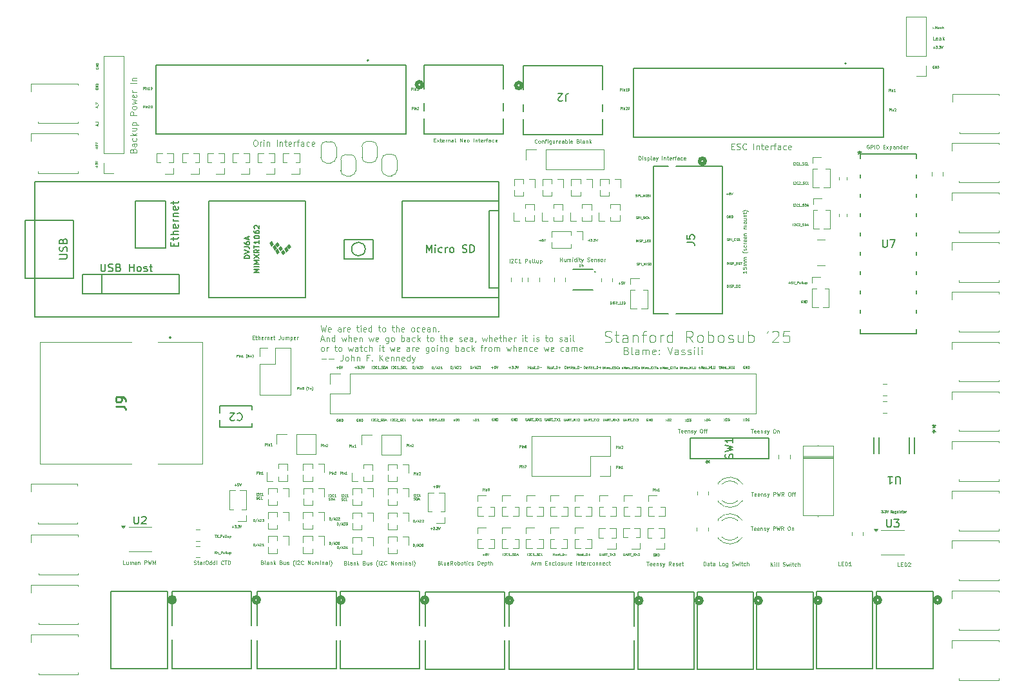
<source format=gbr>
%TF.GenerationSoftware,KiCad,Pcbnew,8.0.3*%
%TF.CreationDate,2025-06-03T03:01:33-07:00*%
%TF.ProjectId,MLU_BreakoutV2,4d4c555f-4272-4656-916b-6f757456322e,rev?*%
%TF.SameCoordinates,Original*%
%TF.FileFunction,Legend,Top*%
%TF.FilePolarity,Positive*%
%FSLAX46Y46*%
G04 Gerber Fmt 4.6, Leading zero omitted, Abs format (unit mm)*
G04 Created by KiCad (PCBNEW 8.0.3) date 2025-06-03 03:01:33*
%MOMM*%
%LPD*%
G01*
G04 APERTURE LIST*
%ADD10C,0.100000*%
%ADD11C,0.065000*%
%ADD12C,0.090000*%
%ADD13C,0.150000*%
%ADD14C,0.080430*%
%ADD15C,0.254000*%
%ADD16C,0.120000*%
%ADD17C,0.152400*%
%ADD18C,0.508000*%
%ADD19C,0.127000*%
%ADD20C,0.200000*%
G04 APERTURE END LIST*
D10*
X204697217Y-96098609D02*
X204840074Y-96146228D01*
X204840074Y-96146228D02*
X204887693Y-96193847D01*
X204887693Y-96193847D02*
X204935312Y-96289085D01*
X204935312Y-96289085D02*
X204935312Y-96431942D01*
X204935312Y-96431942D02*
X204887693Y-96527180D01*
X204887693Y-96527180D02*
X204840074Y-96574800D01*
X204840074Y-96574800D02*
X204744836Y-96622419D01*
X204744836Y-96622419D02*
X204363884Y-96622419D01*
X204363884Y-96622419D02*
X204363884Y-95622419D01*
X204363884Y-95622419D02*
X204697217Y-95622419D01*
X204697217Y-95622419D02*
X204792455Y-95670038D01*
X204792455Y-95670038D02*
X204840074Y-95717657D01*
X204840074Y-95717657D02*
X204887693Y-95812895D01*
X204887693Y-95812895D02*
X204887693Y-95908133D01*
X204887693Y-95908133D02*
X204840074Y-96003371D01*
X204840074Y-96003371D02*
X204792455Y-96050990D01*
X204792455Y-96050990D02*
X204697217Y-96098609D01*
X204697217Y-96098609D02*
X204363884Y-96098609D01*
X205506741Y-96622419D02*
X205411503Y-96574800D01*
X205411503Y-96574800D02*
X205363884Y-96479561D01*
X205363884Y-96479561D02*
X205363884Y-95622419D01*
X206316265Y-96622419D02*
X206316265Y-96098609D01*
X206316265Y-96098609D02*
X206268646Y-96003371D01*
X206268646Y-96003371D02*
X206173408Y-95955752D01*
X206173408Y-95955752D02*
X205982932Y-95955752D01*
X205982932Y-95955752D02*
X205887694Y-96003371D01*
X206316265Y-96574800D02*
X206221027Y-96622419D01*
X206221027Y-96622419D02*
X205982932Y-96622419D01*
X205982932Y-96622419D02*
X205887694Y-96574800D01*
X205887694Y-96574800D02*
X205840075Y-96479561D01*
X205840075Y-96479561D02*
X205840075Y-96384323D01*
X205840075Y-96384323D02*
X205887694Y-96289085D01*
X205887694Y-96289085D02*
X205982932Y-96241466D01*
X205982932Y-96241466D02*
X206221027Y-96241466D01*
X206221027Y-96241466D02*
X206316265Y-96193847D01*
X206792456Y-96622419D02*
X206792456Y-95955752D01*
X206792456Y-96050990D02*
X206840075Y-96003371D01*
X206840075Y-96003371D02*
X206935313Y-95955752D01*
X206935313Y-95955752D02*
X207078170Y-95955752D01*
X207078170Y-95955752D02*
X207173408Y-96003371D01*
X207173408Y-96003371D02*
X207221027Y-96098609D01*
X207221027Y-96098609D02*
X207221027Y-96622419D01*
X207221027Y-96098609D02*
X207268646Y-96003371D01*
X207268646Y-96003371D02*
X207363884Y-95955752D01*
X207363884Y-95955752D02*
X207506741Y-95955752D01*
X207506741Y-95955752D02*
X207601980Y-96003371D01*
X207601980Y-96003371D02*
X207649599Y-96098609D01*
X207649599Y-96098609D02*
X207649599Y-96622419D01*
X208506741Y-96574800D02*
X208411503Y-96622419D01*
X208411503Y-96622419D02*
X208221027Y-96622419D01*
X208221027Y-96622419D02*
X208125789Y-96574800D01*
X208125789Y-96574800D02*
X208078170Y-96479561D01*
X208078170Y-96479561D02*
X208078170Y-96098609D01*
X208078170Y-96098609D02*
X208125789Y-96003371D01*
X208125789Y-96003371D02*
X208221027Y-95955752D01*
X208221027Y-95955752D02*
X208411503Y-95955752D01*
X208411503Y-95955752D02*
X208506741Y-96003371D01*
X208506741Y-96003371D02*
X208554360Y-96098609D01*
X208554360Y-96098609D02*
X208554360Y-96193847D01*
X208554360Y-96193847D02*
X208078170Y-96289085D01*
X208982932Y-96527180D02*
X209030551Y-96574800D01*
X209030551Y-96574800D02*
X208982932Y-96622419D01*
X208982932Y-96622419D02*
X208935313Y-96574800D01*
X208935313Y-96574800D02*
X208982932Y-96527180D01*
X208982932Y-96527180D02*
X208982932Y-96622419D01*
X208982932Y-96003371D02*
X209030551Y-96050990D01*
X209030551Y-96050990D02*
X208982932Y-96098609D01*
X208982932Y-96098609D02*
X208935313Y-96050990D01*
X208935313Y-96050990D02*
X208982932Y-96003371D01*
X208982932Y-96003371D02*
X208982932Y-96098609D01*
X210078170Y-95622419D02*
X210411503Y-96622419D01*
X210411503Y-96622419D02*
X210744836Y-95622419D01*
X211506741Y-96622419D02*
X211506741Y-96098609D01*
X211506741Y-96098609D02*
X211459122Y-96003371D01*
X211459122Y-96003371D02*
X211363884Y-95955752D01*
X211363884Y-95955752D02*
X211173408Y-95955752D01*
X211173408Y-95955752D02*
X211078170Y-96003371D01*
X211506741Y-96574800D02*
X211411503Y-96622419D01*
X211411503Y-96622419D02*
X211173408Y-96622419D01*
X211173408Y-96622419D02*
X211078170Y-96574800D01*
X211078170Y-96574800D02*
X211030551Y-96479561D01*
X211030551Y-96479561D02*
X211030551Y-96384323D01*
X211030551Y-96384323D02*
X211078170Y-96289085D01*
X211078170Y-96289085D02*
X211173408Y-96241466D01*
X211173408Y-96241466D02*
X211411503Y-96241466D01*
X211411503Y-96241466D02*
X211506741Y-96193847D01*
X211935313Y-96574800D02*
X212030551Y-96622419D01*
X212030551Y-96622419D02*
X212221027Y-96622419D01*
X212221027Y-96622419D02*
X212316265Y-96574800D01*
X212316265Y-96574800D02*
X212363884Y-96479561D01*
X212363884Y-96479561D02*
X212363884Y-96431942D01*
X212363884Y-96431942D02*
X212316265Y-96336704D01*
X212316265Y-96336704D02*
X212221027Y-96289085D01*
X212221027Y-96289085D02*
X212078170Y-96289085D01*
X212078170Y-96289085D02*
X211982932Y-96241466D01*
X211982932Y-96241466D02*
X211935313Y-96146228D01*
X211935313Y-96146228D02*
X211935313Y-96098609D01*
X211935313Y-96098609D02*
X211982932Y-96003371D01*
X211982932Y-96003371D02*
X212078170Y-95955752D01*
X212078170Y-95955752D02*
X212221027Y-95955752D01*
X212221027Y-95955752D02*
X212316265Y-96003371D01*
X212744837Y-96574800D02*
X212840075Y-96622419D01*
X212840075Y-96622419D02*
X213030551Y-96622419D01*
X213030551Y-96622419D02*
X213125789Y-96574800D01*
X213125789Y-96574800D02*
X213173408Y-96479561D01*
X213173408Y-96479561D02*
X213173408Y-96431942D01*
X213173408Y-96431942D02*
X213125789Y-96336704D01*
X213125789Y-96336704D02*
X213030551Y-96289085D01*
X213030551Y-96289085D02*
X212887694Y-96289085D01*
X212887694Y-96289085D02*
X212792456Y-96241466D01*
X212792456Y-96241466D02*
X212744837Y-96146228D01*
X212744837Y-96146228D02*
X212744837Y-96098609D01*
X212744837Y-96098609D02*
X212792456Y-96003371D01*
X212792456Y-96003371D02*
X212887694Y-95955752D01*
X212887694Y-95955752D02*
X213030551Y-95955752D01*
X213030551Y-95955752D02*
X213125789Y-96003371D01*
X213601980Y-96622419D02*
X213601980Y-95955752D01*
X213601980Y-95622419D02*
X213554361Y-95670038D01*
X213554361Y-95670038D02*
X213601980Y-95717657D01*
X213601980Y-95717657D02*
X213649599Y-95670038D01*
X213649599Y-95670038D02*
X213601980Y-95622419D01*
X213601980Y-95622419D02*
X213601980Y-95717657D01*
X214221027Y-96622419D02*
X214125789Y-96574800D01*
X214125789Y-96574800D02*
X214078170Y-96479561D01*
X214078170Y-96479561D02*
X214078170Y-95622419D01*
X214601980Y-96622419D02*
X214601980Y-95955752D01*
X214601980Y-95622419D02*
X214554361Y-95670038D01*
X214554361Y-95670038D02*
X214601980Y-95717657D01*
X214601980Y-95717657D02*
X214649599Y-95670038D01*
X214649599Y-95670038D02*
X214601980Y-95622419D01*
X214601980Y-95622419D02*
X214601980Y-95717657D01*
D11*
X203354991Y-111562105D02*
X203354991Y-111262105D01*
X203354991Y-111262105D02*
X203469277Y-111262105D01*
X203469277Y-111262105D02*
X203497848Y-111276391D01*
X203497848Y-111276391D02*
X203512134Y-111290677D01*
X203512134Y-111290677D02*
X203526420Y-111319248D01*
X203526420Y-111319248D02*
X203526420Y-111362105D01*
X203526420Y-111362105D02*
X203512134Y-111390677D01*
X203512134Y-111390677D02*
X203497848Y-111404962D01*
X203497848Y-111404962D02*
X203469277Y-111419248D01*
X203469277Y-111419248D02*
X203354991Y-111419248D01*
X203654991Y-111562105D02*
X203654991Y-111362105D01*
X203654991Y-111262105D02*
X203640705Y-111276391D01*
X203640705Y-111276391D02*
X203654991Y-111290677D01*
X203654991Y-111290677D02*
X203669277Y-111276391D01*
X203669277Y-111276391D02*
X203654991Y-111262105D01*
X203654991Y-111262105D02*
X203654991Y-111290677D01*
X203797848Y-111362105D02*
X203797848Y-111562105D01*
X203797848Y-111390677D02*
X203812134Y-111376391D01*
X203812134Y-111376391D02*
X203840705Y-111362105D01*
X203840705Y-111362105D02*
X203883562Y-111362105D01*
X203883562Y-111362105D02*
X203912134Y-111376391D01*
X203912134Y-111376391D02*
X203926420Y-111404962D01*
X203926420Y-111404962D02*
X203926420Y-111562105D01*
X204226420Y-111562105D02*
X204054991Y-111562105D01*
X204140706Y-111562105D02*
X204140706Y-111262105D01*
X204140706Y-111262105D02*
X204112134Y-111304962D01*
X204112134Y-111304962D02*
X204083563Y-111333534D01*
X204083563Y-111333534D02*
X204054991Y-111347820D01*
X153479391Y-96937105D02*
X153479391Y-96637105D01*
X153479391Y-96637105D02*
X153593677Y-96637105D01*
X153593677Y-96637105D02*
X153622248Y-96651391D01*
X153622248Y-96651391D02*
X153636534Y-96665677D01*
X153636534Y-96665677D02*
X153650820Y-96694248D01*
X153650820Y-96694248D02*
X153650820Y-96737105D01*
X153650820Y-96737105D02*
X153636534Y-96765677D01*
X153636534Y-96765677D02*
X153622248Y-96779962D01*
X153622248Y-96779962D02*
X153593677Y-96794248D01*
X153593677Y-96794248D02*
X153479391Y-96794248D01*
X153779391Y-96937105D02*
X153779391Y-96737105D01*
X153779391Y-96637105D02*
X153765105Y-96651391D01*
X153765105Y-96651391D02*
X153779391Y-96665677D01*
X153779391Y-96665677D02*
X153793677Y-96651391D01*
X153793677Y-96651391D02*
X153779391Y-96637105D01*
X153779391Y-96637105D02*
X153779391Y-96665677D01*
X153922248Y-96737105D02*
X153922248Y-96937105D01*
X153922248Y-96765677D02*
X153936534Y-96751391D01*
X153936534Y-96751391D02*
X153965105Y-96737105D01*
X153965105Y-96737105D02*
X154007962Y-96737105D01*
X154007962Y-96737105D02*
X154036534Y-96751391D01*
X154036534Y-96751391D02*
X154050820Y-96779962D01*
X154050820Y-96779962D02*
X154050820Y-96937105D01*
X154350820Y-96937105D02*
X154179391Y-96937105D01*
X154265106Y-96937105D02*
X154265106Y-96637105D01*
X154265106Y-96637105D02*
X154236534Y-96679962D01*
X154236534Y-96679962D02*
X154207963Y-96708534D01*
X154207963Y-96708534D02*
X154179391Y-96722820D01*
X154793676Y-97051391D02*
X154779391Y-97037105D01*
X154779391Y-97037105D02*
X154750819Y-96994248D01*
X154750819Y-96994248D02*
X154736534Y-96965677D01*
X154736534Y-96965677D02*
X154722248Y-96922820D01*
X154722248Y-96922820D02*
X154707962Y-96851391D01*
X154707962Y-96851391D02*
X154707962Y-96794248D01*
X154707962Y-96794248D02*
X154722248Y-96722820D01*
X154722248Y-96722820D02*
X154736534Y-96679962D01*
X154736534Y-96679962D02*
X154750819Y-96651391D01*
X154750819Y-96651391D02*
X154779391Y-96608534D01*
X154779391Y-96608534D02*
X154793676Y-96594248D01*
X155079391Y-96937105D02*
X154979391Y-96794248D01*
X154907962Y-96937105D02*
X154907962Y-96637105D01*
X154907962Y-96637105D02*
X155022248Y-96637105D01*
X155022248Y-96637105D02*
X155050819Y-96651391D01*
X155050819Y-96651391D02*
X155065105Y-96665677D01*
X155065105Y-96665677D02*
X155079391Y-96694248D01*
X155079391Y-96694248D02*
X155079391Y-96737105D01*
X155079391Y-96737105D02*
X155065105Y-96765677D01*
X155065105Y-96765677D02*
X155050819Y-96779962D01*
X155050819Y-96779962D02*
X155022248Y-96794248D01*
X155022248Y-96794248D02*
X154907962Y-96794248D01*
X155207962Y-96822820D02*
X155436534Y-96822820D01*
X155322248Y-96937105D02*
X155322248Y-96708534D01*
X155550820Y-97051391D02*
X155565105Y-97037105D01*
X155565105Y-97037105D02*
X155593677Y-96994248D01*
X155593677Y-96994248D02*
X155607963Y-96965677D01*
X155607963Y-96965677D02*
X155622248Y-96922820D01*
X155622248Y-96922820D02*
X155636534Y-96851391D01*
X155636534Y-96851391D02*
X155636534Y-96794248D01*
X155636534Y-96794248D02*
X155622248Y-96722820D01*
X155622248Y-96722820D02*
X155607963Y-96679962D01*
X155607963Y-96679962D02*
X155593677Y-96651391D01*
X155593677Y-96651391D02*
X155565105Y-96608534D01*
X155565105Y-96608534D02*
X155550820Y-96594248D01*
X205916105Y-75840820D02*
X205958963Y-75855105D01*
X205958963Y-75855105D02*
X206030391Y-75855105D01*
X206030391Y-75855105D02*
X206058963Y-75840820D01*
X206058963Y-75840820D02*
X206073248Y-75826534D01*
X206073248Y-75826534D02*
X206087534Y-75797962D01*
X206087534Y-75797962D02*
X206087534Y-75769391D01*
X206087534Y-75769391D02*
X206073248Y-75740820D01*
X206073248Y-75740820D02*
X206058963Y-75726534D01*
X206058963Y-75726534D02*
X206030391Y-75712248D01*
X206030391Y-75712248D02*
X205973248Y-75697962D01*
X205973248Y-75697962D02*
X205944677Y-75683677D01*
X205944677Y-75683677D02*
X205930391Y-75669391D01*
X205930391Y-75669391D02*
X205916105Y-75640820D01*
X205916105Y-75640820D02*
X205916105Y-75612248D01*
X205916105Y-75612248D02*
X205930391Y-75583677D01*
X205930391Y-75583677D02*
X205944677Y-75569391D01*
X205944677Y-75569391D02*
X205973248Y-75555105D01*
X205973248Y-75555105D02*
X206044677Y-75555105D01*
X206044677Y-75555105D02*
X206087534Y-75569391D01*
X206216105Y-75855105D02*
X206216105Y-75555105D01*
X206216105Y-75555105D02*
X206330391Y-75555105D01*
X206330391Y-75555105D02*
X206358962Y-75569391D01*
X206358962Y-75569391D02*
X206373248Y-75583677D01*
X206373248Y-75583677D02*
X206387534Y-75612248D01*
X206387534Y-75612248D02*
X206387534Y-75655105D01*
X206387534Y-75655105D02*
X206373248Y-75683677D01*
X206373248Y-75683677D02*
X206358962Y-75697962D01*
X206358962Y-75697962D02*
X206330391Y-75712248D01*
X206330391Y-75712248D02*
X206216105Y-75712248D01*
X206516105Y-75855105D02*
X206516105Y-75555105D01*
X206587534Y-75883677D02*
X206816105Y-75883677D01*
X206887533Y-75855105D02*
X206887533Y-75555105D01*
X206887533Y-75555105D02*
X206987533Y-75769391D01*
X206987533Y-75769391D02*
X207087533Y-75555105D01*
X207087533Y-75555105D02*
X207087533Y-75855105D01*
X207287533Y-75555105D02*
X207344676Y-75555105D01*
X207344676Y-75555105D02*
X207373247Y-75569391D01*
X207373247Y-75569391D02*
X207401819Y-75597962D01*
X207401819Y-75597962D02*
X207416104Y-75655105D01*
X207416104Y-75655105D02*
X207416104Y-75755105D01*
X207416104Y-75755105D02*
X207401819Y-75812248D01*
X207401819Y-75812248D02*
X207373247Y-75840820D01*
X207373247Y-75840820D02*
X207344676Y-75855105D01*
X207344676Y-75855105D02*
X207287533Y-75855105D01*
X207287533Y-75855105D02*
X207258962Y-75840820D01*
X207258962Y-75840820D02*
X207230390Y-75812248D01*
X207230390Y-75812248D02*
X207216104Y-75755105D01*
X207216104Y-75755105D02*
X207216104Y-75655105D01*
X207216104Y-75655105D02*
X207230390Y-75597962D01*
X207230390Y-75597962D02*
X207258962Y-75569391D01*
X207258962Y-75569391D02*
X207287533Y-75555105D01*
X207530390Y-75840820D02*
X207573248Y-75855105D01*
X207573248Y-75855105D02*
X207644676Y-75855105D01*
X207644676Y-75855105D02*
X207673248Y-75840820D01*
X207673248Y-75840820D02*
X207687533Y-75826534D01*
X207687533Y-75826534D02*
X207701819Y-75797962D01*
X207701819Y-75797962D02*
X207701819Y-75769391D01*
X207701819Y-75769391D02*
X207687533Y-75740820D01*
X207687533Y-75740820D02*
X207673248Y-75726534D01*
X207673248Y-75726534D02*
X207644676Y-75712248D01*
X207644676Y-75712248D02*
X207587533Y-75697962D01*
X207587533Y-75697962D02*
X207558962Y-75683677D01*
X207558962Y-75683677D02*
X207544676Y-75669391D01*
X207544676Y-75669391D02*
X207530390Y-75640820D01*
X207530390Y-75640820D02*
X207530390Y-75612248D01*
X207530390Y-75612248D02*
X207544676Y-75583677D01*
X207544676Y-75583677D02*
X207558962Y-75569391D01*
X207558962Y-75569391D02*
X207587533Y-75555105D01*
X207587533Y-75555105D02*
X207658962Y-75555105D01*
X207658962Y-75555105D02*
X207701819Y-75569391D01*
X207830390Y-75855105D02*
X207830390Y-75555105D01*
X244995591Y-56259020D02*
X245224163Y-56259020D01*
X245109877Y-56373305D02*
X245109877Y-56144734D01*
X245338449Y-56073305D02*
X245524163Y-56073305D01*
X245524163Y-56073305D02*
X245424163Y-56187591D01*
X245424163Y-56187591D02*
X245467020Y-56187591D01*
X245467020Y-56187591D02*
X245495592Y-56201877D01*
X245495592Y-56201877D02*
X245509877Y-56216162D01*
X245509877Y-56216162D02*
X245524163Y-56244734D01*
X245524163Y-56244734D02*
X245524163Y-56316162D01*
X245524163Y-56316162D02*
X245509877Y-56344734D01*
X245509877Y-56344734D02*
X245495592Y-56359020D01*
X245495592Y-56359020D02*
X245467020Y-56373305D01*
X245467020Y-56373305D02*
X245381306Y-56373305D01*
X245381306Y-56373305D02*
X245352734Y-56359020D01*
X245352734Y-56359020D02*
X245338449Y-56344734D01*
X245652734Y-56344734D02*
X245667020Y-56359020D01*
X245667020Y-56359020D02*
X245652734Y-56373305D01*
X245652734Y-56373305D02*
X245638448Y-56359020D01*
X245638448Y-56359020D02*
X245652734Y-56344734D01*
X245652734Y-56344734D02*
X245652734Y-56373305D01*
X245767020Y-56073305D02*
X245952734Y-56073305D01*
X245952734Y-56073305D02*
X245852734Y-56187591D01*
X245852734Y-56187591D02*
X245895591Y-56187591D01*
X245895591Y-56187591D02*
X245924163Y-56201877D01*
X245924163Y-56201877D02*
X245938448Y-56216162D01*
X245938448Y-56216162D02*
X245952734Y-56244734D01*
X245952734Y-56244734D02*
X245952734Y-56316162D01*
X245952734Y-56316162D02*
X245938448Y-56344734D01*
X245938448Y-56344734D02*
X245924163Y-56359020D01*
X245924163Y-56359020D02*
X245895591Y-56373305D01*
X245895591Y-56373305D02*
X245809877Y-56373305D01*
X245809877Y-56373305D02*
X245781305Y-56359020D01*
X245781305Y-56359020D02*
X245767020Y-56344734D01*
X246038448Y-56073305D02*
X246138448Y-56373305D01*
X246138448Y-56373305D02*
X246238448Y-56073305D01*
X176745791Y-115224722D02*
X176745791Y-114924722D01*
X176874362Y-114953294D02*
X176888648Y-114939008D01*
X176888648Y-114939008D02*
X176917220Y-114924722D01*
X176917220Y-114924722D02*
X176988648Y-114924722D01*
X176988648Y-114924722D02*
X177017220Y-114939008D01*
X177017220Y-114939008D02*
X177031505Y-114953294D01*
X177031505Y-114953294D02*
X177045791Y-114981865D01*
X177045791Y-114981865D02*
X177045791Y-115010437D01*
X177045791Y-115010437D02*
X177031505Y-115053294D01*
X177031505Y-115053294D02*
X176860077Y-115224722D01*
X176860077Y-115224722D02*
X177045791Y-115224722D01*
X177345791Y-115196151D02*
X177331505Y-115210437D01*
X177331505Y-115210437D02*
X177288648Y-115224722D01*
X177288648Y-115224722D02*
X177260076Y-115224722D01*
X177260076Y-115224722D02*
X177217219Y-115210437D01*
X177217219Y-115210437D02*
X177188648Y-115181865D01*
X177188648Y-115181865D02*
X177174362Y-115153294D01*
X177174362Y-115153294D02*
X177160076Y-115096151D01*
X177160076Y-115096151D02*
X177160076Y-115053294D01*
X177160076Y-115053294D02*
X177174362Y-114996151D01*
X177174362Y-114996151D02*
X177188648Y-114967579D01*
X177188648Y-114967579D02*
X177217219Y-114939008D01*
X177217219Y-114939008D02*
X177260076Y-114924722D01*
X177260076Y-114924722D02*
X177288648Y-114924722D01*
X177288648Y-114924722D02*
X177331505Y-114939008D01*
X177331505Y-114939008D02*
X177345791Y-114953294D01*
X177631505Y-115224722D02*
X177460076Y-115224722D01*
X177545791Y-115224722D02*
X177545791Y-114924722D01*
X177545791Y-114924722D02*
X177517219Y-114967579D01*
X177517219Y-114967579D02*
X177488648Y-114996151D01*
X177488648Y-114996151D02*
X177460076Y-115010437D01*
X176731505Y-115693420D02*
X176774363Y-115707705D01*
X176774363Y-115707705D02*
X176845791Y-115707705D01*
X176845791Y-115707705D02*
X176874363Y-115693420D01*
X176874363Y-115693420D02*
X176888648Y-115679134D01*
X176888648Y-115679134D02*
X176902934Y-115650562D01*
X176902934Y-115650562D02*
X176902934Y-115621991D01*
X176902934Y-115621991D02*
X176888648Y-115593420D01*
X176888648Y-115593420D02*
X176874363Y-115579134D01*
X176874363Y-115579134D02*
X176845791Y-115564848D01*
X176845791Y-115564848D02*
X176788648Y-115550562D01*
X176788648Y-115550562D02*
X176760077Y-115536277D01*
X176760077Y-115536277D02*
X176745791Y-115521991D01*
X176745791Y-115521991D02*
X176731505Y-115493420D01*
X176731505Y-115493420D02*
X176731505Y-115464848D01*
X176731505Y-115464848D02*
X176745791Y-115436277D01*
X176745791Y-115436277D02*
X176760077Y-115421991D01*
X176760077Y-115421991D02*
X176788648Y-115407705D01*
X176788648Y-115407705D02*
X176860077Y-115407705D01*
X176860077Y-115407705D02*
X176902934Y-115421991D01*
X177031505Y-115707705D02*
X177031505Y-115407705D01*
X177031505Y-115407705D02*
X177102934Y-115407705D01*
X177102934Y-115407705D02*
X177145791Y-115421991D01*
X177145791Y-115421991D02*
X177174362Y-115450562D01*
X177174362Y-115450562D02*
X177188648Y-115479134D01*
X177188648Y-115479134D02*
X177202934Y-115536277D01*
X177202934Y-115536277D02*
X177202934Y-115579134D01*
X177202934Y-115579134D02*
X177188648Y-115636277D01*
X177188648Y-115636277D02*
X177174362Y-115664848D01*
X177174362Y-115664848D02*
X177145791Y-115693420D01*
X177145791Y-115693420D02*
X177102934Y-115707705D01*
X177102934Y-115707705D02*
X177031505Y-115707705D01*
X177317219Y-115621991D02*
X177460077Y-115621991D01*
X177288648Y-115707705D02*
X177388648Y-115407705D01*
X177388648Y-115407705D02*
X177488648Y-115707705D01*
D12*
X195961457Y-84363729D02*
X195961457Y-83863729D01*
X195961457Y-84101824D02*
X196247171Y-84101824D01*
X196247171Y-84363729D02*
X196247171Y-83863729D01*
X196699553Y-84030396D02*
X196699553Y-84363729D01*
X196485267Y-84030396D02*
X196485267Y-84292300D01*
X196485267Y-84292300D02*
X196509077Y-84339920D01*
X196509077Y-84339920D02*
X196556696Y-84363729D01*
X196556696Y-84363729D02*
X196628124Y-84363729D01*
X196628124Y-84363729D02*
X196675743Y-84339920D01*
X196675743Y-84339920D02*
X196699553Y-84316110D01*
X196937648Y-84363729D02*
X196937648Y-84030396D01*
X196937648Y-84078015D02*
X196961458Y-84054205D01*
X196961458Y-84054205D02*
X197009077Y-84030396D01*
X197009077Y-84030396D02*
X197080505Y-84030396D01*
X197080505Y-84030396D02*
X197128124Y-84054205D01*
X197128124Y-84054205D02*
X197151934Y-84101824D01*
X197151934Y-84101824D02*
X197151934Y-84363729D01*
X197151934Y-84101824D02*
X197175743Y-84054205D01*
X197175743Y-84054205D02*
X197223362Y-84030396D01*
X197223362Y-84030396D02*
X197294791Y-84030396D01*
X197294791Y-84030396D02*
X197342410Y-84054205D01*
X197342410Y-84054205D02*
X197366220Y-84101824D01*
X197366220Y-84101824D02*
X197366220Y-84363729D01*
X197604315Y-84363729D02*
X197604315Y-84030396D01*
X197604315Y-83863729D02*
X197580506Y-83887539D01*
X197580506Y-83887539D02*
X197604315Y-83911348D01*
X197604315Y-83911348D02*
X197628125Y-83887539D01*
X197628125Y-83887539D02*
X197604315Y-83863729D01*
X197604315Y-83863729D02*
X197604315Y-83911348D01*
X198056696Y-84363729D02*
X198056696Y-83863729D01*
X198056696Y-84339920D02*
X198009077Y-84363729D01*
X198009077Y-84363729D02*
X197913839Y-84363729D01*
X197913839Y-84363729D02*
X197866220Y-84339920D01*
X197866220Y-84339920D02*
X197842410Y-84316110D01*
X197842410Y-84316110D02*
X197818601Y-84268491D01*
X197818601Y-84268491D02*
X197818601Y-84125634D01*
X197818601Y-84125634D02*
X197842410Y-84078015D01*
X197842410Y-84078015D02*
X197866220Y-84054205D01*
X197866220Y-84054205D02*
X197913839Y-84030396D01*
X197913839Y-84030396D02*
X198009077Y-84030396D01*
X198009077Y-84030396D02*
X198056696Y-84054205D01*
X198294791Y-84363729D02*
X198294791Y-84030396D01*
X198294791Y-83863729D02*
X198270982Y-83887539D01*
X198270982Y-83887539D02*
X198294791Y-83911348D01*
X198294791Y-83911348D02*
X198318601Y-83887539D01*
X198318601Y-83887539D02*
X198294791Y-83863729D01*
X198294791Y-83863729D02*
X198294791Y-83911348D01*
X198461458Y-84030396D02*
X198651934Y-84030396D01*
X198532886Y-83863729D02*
X198532886Y-84292300D01*
X198532886Y-84292300D02*
X198556696Y-84339920D01*
X198556696Y-84339920D02*
X198604315Y-84363729D01*
X198604315Y-84363729D02*
X198651934Y-84363729D01*
X198770981Y-84030396D02*
X198890029Y-84363729D01*
X199009076Y-84030396D02*
X198890029Y-84363729D01*
X198890029Y-84363729D02*
X198842410Y-84482777D01*
X198842410Y-84482777D02*
X198818600Y-84506586D01*
X198818600Y-84506586D02*
X198770981Y-84530396D01*
X199556695Y-84339920D02*
X199628123Y-84363729D01*
X199628123Y-84363729D02*
X199747171Y-84363729D01*
X199747171Y-84363729D02*
X199794790Y-84339920D01*
X199794790Y-84339920D02*
X199818599Y-84316110D01*
X199818599Y-84316110D02*
X199842409Y-84268491D01*
X199842409Y-84268491D02*
X199842409Y-84220872D01*
X199842409Y-84220872D02*
X199818599Y-84173253D01*
X199818599Y-84173253D02*
X199794790Y-84149443D01*
X199794790Y-84149443D02*
X199747171Y-84125634D01*
X199747171Y-84125634D02*
X199651933Y-84101824D01*
X199651933Y-84101824D02*
X199604314Y-84078015D01*
X199604314Y-84078015D02*
X199580504Y-84054205D01*
X199580504Y-84054205D02*
X199556695Y-84006586D01*
X199556695Y-84006586D02*
X199556695Y-83958967D01*
X199556695Y-83958967D02*
X199580504Y-83911348D01*
X199580504Y-83911348D02*
X199604314Y-83887539D01*
X199604314Y-83887539D02*
X199651933Y-83863729D01*
X199651933Y-83863729D02*
X199770980Y-83863729D01*
X199770980Y-83863729D02*
X199842409Y-83887539D01*
X200247170Y-84339920D02*
X200199551Y-84363729D01*
X200199551Y-84363729D02*
X200104313Y-84363729D01*
X200104313Y-84363729D02*
X200056694Y-84339920D01*
X200056694Y-84339920D02*
X200032885Y-84292300D01*
X200032885Y-84292300D02*
X200032885Y-84101824D01*
X200032885Y-84101824D02*
X200056694Y-84054205D01*
X200056694Y-84054205D02*
X200104313Y-84030396D01*
X200104313Y-84030396D02*
X200199551Y-84030396D01*
X200199551Y-84030396D02*
X200247170Y-84054205D01*
X200247170Y-84054205D02*
X200270980Y-84101824D01*
X200270980Y-84101824D02*
X200270980Y-84149443D01*
X200270980Y-84149443D02*
X200032885Y-84197062D01*
X200485265Y-84030396D02*
X200485265Y-84363729D01*
X200485265Y-84078015D02*
X200509075Y-84054205D01*
X200509075Y-84054205D02*
X200556694Y-84030396D01*
X200556694Y-84030396D02*
X200628122Y-84030396D01*
X200628122Y-84030396D02*
X200675741Y-84054205D01*
X200675741Y-84054205D02*
X200699551Y-84101824D01*
X200699551Y-84101824D02*
X200699551Y-84363729D01*
X200913837Y-84339920D02*
X200961456Y-84363729D01*
X200961456Y-84363729D02*
X201056694Y-84363729D01*
X201056694Y-84363729D02*
X201104313Y-84339920D01*
X201104313Y-84339920D02*
X201128122Y-84292300D01*
X201128122Y-84292300D02*
X201128122Y-84268491D01*
X201128122Y-84268491D02*
X201104313Y-84220872D01*
X201104313Y-84220872D02*
X201056694Y-84197062D01*
X201056694Y-84197062D02*
X200985265Y-84197062D01*
X200985265Y-84197062D02*
X200937646Y-84173253D01*
X200937646Y-84173253D02*
X200913837Y-84125634D01*
X200913837Y-84125634D02*
X200913837Y-84101824D01*
X200913837Y-84101824D02*
X200937646Y-84054205D01*
X200937646Y-84054205D02*
X200985265Y-84030396D01*
X200985265Y-84030396D02*
X201056694Y-84030396D01*
X201056694Y-84030396D02*
X201104313Y-84054205D01*
X201413837Y-84363729D02*
X201366218Y-84339920D01*
X201366218Y-84339920D02*
X201342408Y-84316110D01*
X201342408Y-84316110D02*
X201318599Y-84268491D01*
X201318599Y-84268491D02*
X201318599Y-84125634D01*
X201318599Y-84125634D02*
X201342408Y-84078015D01*
X201342408Y-84078015D02*
X201366218Y-84054205D01*
X201366218Y-84054205D02*
X201413837Y-84030396D01*
X201413837Y-84030396D02*
X201485265Y-84030396D01*
X201485265Y-84030396D02*
X201532884Y-84054205D01*
X201532884Y-84054205D02*
X201556694Y-84078015D01*
X201556694Y-84078015D02*
X201580503Y-84125634D01*
X201580503Y-84125634D02*
X201580503Y-84268491D01*
X201580503Y-84268491D02*
X201556694Y-84316110D01*
X201556694Y-84316110D02*
X201532884Y-84339920D01*
X201532884Y-84339920D02*
X201485265Y-84363729D01*
X201485265Y-84363729D02*
X201413837Y-84363729D01*
X201794789Y-84363729D02*
X201794789Y-84030396D01*
X201794789Y-84125634D02*
X201818599Y-84078015D01*
X201818599Y-84078015D02*
X201842408Y-84054205D01*
X201842408Y-84054205D02*
X201890027Y-84030396D01*
X201890027Y-84030396D02*
X201937646Y-84030396D01*
D11*
X226631391Y-74209105D02*
X226631391Y-73909105D01*
X226759962Y-73937677D02*
X226774248Y-73923391D01*
X226774248Y-73923391D02*
X226802820Y-73909105D01*
X226802820Y-73909105D02*
X226874248Y-73909105D01*
X226874248Y-73909105D02*
X226902820Y-73923391D01*
X226902820Y-73923391D02*
X226917105Y-73937677D01*
X226917105Y-73937677D02*
X226931391Y-73966248D01*
X226931391Y-73966248D02*
X226931391Y-73994820D01*
X226931391Y-73994820D02*
X226917105Y-74037677D01*
X226917105Y-74037677D02*
X226745677Y-74209105D01*
X226745677Y-74209105D02*
X226931391Y-74209105D01*
X227231391Y-74180534D02*
X227217105Y-74194820D01*
X227217105Y-74194820D02*
X227174248Y-74209105D01*
X227174248Y-74209105D02*
X227145676Y-74209105D01*
X227145676Y-74209105D02*
X227102819Y-74194820D01*
X227102819Y-74194820D02*
X227074248Y-74166248D01*
X227074248Y-74166248D02*
X227059962Y-74137677D01*
X227059962Y-74137677D02*
X227045676Y-74080534D01*
X227045676Y-74080534D02*
X227045676Y-74037677D01*
X227045676Y-74037677D02*
X227059962Y-73980534D01*
X227059962Y-73980534D02*
X227074248Y-73951962D01*
X227074248Y-73951962D02*
X227102819Y-73923391D01*
X227102819Y-73923391D02*
X227145676Y-73909105D01*
X227145676Y-73909105D02*
X227174248Y-73909105D01*
X227174248Y-73909105D02*
X227217105Y-73923391D01*
X227217105Y-73923391D02*
X227231391Y-73937677D01*
X227345676Y-73937677D02*
X227359962Y-73923391D01*
X227359962Y-73923391D02*
X227388534Y-73909105D01*
X227388534Y-73909105D02*
X227459962Y-73909105D01*
X227459962Y-73909105D02*
X227488534Y-73923391D01*
X227488534Y-73923391D02*
X227502819Y-73937677D01*
X227502819Y-73937677D02*
X227517105Y-73966248D01*
X227517105Y-73966248D02*
X227517105Y-73994820D01*
X227517105Y-73994820D02*
X227502819Y-74037677D01*
X227502819Y-74037677D02*
X227331391Y-74209105D01*
X227331391Y-74209105D02*
X227517105Y-74209105D01*
X227574248Y-74237677D02*
X227802819Y-74237677D01*
X227859961Y-74194820D02*
X227902819Y-74209105D01*
X227902819Y-74209105D02*
X227974247Y-74209105D01*
X227974247Y-74209105D02*
X228002819Y-74194820D01*
X228002819Y-74194820D02*
X228017104Y-74180534D01*
X228017104Y-74180534D02*
X228031390Y-74151962D01*
X228031390Y-74151962D02*
X228031390Y-74123391D01*
X228031390Y-74123391D02*
X228017104Y-74094820D01*
X228017104Y-74094820D02*
X228002819Y-74080534D01*
X228002819Y-74080534D02*
X227974247Y-74066248D01*
X227974247Y-74066248D02*
X227917104Y-74051962D01*
X227917104Y-74051962D02*
X227888533Y-74037677D01*
X227888533Y-74037677D02*
X227874247Y-74023391D01*
X227874247Y-74023391D02*
X227859961Y-73994820D01*
X227859961Y-73994820D02*
X227859961Y-73966248D01*
X227859961Y-73966248D02*
X227874247Y-73937677D01*
X227874247Y-73937677D02*
X227888533Y-73923391D01*
X227888533Y-73923391D02*
X227917104Y-73909105D01*
X227917104Y-73909105D02*
X227988533Y-73909105D01*
X227988533Y-73909105D02*
X228031390Y-73923391D01*
X228331390Y-74180534D02*
X228317104Y-74194820D01*
X228317104Y-74194820D02*
X228274247Y-74209105D01*
X228274247Y-74209105D02*
X228245675Y-74209105D01*
X228245675Y-74209105D02*
X228202818Y-74194820D01*
X228202818Y-74194820D02*
X228174247Y-74166248D01*
X228174247Y-74166248D02*
X228159961Y-74137677D01*
X228159961Y-74137677D02*
X228145675Y-74080534D01*
X228145675Y-74080534D02*
X228145675Y-74037677D01*
X228145675Y-74037677D02*
X228159961Y-73980534D01*
X228159961Y-73980534D02*
X228174247Y-73951962D01*
X228174247Y-73951962D02*
X228202818Y-73923391D01*
X228202818Y-73923391D02*
X228245675Y-73909105D01*
X228245675Y-73909105D02*
X228274247Y-73909105D01*
X228274247Y-73909105D02*
X228317104Y-73923391D01*
X228317104Y-73923391D02*
X228331390Y-73937677D01*
X228602818Y-74209105D02*
X228459961Y-74209105D01*
X228459961Y-74209105D02*
X228459961Y-73909105D01*
X156095591Y-115123122D02*
X156095591Y-114823122D01*
X156224162Y-114851694D02*
X156238448Y-114837408D01*
X156238448Y-114837408D02*
X156267020Y-114823122D01*
X156267020Y-114823122D02*
X156338448Y-114823122D01*
X156338448Y-114823122D02*
X156367020Y-114837408D01*
X156367020Y-114837408D02*
X156381305Y-114851694D01*
X156381305Y-114851694D02*
X156395591Y-114880265D01*
X156395591Y-114880265D02*
X156395591Y-114908837D01*
X156395591Y-114908837D02*
X156381305Y-114951694D01*
X156381305Y-114951694D02*
X156209877Y-115123122D01*
X156209877Y-115123122D02*
X156395591Y-115123122D01*
X156695591Y-115094551D02*
X156681305Y-115108837D01*
X156681305Y-115108837D02*
X156638448Y-115123122D01*
X156638448Y-115123122D02*
X156609876Y-115123122D01*
X156609876Y-115123122D02*
X156567019Y-115108837D01*
X156567019Y-115108837D02*
X156538448Y-115080265D01*
X156538448Y-115080265D02*
X156524162Y-115051694D01*
X156524162Y-115051694D02*
X156509876Y-114994551D01*
X156509876Y-114994551D02*
X156509876Y-114951694D01*
X156509876Y-114951694D02*
X156524162Y-114894551D01*
X156524162Y-114894551D02*
X156538448Y-114865979D01*
X156538448Y-114865979D02*
X156567019Y-114837408D01*
X156567019Y-114837408D02*
X156609876Y-114823122D01*
X156609876Y-114823122D02*
X156638448Y-114823122D01*
X156638448Y-114823122D02*
X156681305Y-114837408D01*
X156681305Y-114837408D02*
X156695591Y-114851694D01*
X156981305Y-115123122D02*
X156809876Y-115123122D01*
X156895591Y-115123122D02*
X156895591Y-114823122D01*
X156895591Y-114823122D02*
X156867019Y-114865979D01*
X156867019Y-114865979D02*
X156838448Y-114894551D01*
X156838448Y-114894551D02*
X156809876Y-114908837D01*
X156081305Y-115591820D02*
X156124163Y-115606105D01*
X156124163Y-115606105D02*
X156195591Y-115606105D01*
X156195591Y-115606105D02*
X156224163Y-115591820D01*
X156224163Y-115591820D02*
X156238448Y-115577534D01*
X156238448Y-115577534D02*
X156252734Y-115548962D01*
X156252734Y-115548962D02*
X156252734Y-115520391D01*
X156252734Y-115520391D02*
X156238448Y-115491820D01*
X156238448Y-115491820D02*
X156224163Y-115477534D01*
X156224163Y-115477534D02*
X156195591Y-115463248D01*
X156195591Y-115463248D02*
X156138448Y-115448962D01*
X156138448Y-115448962D02*
X156109877Y-115434677D01*
X156109877Y-115434677D02*
X156095591Y-115420391D01*
X156095591Y-115420391D02*
X156081305Y-115391820D01*
X156081305Y-115391820D02*
X156081305Y-115363248D01*
X156081305Y-115363248D02*
X156095591Y-115334677D01*
X156095591Y-115334677D02*
X156109877Y-115320391D01*
X156109877Y-115320391D02*
X156138448Y-115306105D01*
X156138448Y-115306105D02*
X156209877Y-115306105D01*
X156209877Y-115306105D02*
X156252734Y-115320391D01*
X156552734Y-115577534D02*
X156538448Y-115591820D01*
X156538448Y-115591820D02*
X156495591Y-115606105D01*
X156495591Y-115606105D02*
X156467019Y-115606105D01*
X156467019Y-115606105D02*
X156424162Y-115591820D01*
X156424162Y-115591820D02*
X156395591Y-115563248D01*
X156395591Y-115563248D02*
X156381305Y-115534677D01*
X156381305Y-115534677D02*
X156367019Y-115477534D01*
X156367019Y-115477534D02*
X156367019Y-115434677D01*
X156367019Y-115434677D02*
X156381305Y-115377534D01*
X156381305Y-115377534D02*
X156395591Y-115348962D01*
X156395591Y-115348962D02*
X156424162Y-115320391D01*
X156424162Y-115320391D02*
X156467019Y-115306105D01*
X156467019Y-115306105D02*
X156495591Y-115306105D01*
X156495591Y-115306105D02*
X156538448Y-115320391D01*
X156538448Y-115320391D02*
X156552734Y-115334677D01*
X156824162Y-115606105D02*
X156681305Y-115606105D01*
X156681305Y-115606105D02*
X156681305Y-115306105D01*
X135129191Y-64136694D02*
X135129191Y-63993837D01*
X135214905Y-64165265D02*
X134914905Y-64065265D01*
X134914905Y-64065265D02*
X135214905Y-63965265D01*
X135243477Y-63936694D02*
X135243477Y-63708122D01*
X134914905Y-63679551D02*
X135214905Y-63579551D01*
X135214905Y-63579551D02*
X134914905Y-63479551D01*
X226605991Y-71669105D02*
X226605991Y-71369105D01*
X226734562Y-71397677D02*
X226748848Y-71383391D01*
X226748848Y-71383391D02*
X226777420Y-71369105D01*
X226777420Y-71369105D02*
X226848848Y-71369105D01*
X226848848Y-71369105D02*
X226877420Y-71383391D01*
X226877420Y-71383391D02*
X226891705Y-71397677D01*
X226891705Y-71397677D02*
X226905991Y-71426248D01*
X226905991Y-71426248D02*
X226905991Y-71454820D01*
X226905991Y-71454820D02*
X226891705Y-71497677D01*
X226891705Y-71497677D02*
X226720277Y-71669105D01*
X226720277Y-71669105D02*
X226905991Y-71669105D01*
X227205991Y-71640534D02*
X227191705Y-71654820D01*
X227191705Y-71654820D02*
X227148848Y-71669105D01*
X227148848Y-71669105D02*
X227120276Y-71669105D01*
X227120276Y-71669105D02*
X227077419Y-71654820D01*
X227077419Y-71654820D02*
X227048848Y-71626248D01*
X227048848Y-71626248D02*
X227034562Y-71597677D01*
X227034562Y-71597677D02*
X227020276Y-71540534D01*
X227020276Y-71540534D02*
X227020276Y-71497677D01*
X227020276Y-71497677D02*
X227034562Y-71440534D01*
X227034562Y-71440534D02*
X227048848Y-71411962D01*
X227048848Y-71411962D02*
X227077419Y-71383391D01*
X227077419Y-71383391D02*
X227120276Y-71369105D01*
X227120276Y-71369105D02*
X227148848Y-71369105D01*
X227148848Y-71369105D02*
X227191705Y-71383391D01*
X227191705Y-71383391D02*
X227205991Y-71397677D01*
X227491705Y-71669105D02*
X227320276Y-71669105D01*
X227405991Y-71669105D02*
X227405991Y-71369105D01*
X227405991Y-71369105D02*
X227377419Y-71411962D01*
X227377419Y-71411962D02*
X227348848Y-71440534D01*
X227348848Y-71440534D02*
X227320276Y-71454820D01*
X227548848Y-71697677D02*
X227777419Y-71697677D01*
X227834561Y-71654820D02*
X227877419Y-71669105D01*
X227877419Y-71669105D02*
X227948847Y-71669105D01*
X227948847Y-71669105D02*
X227977419Y-71654820D01*
X227977419Y-71654820D02*
X227991704Y-71640534D01*
X227991704Y-71640534D02*
X228005990Y-71611962D01*
X228005990Y-71611962D02*
X228005990Y-71583391D01*
X228005990Y-71583391D02*
X227991704Y-71554820D01*
X227991704Y-71554820D02*
X227977419Y-71540534D01*
X227977419Y-71540534D02*
X227948847Y-71526248D01*
X227948847Y-71526248D02*
X227891704Y-71511962D01*
X227891704Y-71511962D02*
X227863133Y-71497677D01*
X227863133Y-71497677D02*
X227848847Y-71483391D01*
X227848847Y-71483391D02*
X227834561Y-71454820D01*
X227834561Y-71454820D02*
X227834561Y-71426248D01*
X227834561Y-71426248D02*
X227848847Y-71397677D01*
X227848847Y-71397677D02*
X227863133Y-71383391D01*
X227863133Y-71383391D02*
X227891704Y-71369105D01*
X227891704Y-71369105D02*
X227963133Y-71369105D01*
X227963133Y-71369105D02*
X228005990Y-71383391D01*
X228305990Y-71640534D02*
X228291704Y-71654820D01*
X228291704Y-71654820D02*
X228248847Y-71669105D01*
X228248847Y-71669105D02*
X228220275Y-71669105D01*
X228220275Y-71669105D02*
X228177418Y-71654820D01*
X228177418Y-71654820D02*
X228148847Y-71626248D01*
X228148847Y-71626248D02*
X228134561Y-71597677D01*
X228134561Y-71597677D02*
X228120275Y-71540534D01*
X228120275Y-71540534D02*
X228120275Y-71497677D01*
X228120275Y-71497677D02*
X228134561Y-71440534D01*
X228134561Y-71440534D02*
X228148847Y-71411962D01*
X228148847Y-71411962D02*
X228177418Y-71383391D01*
X228177418Y-71383391D02*
X228220275Y-71369105D01*
X228220275Y-71369105D02*
X228248847Y-71369105D01*
X228248847Y-71369105D02*
X228291704Y-71383391D01*
X228291704Y-71383391D02*
X228305990Y-71397677D01*
X228577418Y-71669105D02*
X228434561Y-71669105D01*
X228434561Y-71669105D02*
X228434561Y-71369105D01*
X135075220Y-71996408D02*
X135075220Y-71767837D01*
X135189505Y-71882122D02*
X134960934Y-71882122D01*
X134889505Y-71482122D02*
X134889505Y-71624979D01*
X134889505Y-71624979D02*
X135032362Y-71639265D01*
X135032362Y-71639265D02*
X135018077Y-71624979D01*
X135018077Y-71624979D02*
X135003791Y-71596408D01*
X135003791Y-71596408D02*
X135003791Y-71524979D01*
X135003791Y-71524979D02*
X135018077Y-71496408D01*
X135018077Y-71496408D02*
X135032362Y-71482122D01*
X135032362Y-71482122D02*
X135060934Y-71467836D01*
X135060934Y-71467836D02*
X135132362Y-71467836D01*
X135132362Y-71467836D02*
X135160934Y-71482122D01*
X135160934Y-71482122D02*
X135175220Y-71496408D01*
X135175220Y-71496408D02*
X135189505Y-71524979D01*
X135189505Y-71524979D02*
X135189505Y-71596408D01*
X135189505Y-71596408D02*
X135175220Y-71624979D01*
X135175220Y-71624979D02*
X135160934Y-71639265D01*
X134889505Y-71382122D02*
X135189505Y-71282122D01*
X135189505Y-71282122D02*
X134889505Y-71182122D01*
X239204391Y-64577505D02*
X239204391Y-64277505D01*
X239204391Y-64277505D02*
X239318677Y-64277505D01*
X239318677Y-64277505D02*
X239347248Y-64291791D01*
X239347248Y-64291791D02*
X239361534Y-64306077D01*
X239361534Y-64306077D02*
X239375820Y-64334648D01*
X239375820Y-64334648D02*
X239375820Y-64377505D01*
X239375820Y-64377505D02*
X239361534Y-64406077D01*
X239361534Y-64406077D02*
X239347248Y-64420362D01*
X239347248Y-64420362D02*
X239318677Y-64434648D01*
X239318677Y-64434648D02*
X239204391Y-64434648D01*
X239504391Y-64577505D02*
X239504391Y-64377505D01*
X239504391Y-64277505D02*
X239490105Y-64291791D01*
X239490105Y-64291791D02*
X239504391Y-64306077D01*
X239504391Y-64306077D02*
X239518677Y-64291791D01*
X239518677Y-64291791D02*
X239504391Y-64277505D01*
X239504391Y-64277505D02*
X239504391Y-64306077D01*
X239647248Y-64377505D02*
X239647248Y-64577505D01*
X239647248Y-64406077D02*
X239661534Y-64391791D01*
X239661534Y-64391791D02*
X239690105Y-64377505D01*
X239690105Y-64377505D02*
X239732962Y-64377505D01*
X239732962Y-64377505D02*
X239761534Y-64391791D01*
X239761534Y-64391791D02*
X239775820Y-64420362D01*
X239775820Y-64420362D02*
X239775820Y-64577505D01*
X239904391Y-64306077D02*
X239918677Y-64291791D01*
X239918677Y-64291791D02*
X239947249Y-64277505D01*
X239947249Y-64277505D02*
X240018677Y-64277505D01*
X240018677Y-64277505D02*
X240047249Y-64291791D01*
X240047249Y-64291791D02*
X240061534Y-64306077D01*
X240061534Y-64306077D02*
X240075820Y-64334648D01*
X240075820Y-64334648D02*
X240075820Y-64363220D01*
X240075820Y-64363220D02*
X240061534Y-64406077D01*
X240061534Y-64406077D02*
X239890106Y-64577505D01*
X239890106Y-64577505D02*
X240075820Y-64577505D01*
X156095591Y-112304105D02*
X156095591Y-112004105D01*
X156095591Y-112004105D02*
X156209877Y-112004105D01*
X156209877Y-112004105D02*
X156238448Y-112018391D01*
X156238448Y-112018391D02*
X156252734Y-112032677D01*
X156252734Y-112032677D02*
X156267020Y-112061248D01*
X156267020Y-112061248D02*
X156267020Y-112104105D01*
X156267020Y-112104105D02*
X156252734Y-112132677D01*
X156252734Y-112132677D02*
X156238448Y-112146962D01*
X156238448Y-112146962D02*
X156209877Y-112161248D01*
X156209877Y-112161248D02*
X156095591Y-112161248D01*
X156395591Y-112304105D02*
X156395591Y-112104105D01*
X156395591Y-112004105D02*
X156381305Y-112018391D01*
X156381305Y-112018391D02*
X156395591Y-112032677D01*
X156395591Y-112032677D02*
X156409877Y-112018391D01*
X156409877Y-112018391D02*
X156395591Y-112004105D01*
X156395591Y-112004105D02*
X156395591Y-112032677D01*
X156538448Y-112104105D02*
X156538448Y-112304105D01*
X156538448Y-112132677D02*
X156552734Y-112118391D01*
X156552734Y-112118391D02*
X156581305Y-112104105D01*
X156581305Y-112104105D02*
X156624162Y-112104105D01*
X156624162Y-112104105D02*
X156652734Y-112118391D01*
X156652734Y-112118391D02*
X156667020Y-112146962D01*
X156667020Y-112146962D02*
X156667020Y-112304105D01*
X156967020Y-112304105D02*
X156795591Y-112304105D01*
X156881306Y-112304105D02*
X156881306Y-112004105D01*
X156881306Y-112004105D02*
X156852734Y-112046962D01*
X156852734Y-112046962D02*
X156824163Y-112075534D01*
X156824163Y-112075534D02*
X156795591Y-112089820D01*
X191782591Y-98435705D02*
X191782591Y-98135705D01*
X191782591Y-98278562D02*
X191954020Y-98278562D01*
X191954020Y-98435705D02*
X191954020Y-98135705D01*
X192139734Y-98435705D02*
X192111163Y-98421420D01*
X192111163Y-98421420D02*
X192096877Y-98407134D01*
X192096877Y-98407134D02*
X192082591Y-98378562D01*
X192082591Y-98378562D02*
X192082591Y-98292848D01*
X192082591Y-98292848D02*
X192096877Y-98264277D01*
X192096877Y-98264277D02*
X192111163Y-98249991D01*
X192111163Y-98249991D02*
X192139734Y-98235705D01*
X192139734Y-98235705D02*
X192182591Y-98235705D01*
X192182591Y-98235705D02*
X192211163Y-98249991D01*
X192211163Y-98249991D02*
X192225449Y-98264277D01*
X192225449Y-98264277D02*
X192239734Y-98292848D01*
X192239734Y-98292848D02*
X192239734Y-98378562D01*
X192239734Y-98378562D02*
X192225449Y-98407134D01*
X192225449Y-98407134D02*
X192211163Y-98421420D01*
X192211163Y-98421420D02*
X192182591Y-98435705D01*
X192182591Y-98435705D02*
X192139734Y-98435705D01*
X192354020Y-98421420D02*
X192382592Y-98435705D01*
X192382592Y-98435705D02*
X192439735Y-98435705D01*
X192439735Y-98435705D02*
X192468306Y-98421420D01*
X192468306Y-98421420D02*
X192482592Y-98392848D01*
X192482592Y-98392848D02*
X192482592Y-98378562D01*
X192482592Y-98378562D02*
X192468306Y-98349991D01*
X192468306Y-98349991D02*
X192439735Y-98335705D01*
X192439735Y-98335705D02*
X192396878Y-98335705D01*
X192396878Y-98335705D02*
X192368306Y-98321420D01*
X192368306Y-98321420D02*
X192354020Y-98292848D01*
X192354020Y-98292848D02*
X192354020Y-98278562D01*
X192354020Y-98278562D02*
X192368306Y-98249991D01*
X192368306Y-98249991D02*
X192396878Y-98235705D01*
X192396878Y-98235705D02*
X192439735Y-98235705D01*
X192439735Y-98235705D02*
X192468306Y-98249991D01*
X192568306Y-98235705D02*
X192682592Y-98235705D01*
X192611163Y-98135705D02*
X192611163Y-98392848D01*
X192611163Y-98392848D02*
X192625449Y-98421420D01*
X192625449Y-98421420D02*
X192654020Y-98435705D01*
X192654020Y-98435705D02*
X192682592Y-98435705D01*
X192711164Y-98464277D02*
X192939735Y-98464277D01*
X193011163Y-98435705D02*
X193011163Y-98135705D01*
X193011163Y-98135705D02*
X193082592Y-98135705D01*
X193082592Y-98135705D02*
X193125449Y-98149991D01*
X193125449Y-98149991D02*
X193154020Y-98178562D01*
X193154020Y-98178562D02*
X193168306Y-98207134D01*
X193168306Y-98207134D02*
X193182592Y-98264277D01*
X193182592Y-98264277D02*
X193182592Y-98307134D01*
X193182592Y-98307134D02*
X193168306Y-98364277D01*
X193168306Y-98364277D02*
X193154020Y-98392848D01*
X193154020Y-98392848D02*
X193125449Y-98421420D01*
X193125449Y-98421420D02*
X193082592Y-98435705D01*
X193082592Y-98435705D02*
X193011163Y-98435705D01*
X193311163Y-98321420D02*
X193539735Y-98321420D01*
X166712791Y-122108505D02*
X166712791Y-121808505D01*
X166712791Y-121808505D02*
X166784220Y-121808505D01*
X166784220Y-121808505D02*
X166827077Y-121822791D01*
X166827077Y-121822791D02*
X166855648Y-121851362D01*
X166855648Y-121851362D02*
X166869934Y-121879934D01*
X166869934Y-121879934D02*
X166884220Y-121937077D01*
X166884220Y-121937077D02*
X166884220Y-121979934D01*
X166884220Y-121979934D02*
X166869934Y-122037077D01*
X166869934Y-122037077D02*
X166855648Y-122065648D01*
X166855648Y-122065648D02*
X166827077Y-122094220D01*
X166827077Y-122094220D02*
X166784220Y-122108505D01*
X166784220Y-122108505D02*
X166712791Y-122108505D01*
X167227077Y-121794220D02*
X166969934Y-122179934D01*
X167312791Y-122022791D02*
X167455649Y-122022791D01*
X167284220Y-122108505D02*
X167384220Y-121808505D01*
X167384220Y-121808505D02*
X167484220Y-122108505D01*
X167569934Y-121837077D02*
X167584220Y-121822791D01*
X167584220Y-121822791D02*
X167612792Y-121808505D01*
X167612792Y-121808505D02*
X167684220Y-121808505D01*
X167684220Y-121808505D02*
X167712792Y-121822791D01*
X167712792Y-121822791D02*
X167727077Y-121837077D01*
X167727077Y-121837077D02*
X167741363Y-121865648D01*
X167741363Y-121865648D02*
X167741363Y-121894220D01*
X167741363Y-121894220D02*
X167727077Y-121937077D01*
X167727077Y-121937077D02*
X167555649Y-122108505D01*
X167555649Y-122108505D02*
X167741363Y-122108505D01*
X168027077Y-122108505D02*
X167855648Y-122108505D01*
X167941363Y-122108505D02*
X167941363Y-121808505D01*
X167941363Y-121808505D02*
X167912791Y-121851362D01*
X167912791Y-121851362D02*
X167884220Y-121879934D01*
X167884220Y-121879934D02*
X167855648Y-121894220D01*
X157238591Y-108570305D02*
X157238591Y-108270305D01*
X157238591Y-108270305D02*
X157352877Y-108270305D01*
X157352877Y-108270305D02*
X157381448Y-108284591D01*
X157381448Y-108284591D02*
X157395734Y-108298877D01*
X157395734Y-108298877D02*
X157410020Y-108327448D01*
X157410020Y-108327448D02*
X157410020Y-108370305D01*
X157410020Y-108370305D02*
X157395734Y-108398877D01*
X157395734Y-108398877D02*
X157381448Y-108413162D01*
X157381448Y-108413162D02*
X157352877Y-108427448D01*
X157352877Y-108427448D02*
X157238591Y-108427448D01*
X157538591Y-108570305D02*
X157538591Y-108370305D01*
X157538591Y-108270305D02*
X157524305Y-108284591D01*
X157524305Y-108284591D02*
X157538591Y-108298877D01*
X157538591Y-108298877D02*
X157552877Y-108284591D01*
X157552877Y-108284591D02*
X157538591Y-108270305D01*
X157538591Y-108270305D02*
X157538591Y-108298877D01*
X157681448Y-108370305D02*
X157681448Y-108570305D01*
X157681448Y-108398877D02*
X157695734Y-108384591D01*
X157695734Y-108384591D02*
X157724305Y-108370305D01*
X157724305Y-108370305D02*
X157767162Y-108370305D01*
X157767162Y-108370305D02*
X157795734Y-108384591D01*
X157795734Y-108384591D02*
X157810020Y-108413162D01*
X157810020Y-108413162D02*
X157810020Y-108570305D01*
X158110020Y-108570305D02*
X157938591Y-108570305D01*
X158024306Y-108570305D02*
X158024306Y-108270305D01*
X158024306Y-108270305D02*
X157995734Y-108313162D01*
X157995734Y-108313162D02*
X157967163Y-108341734D01*
X157967163Y-108341734D02*
X157938591Y-108356020D01*
X176440991Y-61834305D02*
X176440991Y-61534305D01*
X176440991Y-61534305D02*
X176555277Y-61534305D01*
X176555277Y-61534305D02*
X176583848Y-61548591D01*
X176583848Y-61548591D02*
X176598134Y-61562877D01*
X176598134Y-61562877D02*
X176612420Y-61591448D01*
X176612420Y-61591448D02*
X176612420Y-61634305D01*
X176612420Y-61634305D02*
X176598134Y-61662877D01*
X176598134Y-61662877D02*
X176583848Y-61677162D01*
X176583848Y-61677162D02*
X176555277Y-61691448D01*
X176555277Y-61691448D02*
X176440991Y-61691448D01*
X176740991Y-61834305D02*
X176740991Y-61634305D01*
X176740991Y-61534305D02*
X176726705Y-61548591D01*
X176726705Y-61548591D02*
X176740991Y-61562877D01*
X176740991Y-61562877D02*
X176755277Y-61548591D01*
X176755277Y-61548591D02*
X176740991Y-61534305D01*
X176740991Y-61534305D02*
X176740991Y-61562877D01*
X176883848Y-61634305D02*
X176883848Y-61834305D01*
X176883848Y-61662877D02*
X176898134Y-61648591D01*
X176898134Y-61648591D02*
X176926705Y-61634305D01*
X176926705Y-61634305D02*
X176969562Y-61634305D01*
X176969562Y-61634305D02*
X176998134Y-61648591D01*
X176998134Y-61648591D02*
X177012420Y-61677162D01*
X177012420Y-61677162D02*
X177012420Y-61834305D01*
X177312420Y-61834305D02*
X177140991Y-61834305D01*
X177226706Y-61834305D02*
X177226706Y-61534305D01*
X177226706Y-61534305D02*
X177198134Y-61577162D01*
X177198134Y-61577162D02*
X177169563Y-61605734D01*
X177169563Y-61605734D02*
X177140991Y-61620020D01*
X169409934Y-105084191D02*
X169381363Y-105069905D01*
X169381363Y-105069905D02*
X169338505Y-105069905D01*
X169338505Y-105069905D02*
X169295648Y-105084191D01*
X169295648Y-105084191D02*
X169267077Y-105112762D01*
X169267077Y-105112762D02*
X169252791Y-105141334D01*
X169252791Y-105141334D02*
X169238505Y-105198477D01*
X169238505Y-105198477D02*
X169238505Y-105241334D01*
X169238505Y-105241334D02*
X169252791Y-105298477D01*
X169252791Y-105298477D02*
X169267077Y-105327048D01*
X169267077Y-105327048D02*
X169295648Y-105355620D01*
X169295648Y-105355620D02*
X169338505Y-105369905D01*
X169338505Y-105369905D02*
X169367077Y-105369905D01*
X169367077Y-105369905D02*
X169409934Y-105355620D01*
X169409934Y-105355620D02*
X169424220Y-105341334D01*
X169424220Y-105341334D02*
X169424220Y-105241334D01*
X169424220Y-105241334D02*
X169367077Y-105241334D01*
X169552791Y-105369905D02*
X169552791Y-105069905D01*
X169552791Y-105069905D02*
X169724220Y-105369905D01*
X169724220Y-105369905D02*
X169724220Y-105069905D01*
X169867077Y-105369905D02*
X169867077Y-105069905D01*
X169867077Y-105069905D02*
X169938506Y-105069905D01*
X169938506Y-105069905D02*
X169981363Y-105084191D01*
X169981363Y-105084191D02*
X170009934Y-105112762D01*
X170009934Y-105112762D02*
X170024220Y-105141334D01*
X170024220Y-105141334D02*
X170038506Y-105198477D01*
X170038506Y-105198477D02*
X170038506Y-105241334D01*
X170038506Y-105241334D02*
X170024220Y-105298477D01*
X170024220Y-105298477D02*
X170009934Y-105327048D01*
X170009934Y-105327048D02*
X169981363Y-105355620D01*
X169981363Y-105355620D02*
X169938506Y-105369905D01*
X169938506Y-105369905D02*
X169867077Y-105369905D01*
X141211191Y-64196505D02*
X141211191Y-63896505D01*
X141211191Y-63896505D02*
X141325477Y-63896505D01*
X141325477Y-63896505D02*
X141354048Y-63910791D01*
X141354048Y-63910791D02*
X141368334Y-63925077D01*
X141368334Y-63925077D02*
X141382620Y-63953648D01*
X141382620Y-63953648D02*
X141382620Y-63996505D01*
X141382620Y-63996505D02*
X141368334Y-64025077D01*
X141368334Y-64025077D02*
X141354048Y-64039362D01*
X141354048Y-64039362D02*
X141325477Y-64053648D01*
X141325477Y-64053648D02*
X141211191Y-64053648D01*
X141511191Y-64196505D02*
X141511191Y-63996505D01*
X141511191Y-63896505D02*
X141496905Y-63910791D01*
X141496905Y-63910791D02*
X141511191Y-63925077D01*
X141511191Y-63925077D02*
X141525477Y-63910791D01*
X141525477Y-63910791D02*
X141511191Y-63896505D01*
X141511191Y-63896505D02*
X141511191Y-63925077D01*
X141654048Y-63996505D02*
X141654048Y-64196505D01*
X141654048Y-64025077D02*
X141668334Y-64010791D01*
X141668334Y-64010791D02*
X141696905Y-63996505D01*
X141696905Y-63996505D02*
X141739762Y-63996505D01*
X141739762Y-63996505D02*
X141768334Y-64010791D01*
X141768334Y-64010791D02*
X141782620Y-64039362D01*
X141782620Y-64039362D02*
X141782620Y-64196505D01*
X141911191Y-63925077D02*
X141925477Y-63910791D01*
X141925477Y-63910791D02*
X141954049Y-63896505D01*
X141954049Y-63896505D02*
X142025477Y-63896505D01*
X142025477Y-63896505D02*
X142054049Y-63910791D01*
X142054049Y-63910791D02*
X142068334Y-63925077D01*
X142068334Y-63925077D02*
X142082620Y-63953648D01*
X142082620Y-63953648D02*
X142082620Y-63982220D01*
X142082620Y-63982220D02*
X142068334Y-64025077D01*
X142068334Y-64025077D02*
X141896906Y-64196505D01*
X141896906Y-64196505D02*
X142082620Y-64196505D01*
X142268334Y-63896505D02*
X142296905Y-63896505D01*
X142296905Y-63896505D02*
X142325477Y-63910791D01*
X142325477Y-63910791D02*
X142339763Y-63925077D01*
X142339763Y-63925077D02*
X142354048Y-63953648D01*
X142354048Y-63953648D02*
X142368334Y-64010791D01*
X142368334Y-64010791D02*
X142368334Y-64082220D01*
X142368334Y-64082220D02*
X142354048Y-64139362D01*
X142354048Y-64139362D02*
X142339763Y-64167934D01*
X142339763Y-64167934D02*
X142325477Y-64182220D01*
X142325477Y-64182220D02*
X142296905Y-64196505D01*
X142296905Y-64196505D02*
X142268334Y-64196505D01*
X142268334Y-64196505D02*
X142239763Y-64182220D01*
X142239763Y-64182220D02*
X142225477Y-64167934D01*
X142225477Y-64167934D02*
X142211191Y-64139362D01*
X142211191Y-64139362D02*
X142196905Y-64082220D01*
X142196905Y-64082220D02*
X142196905Y-64010791D01*
X142196905Y-64010791D02*
X142211191Y-63953648D01*
X142211191Y-63953648D02*
X142225477Y-63925077D01*
X142225477Y-63925077D02*
X142239763Y-63910791D01*
X142239763Y-63910791D02*
X142268334Y-63896505D01*
X212404220Y-105369905D02*
X212561363Y-105169905D01*
X212404220Y-105169905D02*
X212561363Y-105369905D01*
X212675648Y-105369905D02*
X212675648Y-105069905D01*
X212675648Y-105069905D02*
X212747077Y-105069905D01*
X212747077Y-105069905D02*
X212789934Y-105084191D01*
X212789934Y-105084191D02*
X212818505Y-105112762D01*
X212818505Y-105112762D02*
X212832791Y-105141334D01*
X212832791Y-105141334D02*
X212847077Y-105198477D01*
X212847077Y-105198477D02*
X212847077Y-105241334D01*
X212847077Y-105241334D02*
X212832791Y-105298477D01*
X212832791Y-105298477D02*
X212818505Y-105327048D01*
X212818505Y-105327048D02*
X212789934Y-105355620D01*
X212789934Y-105355620D02*
X212747077Y-105369905D01*
X212747077Y-105369905D02*
X212675648Y-105369905D01*
X212947077Y-105069905D02*
X213132791Y-105069905D01*
X213132791Y-105069905D02*
X213032791Y-105184191D01*
X213032791Y-105184191D02*
X213075648Y-105184191D01*
X213075648Y-105184191D02*
X213104220Y-105198477D01*
X213104220Y-105198477D02*
X213118505Y-105212762D01*
X213118505Y-105212762D02*
X213132791Y-105241334D01*
X213132791Y-105241334D02*
X213132791Y-105312762D01*
X213132791Y-105312762D02*
X213118505Y-105341334D01*
X213118505Y-105341334D02*
X213104220Y-105355620D01*
X213104220Y-105355620D02*
X213075648Y-105369905D01*
X213075648Y-105369905D02*
X212989934Y-105369905D01*
X212989934Y-105369905D02*
X212961362Y-105355620D01*
X212961362Y-105355620D02*
X212947077Y-105341334D01*
X176694991Y-118628705D02*
X176694991Y-118328705D01*
X176694991Y-118328705D02*
X176766420Y-118328705D01*
X176766420Y-118328705D02*
X176809277Y-118342991D01*
X176809277Y-118342991D02*
X176837848Y-118371562D01*
X176837848Y-118371562D02*
X176852134Y-118400134D01*
X176852134Y-118400134D02*
X176866420Y-118457277D01*
X176866420Y-118457277D02*
X176866420Y-118500134D01*
X176866420Y-118500134D02*
X176852134Y-118557277D01*
X176852134Y-118557277D02*
X176837848Y-118585848D01*
X176837848Y-118585848D02*
X176809277Y-118614420D01*
X176809277Y-118614420D02*
X176766420Y-118628705D01*
X176766420Y-118628705D02*
X176694991Y-118628705D01*
X177209277Y-118314420D02*
X176952134Y-118700134D01*
X177294991Y-118542991D02*
X177437849Y-118542991D01*
X177266420Y-118628705D02*
X177366420Y-118328705D01*
X177366420Y-118328705D02*
X177466420Y-118628705D01*
X177552134Y-118357277D02*
X177566420Y-118342991D01*
X177566420Y-118342991D02*
X177594992Y-118328705D01*
X177594992Y-118328705D02*
X177666420Y-118328705D01*
X177666420Y-118328705D02*
X177694992Y-118342991D01*
X177694992Y-118342991D02*
X177709277Y-118357277D01*
X177709277Y-118357277D02*
X177723563Y-118385848D01*
X177723563Y-118385848D02*
X177723563Y-118414420D01*
X177723563Y-118414420D02*
X177709277Y-118457277D01*
X177709277Y-118457277D02*
X177537849Y-118628705D01*
X177537849Y-118628705D02*
X177723563Y-118628705D01*
X177837848Y-118357277D02*
X177852134Y-118342991D01*
X177852134Y-118342991D02*
X177880706Y-118328705D01*
X177880706Y-118328705D02*
X177952134Y-118328705D01*
X177952134Y-118328705D02*
X177980706Y-118342991D01*
X177980706Y-118342991D02*
X177994991Y-118357277D01*
X177994991Y-118357277D02*
X178009277Y-118385848D01*
X178009277Y-118385848D02*
X178009277Y-118414420D01*
X178009277Y-118414420D02*
X177994991Y-118457277D01*
X177994991Y-118457277D02*
X177823563Y-118628705D01*
X177823563Y-118628705D02*
X178009277Y-118628705D01*
X184187991Y-98410305D02*
X184187991Y-98110305D01*
X184187991Y-98110305D02*
X184259420Y-98110305D01*
X184259420Y-98110305D02*
X184302277Y-98124591D01*
X184302277Y-98124591D02*
X184330848Y-98153162D01*
X184330848Y-98153162D02*
X184345134Y-98181734D01*
X184345134Y-98181734D02*
X184359420Y-98238877D01*
X184359420Y-98238877D02*
X184359420Y-98281734D01*
X184359420Y-98281734D02*
X184345134Y-98338877D01*
X184345134Y-98338877D02*
X184330848Y-98367448D01*
X184330848Y-98367448D02*
X184302277Y-98396020D01*
X184302277Y-98396020D02*
X184259420Y-98410305D01*
X184259420Y-98410305D02*
X184187991Y-98410305D01*
X184702277Y-98096020D02*
X184445134Y-98481734D01*
X184787991Y-98324591D02*
X184930849Y-98324591D01*
X184759420Y-98410305D02*
X184859420Y-98110305D01*
X184859420Y-98110305D02*
X184959420Y-98410305D01*
X185045134Y-98138877D02*
X185059420Y-98124591D01*
X185059420Y-98124591D02*
X185087992Y-98110305D01*
X185087992Y-98110305D02*
X185159420Y-98110305D01*
X185159420Y-98110305D02*
X185187992Y-98124591D01*
X185187992Y-98124591D02*
X185202277Y-98138877D01*
X185202277Y-98138877D02*
X185216563Y-98167448D01*
X185216563Y-98167448D02*
X185216563Y-98196020D01*
X185216563Y-98196020D02*
X185202277Y-98238877D01*
X185202277Y-98238877D02*
X185030849Y-98410305D01*
X185030849Y-98410305D02*
X185216563Y-98410305D01*
X185316563Y-98110305D02*
X185502277Y-98110305D01*
X185502277Y-98110305D02*
X185402277Y-98224591D01*
X185402277Y-98224591D02*
X185445134Y-98224591D01*
X185445134Y-98224591D02*
X185473706Y-98238877D01*
X185473706Y-98238877D02*
X185487991Y-98253162D01*
X185487991Y-98253162D02*
X185502277Y-98281734D01*
X185502277Y-98281734D02*
X185502277Y-98353162D01*
X185502277Y-98353162D02*
X185487991Y-98381734D01*
X185487991Y-98381734D02*
X185473706Y-98396020D01*
X185473706Y-98396020D02*
X185445134Y-98410305D01*
X185445134Y-98410305D02*
X185359420Y-98410305D01*
X185359420Y-98410305D02*
X185330848Y-98396020D01*
X185330848Y-98396020D02*
X185316563Y-98381734D01*
X178955591Y-119479620D02*
X179184163Y-119479620D01*
X179069877Y-119593905D02*
X179069877Y-119365334D01*
X179298449Y-119293905D02*
X179484163Y-119293905D01*
X179484163Y-119293905D02*
X179384163Y-119408191D01*
X179384163Y-119408191D02*
X179427020Y-119408191D01*
X179427020Y-119408191D02*
X179455592Y-119422477D01*
X179455592Y-119422477D02*
X179469877Y-119436762D01*
X179469877Y-119436762D02*
X179484163Y-119465334D01*
X179484163Y-119465334D02*
X179484163Y-119536762D01*
X179484163Y-119536762D02*
X179469877Y-119565334D01*
X179469877Y-119565334D02*
X179455592Y-119579620D01*
X179455592Y-119579620D02*
X179427020Y-119593905D01*
X179427020Y-119593905D02*
X179341306Y-119593905D01*
X179341306Y-119593905D02*
X179312734Y-119579620D01*
X179312734Y-119579620D02*
X179298449Y-119565334D01*
X179612734Y-119565334D02*
X179627020Y-119579620D01*
X179627020Y-119579620D02*
X179612734Y-119593905D01*
X179612734Y-119593905D02*
X179598448Y-119579620D01*
X179598448Y-119579620D02*
X179612734Y-119565334D01*
X179612734Y-119565334D02*
X179612734Y-119593905D01*
X179727020Y-119293905D02*
X179912734Y-119293905D01*
X179912734Y-119293905D02*
X179812734Y-119408191D01*
X179812734Y-119408191D02*
X179855591Y-119408191D01*
X179855591Y-119408191D02*
X179884163Y-119422477D01*
X179884163Y-119422477D02*
X179898448Y-119436762D01*
X179898448Y-119436762D02*
X179912734Y-119465334D01*
X179912734Y-119465334D02*
X179912734Y-119536762D01*
X179912734Y-119536762D02*
X179898448Y-119565334D01*
X179898448Y-119565334D02*
X179884163Y-119579620D01*
X179884163Y-119579620D02*
X179855591Y-119593905D01*
X179855591Y-119593905D02*
X179769877Y-119593905D01*
X179769877Y-119593905D02*
X179741305Y-119579620D01*
X179741305Y-119579620D02*
X179727020Y-119565334D01*
X179998448Y-119293905D02*
X180098448Y-119593905D01*
X180098448Y-119593905D02*
X180198448Y-119293905D01*
X203872991Y-61935905D02*
X203872991Y-61635905D01*
X203872991Y-61635905D02*
X203987277Y-61635905D01*
X203987277Y-61635905D02*
X204015848Y-61650191D01*
X204015848Y-61650191D02*
X204030134Y-61664477D01*
X204030134Y-61664477D02*
X204044420Y-61693048D01*
X204044420Y-61693048D02*
X204044420Y-61735905D01*
X204044420Y-61735905D02*
X204030134Y-61764477D01*
X204030134Y-61764477D02*
X204015848Y-61778762D01*
X204015848Y-61778762D02*
X203987277Y-61793048D01*
X203987277Y-61793048D02*
X203872991Y-61793048D01*
X204172991Y-61935905D02*
X204172991Y-61735905D01*
X204172991Y-61635905D02*
X204158705Y-61650191D01*
X204158705Y-61650191D02*
X204172991Y-61664477D01*
X204172991Y-61664477D02*
X204187277Y-61650191D01*
X204187277Y-61650191D02*
X204172991Y-61635905D01*
X204172991Y-61635905D02*
X204172991Y-61664477D01*
X204315848Y-61735905D02*
X204315848Y-61935905D01*
X204315848Y-61764477D02*
X204330134Y-61750191D01*
X204330134Y-61750191D02*
X204358705Y-61735905D01*
X204358705Y-61735905D02*
X204401562Y-61735905D01*
X204401562Y-61735905D02*
X204430134Y-61750191D01*
X204430134Y-61750191D02*
X204444420Y-61778762D01*
X204444420Y-61778762D02*
X204444420Y-61935905D01*
X204744420Y-61935905D02*
X204572991Y-61935905D01*
X204658706Y-61935905D02*
X204658706Y-61635905D01*
X204658706Y-61635905D02*
X204630134Y-61678762D01*
X204630134Y-61678762D02*
X204601563Y-61707334D01*
X204601563Y-61707334D02*
X204572991Y-61721620D01*
X204887277Y-61935905D02*
X204944420Y-61935905D01*
X204944420Y-61935905D02*
X204972991Y-61921620D01*
X204972991Y-61921620D02*
X204987277Y-61907334D01*
X204987277Y-61907334D02*
X205015848Y-61864477D01*
X205015848Y-61864477D02*
X205030134Y-61807334D01*
X205030134Y-61807334D02*
X205030134Y-61693048D01*
X205030134Y-61693048D02*
X205015848Y-61664477D01*
X205015848Y-61664477D02*
X205001563Y-61650191D01*
X205001563Y-61650191D02*
X204972991Y-61635905D01*
X204972991Y-61635905D02*
X204915848Y-61635905D01*
X204915848Y-61635905D02*
X204887277Y-61650191D01*
X204887277Y-61650191D02*
X204872991Y-61664477D01*
X204872991Y-61664477D02*
X204858705Y-61693048D01*
X204858705Y-61693048D02*
X204858705Y-61764477D01*
X204858705Y-61764477D02*
X204872991Y-61793048D01*
X204872991Y-61793048D02*
X204887277Y-61807334D01*
X204887277Y-61807334D02*
X204915848Y-61821620D01*
X204915848Y-61821620D02*
X204972991Y-61821620D01*
X204972991Y-61821620D02*
X205001563Y-61807334D01*
X205001563Y-61807334D02*
X205015848Y-61793048D01*
X205015848Y-61793048D02*
X205030134Y-61764477D01*
X218022534Y-78335189D02*
X217993963Y-78320903D01*
X217993963Y-78320903D02*
X217951105Y-78320903D01*
X217951105Y-78320903D02*
X217908248Y-78335189D01*
X217908248Y-78335189D02*
X217879677Y-78363760D01*
X217879677Y-78363760D02*
X217865391Y-78392332D01*
X217865391Y-78392332D02*
X217851105Y-78449475D01*
X217851105Y-78449475D02*
X217851105Y-78492332D01*
X217851105Y-78492332D02*
X217865391Y-78549475D01*
X217865391Y-78549475D02*
X217879677Y-78578046D01*
X217879677Y-78578046D02*
X217908248Y-78606618D01*
X217908248Y-78606618D02*
X217951105Y-78620903D01*
X217951105Y-78620903D02*
X217979677Y-78620903D01*
X217979677Y-78620903D02*
X218022534Y-78606618D01*
X218022534Y-78606618D02*
X218036820Y-78592332D01*
X218036820Y-78592332D02*
X218036820Y-78492332D01*
X218036820Y-78492332D02*
X217979677Y-78492332D01*
X218165391Y-78620903D02*
X218165391Y-78320903D01*
X218165391Y-78320903D02*
X218336820Y-78620903D01*
X218336820Y-78620903D02*
X218336820Y-78320903D01*
X218479677Y-78620903D02*
X218479677Y-78320903D01*
X218479677Y-78320903D02*
X218551106Y-78320903D01*
X218551106Y-78320903D02*
X218593963Y-78335189D01*
X218593963Y-78335189D02*
X218622534Y-78363760D01*
X218622534Y-78363760D02*
X218636820Y-78392332D01*
X218636820Y-78392332D02*
X218651106Y-78449475D01*
X218651106Y-78449475D02*
X218651106Y-78492332D01*
X218651106Y-78492332D02*
X218636820Y-78549475D01*
X218636820Y-78549475D02*
X218622534Y-78578046D01*
X218622534Y-78578046D02*
X218593963Y-78606618D01*
X218593963Y-78606618D02*
X218551106Y-78620903D01*
X218551106Y-78620903D02*
X218479677Y-78620903D01*
X150780620Y-122790105D02*
X150680620Y-122647248D01*
X150609191Y-122790105D02*
X150609191Y-122490105D01*
X150609191Y-122490105D02*
X150723477Y-122490105D01*
X150723477Y-122490105D02*
X150752048Y-122504391D01*
X150752048Y-122504391D02*
X150766334Y-122518677D01*
X150766334Y-122518677D02*
X150780620Y-122547248D01*
X150780620Y-122547248D02*
X150780620Y-122590105D01*
X150780620Y-122590105D02*
X150766334Y-122618677D01*
X150766334Y-122618677D02*
X150752048Y-122632962D01*
X150752048Y-122632962D02*
X150723477Y-122647248D01*
X150723477Y-122647248D02*
X150609191Y-122647248D01*
X150880620Y-122490105D02*
X151080620Y-122790105D01*
X151080620Y-122490105D02*
X150880620Y-122790105D01*
X151123477Y-122818677D02*
X151352048Y-122818677D01*
X151423476Y-122790105D02*
X151423476Y-122490105D01*
X151423476Y-122490105D02*
X151537762Y-122490105D01*
X151537762Y-122490105D02*
X151566333Y-122504391D01*
X151566333Y-122504391D02*
X151580619Y-122518677D01*
X151580619Y-122518677D02*
X151594905Y-122547248D01*
X151594905Y-122547248D02*
X151594905Y-122590105D01*
X151594905Y-122590105D02*
X151580619Y-122618677D01*
X151580619Y-122618677D02*
X151566333Y-122632962D01*
X151566333Y-122632962D02*
X151537762Y-122647248D01*
X151537762Y-122647248D02*
X151423476Y-122647248D01*
X151852048Y-122590105D02*
X151852048Y-122790105D01*
X151723476Y-122590105D02*
X151723476Y-122747248D01*
X151723476Y-122747248D02*
X151737762Y-122775820D01*
X151737762Y-122775820D02*
X151766333Y-122790105D01*
X151766333Y-122790105D02*
X151809190Y-122790105D01*
X151809190Y-122790105D02*
X151837762Y-122775820D01*
X151837762Y-122775820D02*
X151852048Y-122761534D01*
X152037762Y-122790105D02*
X152009191Y-122775820D01*
X152009191Y-122775820D02*
X151994905Y-122747248D01*
X151994905Y-122747248D02*
X151994905Y-122490105D01*
X152194905Y-122790105D02*
X152166334Y-122775820D01*
X152166334Y-122775820D02*
X152152048Y-122747248D01*
X152152048Y-122747248D02*
X152152048Y-122490105D01*
X152437763Y-122590105D02*
X152437763Y-122790105D01*
X152309191Y-122590105D02*
X152309191Y-122747248D01*
X152309191Y-122747248D02*
X152323477Y-122775820D01*
X152323477Y-122775820D02*
X152352048Y-122790105D01*
X152352048Y-122790105D02*
X152394905Y-122790105D01*
X152394905Y-122790105D02*
X152423477Y-122775820D01*
X152423477Y-122775820D02*
X152437763Y-122761534D01*
X152580620Y-122590105D02*
X152580620Y-122890105D01*
X152580620Y-122604391D02*
X152609192Y-122590105D01*
X152609192Y-122590105D02*
X152666334Y-122590105D01*
X152666334Y-122590105D02*
X152694906Y-122604391D01*
X152694906Y-122604391D02*
X152709192Y-122618677D01*
X152709192Y-122618677D02*
X152723477Y-122647248D01*
X152723477Y-122647248D02*
X152723477Y-122732962D01*
X152723477Y-122732962D02*
X152709192Y-122761534D01*
X152709192Y-122761534D02*
X152694906Y-122775820D01*
X152694906Y-122775820D02*
X152666334Y-122790105D01*
X152666334Y-122790105D02*
X152609192Y-122790105D01*
X152609192Y-122790105D02*
X152580620Y-122775820D01*
X176644191Y-121803705D02*
X176644191Y-121503705D01*
X176644191Y-121503705D02*
X176715620Y-121503705D01*
X176715620Y-121503705D02*
X176758477Y-121517991D01*
X176758477Y-121517991D02*
X176787048Y-121546562D01*
X176787048Y-121546562D02*
X176801334Y-121575134D01*
X176801334Y-121575134D02*
X176815620Y-121632277D01*
X176815620Y-121632277D02*
X176815620Y-121675134D01*
X176815620Y-121675134D02*
X176801334Y-121732277D01*
X176801334Y-121732277D02*
X176787048Y-121760848D01*
X176787048Y-121760848D02*
X176758477Y-121789420D01*
X176758477Y-121789420D02*
X176715620Y-121803705D01*
X176715620Y-121803705D02*
X176644191Y-121803705D01*
X177158477Y-121489420D02*
X176901334Y-121875134D01*
X177244191Y-121717991D02*
X177387049Y-121717991D01*
X177215620Y-121803705D02*
X177315620Y-121503705D01*
X177315620Y-121503705D02*
X177415620Y-121803705D01*
X177501334Y-121532277D02*
X177515620Y-121517991D01*
X177515620Y-121517991D02*
X177544192Y-121503705D01*
X177544192Y-121503705D02*
X177615620Y-121503705D01*
X177615620Y-121503705D02*
X177644192Y-121517991D01*
X177644192Y-121517991D02*
X177658477Y-121532277D01*
X177658477Y-121532277D02*
X177672763Y-121560848D01*
X177672763Y-121560848D02*
X177672763Y-121589420D01*
X177672763Y-121589420D02*
X177658477Y-121632277D01*
X177658477Y-121632277D02*
X177487049Y-121803705D01*
X177487049Y-121803705D02*
X177672763Y-121803705D01*
X177858477Y-121503705D02*
X177887048Y-121503705D01*
X177887048Y-121503705D02*
X177915620Y-121517991D01*
X177915620Y-121517991D02*
X177929906Y-121532277D01*
X177929906Y-121532277D02*
X177944191Y-121560848D01*
X177944191Y-121560848D02*
X177958477Y-121617991D01*
X177958477Y-121617991D02*
X177958477Y-121689420D01*
X177958477Y-121689420D02*
X177944191Y-121746562D01*
X177944191Y-121746562D02*
X177929906Y-121775134D01*
X177929906Y-121775134D02*
X177915620Y-121789420D01*
X177915620Y-121789420D02*
X177887048Y-121803705D01*
X177887048Y-121803705D02*
X177858477Y-121803705D01*
X177858477Y-121803705D02*
X177829906Y-121789420D01*
X177829906Y-121789420D02*
X177815620Y-121775134D01*
X177815620Y-121775134D02*
X177801334Y-121746562D01*
X177801334Y-121746562D02*
X177787048Y-121689420D01*
X177787048Y-121689420D02*
X177787048Y-121617991D01*
X177787048Y-121617991D02*
X177801334Y-121560848D01*
X177801334Y-121560848D02*
X177815620Y-121532277D01*
X177815620Y-121532277D02*
X177829906Y-121517991D01*
X177829906Y-121517991D02*
X177858477Y-121503705D01*
X175805991Y-108697305D02*
X175805991Y-108397305D01*
X175805991Y-108397305D02*
X175920277Y-108397305D01*
X175920277Y-108397305D02*
X175948848Y-108411591D01*
X175948848Y-108411591D02*
X175963134Y-108425877D01*
X175963134Y-108425877D02*
X175977420Y-108454448D01*
X175977420Y-108454448D02*
X175977420Y-108497305D01*
X175977420Y-108497305D02*
X175963134Y-108525877D01*
X175963134Y-108525877D02*
X175948848Y-108540162D01*
X175948848Y-108540162D02*
X175920277Y-108554448D01*
X175920277Y-108554448D02*
X175805991Y-108554448D01*
X176105991Y-108697305D02*
X176105991Y-108497305D01*
X176105991Y-108397305D02*
X176091705Y-108411591D01*
X176091705Y-108411591D02*
X176105991Y-108425877D01*
X176105991Y-108425877D02*
X176120277Y-108411591D01*
X176120277Y-108411591D02*
X176105991Y-108397305D01*
X176105991Y-108397305D02*
X176105991Y-108425877D01*
X176248848Y-108497305D02*
X176248848Y-108697305D01*
X176248848Y-108525877D02*
X176263134Y-108511591D01*
X176263134Y-108511591D02*
X176291705Y-108497305D01*
X176291705Y-108497305D02*
X176334562Y-108497305D01*
X176334562Y-108497305D02*
X176363134Y-108511591D01*
X176363134Y-108511591D02*
X176377420Y-108540162D01*
X176377420Y-108540162D02*
X176377420Y-108697305D01*
X176505991Y-108425877D02*
X176520277Y-108411591D01*
X176520277Y-108411591D02*
X176548849Y-108397305D01*
X176548849Y-108397305D02*
X176620277Y-108397305D01*
X176620277Y-108397305D02*
X176648849Y-108411591D01*
X176648849Y-108411591D02*
X176663134Y-108425877D01*
X176663134Y-108425877D02*
X176677420Y-108454448D01*
X176677420Y-108454448D02*
X176677420Y-108483020D01*
X176677420Y-108483020D02*
X176663134Y-108525877D01*
X176663134Y-108525877D02*
X176491706Y-108697305D01*
X176491706Y-108697305D02*
X176677420Y-108697305D01*
X179336591Y-113967820D02*
X179565163Y-113967820D01*
X179450877Y-114082105D02*
X179450877Y-113853534D01*
X179850877Y-113782105D02*
X179708020Y-113782105D01*
X179708020Y-113782105D02*
X179693734Y-113924962D01*
X179693734Y-113924962D02*
X179708020Y-113910677D01*
X179708020Y-113910677D02*
X179736592Y-113896391D01*
X179736592Y-113896391D02*
X179808020Y-113896391D01*
X179808020Y-113896391D02*
X179836592Y-113910677D01*
X179836592Y-113910677D02*
X179850877Y-113924962D01*
X179850877Y-113924962D02*
X179865163Y-113953534D01*
X179865163Y-113953534D02*
X179865163Y-114024962D01*
X179865163Y-114024962D02*
X179850877Y-114053534D01*
X179850877Y-114053534D02*
X179836592Y-114067820D01*
X179836592Y-114067820D02*
X179808020Y-114082105D01*
X179808020Y-114082105D02*
X179736592Y-114082105D01*
X179736592Y-114082105D02*
X179708020Y-114067820D01*
X179708020Y-114067820D02*
X179693734Y-114053534D01*
X179950877Y-113782105D02*
X180050877Y-114082105D01*
X180050877Y-114082105D02*
X180150877Y-113782105D01*
X245101934Y-58678391D02*
X245073363Y-58664105D01*
X245073363Y-58664105D02*
X245030505Y-58664105D01*
X245030505Y-58664105D02*
X244987648Y-58678391D01*
X244987648Y-58678391D02*
X244959077Y-58706962D01*
X244959077Y-58706962D02*
X244944791Y-58735534D01*
X244944791Y-58735534D02*
X244930505Y-58792677D01*
X244930505Y-58792677D02*
X244930505Y-58835534D01*
X244930505Y-58835534D02*
X244944791Y-58892677D01*
X244944791Y-58892677D02*
X244959077Y-58921248D01*
X244959077Y-58921248D02*
X244987648Y-58949820D01*
X244987648Y-58949820D02*
X245030505Y-58964105D01*
X245030505Y-58964105D02*
X245059077Y-58964105D01*
X245059077Y-58964105D02*
X245101934Y-58949820D01*
X245101934Y-58949820D02*
X245116220Y-58935534D01*
X245116220Y-58935534D02*
X245116220Y-58835534D01*
X245116220Y-58835534D02*
X245059077Y-58835534D01*
X245244791Y-58964105D02*
X245244791Y-58664105D01*
X245244791Y-58664105D02*
X245416220Y-58964105D01*
X245416220Y-58964105D02*
X245416220Y-58664105D01*
X245559077Y-58964105D02*
X245559077Y-58664105D01*
X245559077Y-58664105D02*
X245630506Y-58664105D01*
X245630506Y-58664105D02*
X245673363Y-58678391D01*
X245673363Y-58678391D02*
X245701934Y-58706962D01*
X245701934Y-58706962D02*
X245716220Y-58735534D01*
X245716220Y-58735534D02*
X245730506Y-58792677D01*
X245730506Y-58792677D02*
X245730506Y-58835534D01*
X245730506Y-58835534D02*
X245716220Y-58892677D01*
X245716220Y-58892677D02*
X245701934Y-58921248D01*
X245701934Y-58921248D02*
X245673363Y-58949820D01*
X245673363Y-58949820D02*
X245630506Y-58964105D01*
X245630506Y-58964105D02*
X245559077Y-58964105D01*
X171284791Y-98435705D02*
X171284791Y-98135705D01*
X171413362Y-98164277D02*
X171427648Y-98149991D01*
X171427648Y-98149991D02*
X171456220Y-98135705D01*
X171456220Y-98135705D02*
X171527648Y-98135705D01*
X171527648Y-98135705D02*
X171556220Y-98149991D01*
X171556220Y-98149991D02*
X171570505Y-98164277D01*
X171570505Y-98164277D02*
X171584791Y-98192848D01*
X171584791Y-98192848D02*
X171584791Y-98221420D01*
X171584791Y-98221420D02*
X171570505Y-98264277D01*
X171570505Y-98264277D02*
X171399077Y-98435705D01*
X171399077Y-98435705D02*
X171584791Y-98435705D01*
X171884791Y-98407134D02*
X171870505Y-98421420D01*
X171870505Y-98421420D02*
X171827648Y-98435705D01*
X171827648Y-98435705D02*
X171799076Y-98435705D01*
X171799076Y-98435705D02*
X171756219Y-98421420D01*
X171756219Y-98421420D02*
X171727648Y-98392848D01*
X171727648Y-98392848D02*
X171713362Y-98364277D01*
X171713362Y-98364277D02*
X171699076Y-98307134D01*
X171699076Y-98307134D02*
X171699076Y-98264277D01*
X171699076Y-98264277D02*
X171713362Y-98207134D01*
X171713362Y-98207134D02*
X171727648Y-98178562D01*
X171727648Y-98178562D02*
X171756219Y-98149991D01*
X171756219Y-98149991D02*
X171799076Y-98135705D01*
X171799076Y-98135705D02*
X171827648Y-98135705D01*
X171827648Y-98135705D02*
X171870505Y-98149991D01*
X171870505Y-98149991D02*
X171884791Y-98164277D01*
X172170505Y-98435705D02*
X171999076Y-98435705D01*
X172084791Y-98435705D02*
X172084791Y-98135705D01*
X172084791Y-98135705D02*
X172056219Y-98178562D01*
X172056219Y-98178562D02*
X172027648Y-98207134D01*
X172027648Y-98207134D02*
X171999076Y-98221420D01*
X172227648Y-98464277D02*
X172456219Y-98464277D01*
X172513361Y-98421420D02*
X172556219Y-98435705D01*
X172556219Y-98435705D02*
X172627647Y-98435705D01*
X172627647Y-98435705D02*
X172656219Y-98421420D01*
X172656219Y-98421420D02*
X172670504Y-98407134D01*
X172670504Y-98407134D02*
X172684790Y-98378562D01*
X172684790Y-98378562D02*
X172684790Y-98349991D01*
X172684790Y-98349991D02*
X172670504Y-98321420D01*
X172670504Y-98321420D02*
X172656219Y-98307134D01*
X172656219Y-98307134D02*
X172627647Y-98292848D01*
X172627647Y-98292848D02*
X172570504Y-98278562D01*
X172570504Y-98278562D02*
X172541933Y-98264277D01*
X172541933Y-98264277D02*
X172527647Y-98249991D01*
X172527647Y-98249991D02*
X172513361Y-98221420D01*
X172513361Y-98221420D02*
X172513361Y-98192848D01*
X172513361Y-98192848D02*
X172527647Y-98164277D01*
X172527647Y-98164277D02*
X172541933Y-98149991D01*
X172541933Y-98149991D02*
X172570504Y-98135705D01*
X172570504Y-98135705D02*
X172641933Y-98135705D01*
X172641933Y-98135705D02*
X172684790Y-98149991D01*
X172813361Y-98435705D02*
X172813361Y-98135705D01*
X172813361Y-98135705D02*
X172884790Y-98135705D01*
X172884790Y-98135705D02*
X172927647Y-98149991D01*
X172927647Y-98149991D02*
X172956218Y-98178562D01*
X172956218Y-98178562D02*
X172970504Y-98207134D01*
X172970504Y-98207134D02*
X172984790Y-98264277D01*
X172984790Y-98264277D02*
X172984790Y-98307134D01*
X172984790Y-98307134D02*
X172970504Y-98364277D01*
X172970504Y-98364277D02*
X172956218Y-98392848D01*
X172956218Y-98392848D02*
X172927647Y-98421420D01*
X172927647Y-98421420D02*
X172884790Y-98435705D01*
X172884790Y-98435705D02*
X172813361Y-98435705D01*
X173099075Y-98349991D02*
X173241933Y-98349991D01*
X173070504Y-98435705D02*
X173170504Y-98135705D01*
X173170504Y-98135705D02*
X173270504Y-98435705D01*
X204253991Y-105019105D02*
X204253991Y-105261962D01*
X204253991Y-105261962D02*
X204268277Y-105290534D01*
X204268277Y-105290534D02*
X204282563Y-105304820D01*
X204282563Y-105304820D02*
X204311134Y-105319105D01*
X204311134Y-105319105D02*
X204368277Y-105319105D01*
X204368277Y-105319105D02*
X204396848Y-105304820D01*
X204396848Y-105304820D02*
X204411134Y-105290534D01*
X204411134Y-105290534D02*
X204425420Y-105261962D01*
X204425420Y-105261962D02*
X204425420Y-105019105D01*
X204553991Y-105233391D02*
X204696849Y-105233391D01*
X204525420Y-105319105D02*
X204625420Y-105019105D01*
X204625420Y-105019105D02*
X204725420Y-105319105D01*
X204996849Y-105319105D02*
X204896849Y-105176248D01*
X204825420Y-105319105D02*
X204825420Y-105019105D01*
X204825420Y-105019105D02*
X204939706Y-105019105D01*
X204939706Y-105019105D02*
X204968277Y-105033391D01*
X204968277Y-105033391D02*
X204982563Y-105047677D01*
X204982563Y-105047677D02*
X204996849Y-105076248D01*
X204996849Y-105076248D02*
X204996849Y-105119105D01*
X204996849Y-105119105D02*
X204982563Y-105147677D01*
X204982563Y-105147677D02*
X204968277Y-105161962D01*
X204968277Y-105161962D02*
X204939706Y-105176248D01*
X204939706Y-105176248D02*
X204825420Y-105176248D01*
X205082563Y-105019105D02*
X205253992Y-105019105D01*
X205168277Y-105319105D02*
X205168277Y-105019105D01*
X205282563Y-105347677D02*
X205511134Y-105347677D01*
X205539705Y-105019105D02*
X205711134Y-105019105D01*
X205625419Y-105319105D02*
X205625419Y-105019105D01*
X205782562Y-105019105D02*
X205982562Y-105319105D01*
X205982562Y-105019105D02*
X205782562Y-105319105D01*
X206068276Y-105019105D02*
X206253990Y-105019105D01*
X206253990Y-105019105D02*
X206153990Y-105133391D01*
X206153990Y-105133391D02*
X206196847Y-105133391D01*
X206196847Y-105133391D02*
X206225419Y-105147677D01*
X206225419Y-105147677D02*
X206239704Y-105161962D01*
X206239704Y-105161962D02*
X206253990Y-105190534D01*
X206253990Y-105190534D02*
X206253990Y-105261962D01*
X206253990Y-105261962D02*
X206239704Y-105290534D01*
X206239704Y-105290534D02*
X206225419Y-105304820D01*
X206225419Y-105304820D02*
X206196847Y-105319105D01*
X206196847Y-105319105D02*
X206111133Y-105319105D01*
X206111133Y-105319105D02*
X206082561Y-105304820D01*
X206082561Y-105304820D02*
X206068276Y-105290534D01*
X220049620Y-105293705D02*
X220206763Y-105093705D01*
X220049620Y-105093705D02*
X220206763Y-105293705D01*
X220321048Y-105293705D02*
X220321048Y-104993705D01*
X220321048Y-104993705D02*
X220392477Y-104993705D01*
X220392477Y-104993705D02*
X220435334Y-105007991D01*
X220435334Y-105007991D02*
X220463905Y-105036562D01*
X220463905Y-105036562D02*
X220478191Y-105065134D01*
X220478191Y-105065134D02*
X220492477Y-105122277D01*
X220492477Y-105122277D02*
X220492477Y-105165134D01*
X220492477Y-105165134D02*
X220478191Y-105222277D01*
X220478191Y-105222277D02*
X220463905Y-105250848D01*
X220463905Y-105250848D02*
X220435334Y-105279420D01*
X220435334Y-105279420D02*
X220392477Y-105293705D01*
X220392477Y-105293705D02*
X220321048Y-105293705D01*
X220749620Y-104993705D02*
X220692477Y-104993705D01*
X220692477Y-104993705D02*
X220663905Y-105007991D01*
X220663905Y-105007991D02*
X220649620Y-105022277D01*
X220649620Y-105022277D02*
X220621048Y-105065134D01*
X220621048Y-105065134D02*
X220606762Y-105122277D01*
X220606762Y-105122277D02*
X220606762Y-105236562D01*
X220606762Y-105236562D02*
X220621048Y-105265134D01*
X220621048Y-105265134D02*
X220635334Y-105279420D01*
X220635334Y-105279420D02*
X220663905Y-105293705D01*
X220663905Y-105293705D02*
X220721048Y-105293705D01*
X220721048Y-105293705D02*
X220749620Y-105279420D01*
X220749620Y-105279420D02*
X220763905Y-105265134D01*
X220763905Y-105265134D02*
X220778191Y-105236562D01*
X220778191Y-105236562D02*
X220778191Y-105165134D01*
X220778191Y-105165134D02*
X220763905Y-105136562D01*
X220763905Y-105136562D02*
X220749620Y-105122277D01*
X220749620Y-105122277D02*
X220721048Y-105107991D01*
X220721048Y-105107991D02*
X220663905Y-105107991D01*
X220663905Y-105107991D02*
X220635334Y-105122277D01*
X220635334Y-105122277D02*
X220621048Y-105136562D01*
X220621048Y-105136562D02*
X220606762Y-105165134D01*
X190629591Y-111460505D02*
X190629591Y-111160505D01*
X190629591Y-111160505D02*
X190743877Y-111160505D01*
X190743877Y-111160505D02*
X190772448Y-111174791D01*
X190772448Y-111174791D02*
X190786734Y-111189077D01*
X190786734Y-111189077D02*
X190801020Y-111217648D01*
X190801020Y-111217648D02*
X190801020Y-111260505D01*
X190801020Y-111260505D02*
X190786734Y-111289077D01*
X190786734Y-111289077D02*
X190772448Y-111303362D01*
X190772448Y-111303362D02*
X190743877Y-111317648D01*
X190743877Y-111317648D02*
X190629591Y-111317648D01*
X190929591Y-111460505D02*
X190929591Y-111260505D01*
X190929591Y-111160505D02*
X190915305Y-111174791D01*
X190915305Y-111174791D02*
X190929591Y-111189077D01*
X190929591Y-111189077D02*
X190943877Y-111174791D01*
X190943877Y-111174791D02*
X190929591Y-111160505D01*
X190929591Y-111160505D02*
X190929591Y-111189077D01*
X191072448Y-111260505D02*
X191072448Y-111460505D01*
X191072448Y-111289077D02*
X191086734Y-111274791D01*
X191086734Y-111274791D02*
X191115305Y-111260505D01*
X191115305Y-111260505D02*
X191158162Y-111260505D01*
X191158162Y-111260505D02*
X191186734Y-111274791D01*
X191186734Y-111274791D02*
X191201020Y-111303362D01*
X191201020Y-111303362D02*
X191201020Y-111460505D01*
X191315306Y-111160505D02*
X191515306Y-111160505D01*
X191515306Y-111160505D02*
X191386734Y-111460505D01*
X181975020Y-105319105D02*
X182132163Y-105119105D01*
X181975020Y-105119105D02*
X182132163Y-105319105D01*
X182246448Y-105319105D02*
X182246448Y-105019105D01*
X182246448Y-105019105D02*
X182317877Y-105019105D01*
X182317877Y-105019105D02*
X182360734Y-105033391D01*
X182360734Y-105033391D02*
X182389305Y-105061962D01*
X182389305Y-105061962D02*
X182403591Y-105090534D01*
X182403591Y-105090534D02*
X182417877Y-105147677D01*
X182417877Y-105147677D02*
X182417877Y-105190534D01*
X182417877Y-105190534D02*
X182403591Y-105247677D01*
X182403591Y-105247677D02*
X182389305Y-105276248D01*
X182389305Y-105276248D02*
X182360734Y-105304820D01*
X182360734Y-105304820D02*
X182317877Y-105319105D01*
X182317877Y-105319105D02*
X182246448Y-105319105D01*
X182603591Y-105019105D02*
X182632162Y-105019105D01*
X182632162Y-105019105D02*
X182660734Y-105033391D01*
X182660734Y-105033391D02*
X182675020Y-105047677D01*
X182675020Y-105047677D02*
X182689305Y-105076248D01*
X182689305Y-105076248D02*
X182703591Y-105133391D01*
X182703591Y-105133391D02*
X182703591Y-105204820D01*
X182703591Y-105204820D02*
X182689305Y-105261962D01*
X182689305Y-105261962D02*
X182675020Y-105290534D01*
X182675020Y-105290534D02*
X182660734Y-105304820D01*
X182660734Y-105304820D02*
X182632162Y-105319105D01*
X182632162Y-105319105D02*
X182603591Y-105319105D01*
X182603591Y-105319105D02*
X182575020Y-105304820D01*
X182575020Y-105304820D02*
X182560734Y-105290534D01*
X182560734Y-105290534D02*
X182546448Y-105261962D01*
X182546448Y-105261962D02*
X182532162Y-105204820D01*
X182532162Y-105204820D02*
X182532162Y-105133391D01*
X182532162Y-105133391D02*
X182546448Y-105076248D01*
X182546448Y-105076248D02*
X182560734Y-105047677D01*
X182560734Y-105047677D02*
X182575020Y-105033391D01*
X182575020Y-105033391D02*
X182603591Y-105019105D01*
X199631191Y-81582820D02*
X199859763Y-81582820D01*
X199745477Y-81697105D02*
X199745477Y-81468534D01*
X199974049Y-81397105D02*
X200159763Y-81397105D01*
X200159763Y-81397105D02*
X200059763Y-81511391D01*
X200059763Y-81511391D02*
X200102620Y-81511391D01*
X200102620Y-81511391D02*
X200131192Y-81525677D01*
X200131192Y-81525677D02*
X200145477Y-81539962D01*
X200145477Y-81539962D02*
X200159763Y-81568534D01*
X200159763Y-81568534D02*
X200159763Y-81639962D01*
X200159763Y-81639962D02*
X200145477Y-81668534D01*
X200145477Y-81668534D02*
X200131192Y-81682820D01*
X200131192Y-81682820D02*
X200102620Y-81697105D01*
X200102620Y-81697105D02*
X200016906Y-81697105D01*
X200016906Y-81697105D02*
X199988334Y-81682820D01*
X199988334Y-81682820D02*
X199974049Y-81668534D01*
X200288334Y-81668534D02*
X200302620Y-81682820D01*
X200302620Y-81682820D02*
X200288334Y-81697105D01*
X200288334Y-81697105D02*
X200274048Y-81682820D01*
X200274048Y-81682820D02*
X200288334Y-81668534D01*
X200288334Y-81668534D02*
X200288334Y-81697105D01*
X200402620Y-81397105D02*
X200588334Y-81397105D01*
X200588334Y-81397105D02*
X200488334Y-81511391D01*
X200488334Y-81511391D02*
X200531191Y-81511391D01*
X200531191Y-81511391D02*
X200559763Y-81525677D01*
X200559763Y-81525677D02*
X200574048Y-81539962D01*
X200574048Y-81539962D02*
X200588334Y-81568534D01*
X200588334Y-81568534D02*
X200588334Y-81639962D01*
X200588334Y-81639962D02*
X200574048Y-81668534D01*
X200574048Y-81668534D02*
X200559763Y-81682820D01*
X200559763Y-81682820D02*
X200531191Y-81697105D01*
X200531191Y-81697105D02*
X200445477Y-81697105D01*
X200445477Y-81697105D02*
X200416905Y-81682820D01*
X200416905Y-81682820D02*
X200402620Y-81668534D01*
X200674048Y-81397105D02*
X200774048Y-81697105D01*
X200774048Y-81697105D02*
X200874048Y-81397105D01*
X181597191Y-98435705D02*
X181597191Y-98135705D01*
X181597191Y-98135705D02*
X181668620Y-98135705D01*
X181668620Y-98135705D02*
X181711477Y-98149991D01*
X181711477Y-98149991D02*
X181740048Y-98178562D01*
X181740048Y-98178562D02*
X181754334Y-98207134D01*
X181754334Y-98207134D02*
X181768620Y-98264277D01*
X181768620Y-98264277D02*
X181768620Y-98307134D01*
X181768620Y-98307134D02*
X181754334Y-98364277D01*
X181754334Y-98364277D02*
X181740048Y-98392848D01*
X181740048Y-98392848D02*
X181711477Y-98421420D01*
X181711477Y-98421420D02*
X181668620Y-98435705D01*
X181668620Y-98435705D02*
X181597191Y-98435705D01*
X182111477Y-98121420D02*
X181854334Y-98507134D01*
X182197191Y-98349991D02*
X182340049Y-98349991D01*
X182168620Y-98435705D02*
X182268620Y-98135705D01*
X182268620Y-98135705D02*
X182368620Y-98435705D01*
X182454334Y-98164277D02*
X182468620Y-98149991D01*
X182468620Y-98149991D02*
X182497192Y-98135705D01*
X182497192Y-98135705D02*
X182568620Y-98135705D01*
X182568620Y-98135705D02*
X182597192Y-98149991D01*
X182597192Y-98149991D02*
X182611477Y-98164277D01*
X182611477Y-98164277D02*
X182625763Y-98192848D01*
X182625763Y-98192848D02*
X182625763Y-98221420D01*
X182625763Y-98221420D02*
X182611477Y-98264277D01*
X182611477Y-98264277D02*
X182440049Y-98435705D01*
X182440049Y-98435705D02*
X182625763Y-98435705D01*
X182740048Y-98164277D02*
X182754334Y-98149991D01*
X182754334Y-98149991D02*
X182782906Y-98135705D01*
X182782906Y-98135705D02*
X182854334Y-98135705D01*
X182854334Y-98135705D02*
X182882906Y-98149991D01*
X182882906Y-98149991D02*
X182897191Y-98164277D01*
X182897191Y-98164277D02*
X182911477Y-98192848D01*
X182911477Y-98192848D02*
X182911477Y-98221420D01*
X182911477Y-98221420D02*
X182897191Y-98264277D01*
X182897191Y-98264277D02*
X182725763Y-98435705D01*
X182725763Y-98435705D02*
X182911477Y-98435705D01*
X211704134Y-98261105D02*
X211818420Y-98261105D01*
X211746991Y-98161105D02*
X211746991Y-98418248D01*
X211746991Y-98418248D02*
X211761277Y-98446820D01*
X211761277Y-98446820D02*
X211789848Y-98461105D01*
X211789848Y-98461105D02*
X211818420Y-98461105D01*
X211918420Y-98461105D02*
X211918420Y-98161105D01*
X211918420Y-98161105D02*
X212089849Y-98461105D01*
X212089849Y-98461105D02*
X212089849Y-98161105D01*
X212346992Y-98446820D02*
X212318420Y-98461105D01*
X212318420Y-98461105D02*
X212261278Y-98461105D01*
X212261278Y-98461105D02*
X212232706Y-98446820D01*
X212232706Y-98446820D02*
X212218420Y-98418248D01*
X212218420Y-98418248D02*
X212218420Y-98303962D01*
X212218420Y-98303962D02*
X212232706Y-98275391D01*
X212232706Y-98275391D02*
X212261278Y-98261105D01*
X212261278Y-98261105D02*
X212318420Y-98261105D01*
X212318420Y-98261105D02*
X212346992Y-98275391D01*
X212346992Y-98275391D02*
X212361278Y-98303962D01*
X212361278Y-98303962D02*
X212361278Y-98332534D01*
X212361278Y-98332534D02*
X212218420Y-98361105D01*
X212532706Y-98461105D02*
X212504135Y-98446820D01*
X212504135Y-98446820D02*
X212489849Y-98432534D01*
X212489849Y-98432534D02*
X212475563Y-98403962D01*
X212475563Y-98403962D02*
X212475563Y-98318248D01*
X212475563Y-98318248D02*
X212489849Y-98289677D01*
X212489849Y-98289677D02*
X212504135Y-98275391D01*
X212504135Y-98275391D02*
X212532706Y-98261105D01*
X212532706Y-98261105D02*
X212575563Y-98261105D01*
X212575563Y-98261105D02*
X212604135Y-98275391D01*
X212604135Y-98275391D02*
X212618421Y-98289677D01*
X212618421Y-98289677D02*
X212632706Y-98318248D01*
X212632706Y-98318248D02*
X212632706Y-98403962D01*
X212632706Y-98403962D02*
X212618421Y-98432534D01*
X212618421Y-98432534D02*
X212604135Y-98446820D01*
X212604135Y-98446820D02*
X212575563Y-98461105D01*
X212575563Y-98461105D02*
X212532706Y-98461105D01*
X212689850Y-98489677D02*
X212918421Y-98489677D01*
X212989849Y-98461105D02*
X212989849Y-98161105D01*
X212989849Y-98161105D02*
X213089849Y-98375391D01*
X213089849Y-98375391D02*
X213189849Y-98161105D01*
X213189849Y-98161105D02*
X213189849Y-98461105D01*
X213475563Y-98461105D02*
X213332706Y-98461105D01*
X213332706Y-98461105D02*
X213332706Y-98161105D01*
X213575563Y-98161105D02*
X213575563Y-98403962D01*
X213575563Y-98403962D02*
X213589849Y-98432534D01*
X213589849Y-98432534D02*
X213604135Y-98446820D01*
X213604135Y-98446820D02*
X213632706Y-98461105D01*
X213632706Y-98461105D02*
X213689849Y-98461105D01*
X213689849Y-98461105D02*
X213718420Y-98446820D01*
X213718420Y-98446820D02*
X213732706Y-98432534D01*
X213732706Y-98432534D02*
X213746992Y-98403962D01*
X213746992Y-98403962D02*
X213746992Y-98161105D01*
X208388934Y-122782591D02*
X208360363Y-122768305D01*
X208360363Y-122768305D02*
X208317505Y-122768305D01*
X208317505Y-122768305D02*
X208274648Y-122782591D01*
X208274648Y-122782591D02*
X208246077Y-122811162D01*
X208246077Y-122811162D02*
X208231791Y-122839734D01*
X208231791Y-122839734D02*
X208217505Y-122896877D01*
X208217505Y-122896877D02*
X208217505Y-122939734D01*
X208217505Y-122939734D02*
X208231791Y-122996877D01*
X208231791Y-122996877D02*
X208246077Y-123025448D01*
X208246077Y-123025448D02*
X208274648Y-123054020D01*
X208274648Y-123054020D02*
X208317505Y-123068305D01*
X208317505Y-123068305D02*
X208346077Y-123068305D01*
X208346077Y-123068305D02*
X208388934Y-123054020D01*
X208388934Y-123054020D02*
X208403220Y-123039734D01*
X208403220Y-123039734D02*
X208403220Y-122939734D01*
X208403220Y-122939734D02*
X208346077Y-122939734D01*
X208531791Y-123068305D02*
X208531791Y-122768305D01*
X208531791Y-122768305D02*
X208703220Y-123068305D01*
X208703220Y-123068305D02*
X208703220Y-122768305D01*
X208846077Y-123068305D02*
X208846077Y-122768305D01*
X208846077Y-122768305D02*
X208917506Y-122768305D01*
X208917506Y-122768305D02*
X208960363Y-122782591D01*
X208960363Y-122782591D02*
X208988934Y-122811162D01*
X208988934Y-122811162D02*
X209003220Y-122839734D01*
X209003220Y-122839734D02*
X209017506Y-122896877D01*
X209017506Y-122896877D02*
X209017506Y-122939734D01*
X209017506Y-122939734D02*
X209003220Y-122996877D01*
X209003220Y-122996877D02*
X208988934Y-123025448D01*
X208988934Y-123025448D02*
X208960363Y-123054020D01*
X208960363Y-123054020D02*
X208917506Y-123068305D01*
X208917506Y-123068305D02*
X208846077Y-123068305D01*
D12*
X214833657Y-124368729D02*
X214833657Y-123868729D01*
X214833657Y-123868729D02*
X214952705Y-123868729D01*
X214952705Y-123868729D02*
X215024133Y-123892539D01*
X215024133Y-123892539D02*
X215071752Y-123940158D01*
X215071752Y-123940158D02*
X215095562Y-123987777D01*
X215095562Y-123987777D02*
X215119371Y-124083015D01*
X215119371Y-124083015D02*
X215119371Y-124154443D01*
X215119371Y-124154443D02*
X215095562Y-124249681D01*
X215095562Y-124249681D02*
X215071752Y-124297300D01*
X215071752Y-124297300D02*
X215024133Y-124344920D01*
X215024133Y-124344920D02*
X214952705Y-124368729D01*
X214952705Y-124368729D02*
X214833657Y-124368729D01*
X215547943Y-124368729D02*
X215547943Y-124106824D01*
X215547943Y-124106824D02*
X215524133Y-124059205D01*
X215524133Y-124059205D02*
X215476514Y-124035396D01*
X215476514Y-124035396D02*
X215381276Y-124035396D01*
X215381276Y-124035396D02*
X215333657Y-124059205D01*
X215547943Y-124344920D02*
X215500324Y-124368729D01*
X215500324Y-124368729D02*
X215381276Y-124368729D01*
X215381276Y-124368729D02*
X215333657Y-124344920D01*
X215333657Y-124344920D02*
X215309848Y-124297300D01*
X215309848Y-124297300D02*
X215309848Y-124249681D01*
X215309848Y-124249681D02*
X215333657Y-124202062D01*
X215333657Y-124202062D02*
X215381276Y-124178253D01*
X215381276Y-124178253D02*
X215500324Y-124178253D01*
X215500324Y-124178253D02*
X215547943Y-124154443D01*
X215714610Y-124035396D02*
X215905086Y-124035396D01*
X215786038Y-123868729D02*
X215786038Y-124297300D01*
X215786038Y-124297300D02*
X215809848Y-124344920D01*
X215809848Y-124344920D02*
X215857467Y-124368729D01*
X215857467Y-124368729D02*
X215905086Y-124368729D01*
X216286038Y-124368729D02*
X216286038Y-124106824D01*
X216286038Y-124106824D02*
X216262228Y-124059205D01*
X216262228Y-124059205D02*
X216214609Y-124035396D01*
X216214609Y-124035396D02*
X216119371Y-124035396D01*
X216119371Y-124035396D02*
X216071752Y-124059205D01*
X216286038Y-124344920D02*
X216238419Y-124368729D01*
X216238419Y-124368729D02*
X216119371Y-124368729D01*
X216119371Y-124368729D02*
X216071752Y-124344920D01*
X216071752Y-124344920D02*
X216047943Y-124297300D01*
X216047943Y-124297300D02*
X216047943Y-124249681D01*
X216047943Y-124249681D02*
X216071752Y-124202062D01*
X216071752Y-124202062D02*
X216119371Y-124178253D01*
X216119371Y-124178253D02*
X216238419Y-124178253D01*
X216238419Y-124178253D02*
X216286038Y-124154443D01*
X217143180Y-124368729D02*
X216905085Y-124368729D01*
X216905085Y-124368729D02*
X216905085Y-123868729D01*
X217381276Y-124368729D02*
X217333657Y-124344920D01*
X217333657Y-124344920D02*
X217309847Y-124321110D01*
X217309847Y-124321110D02*
X217286038Y-124273491D01*
X217286038Y-124273491D02*
X217286038Y-124130634D01*
X217286038Y-124130634D02*
X217309847Y-124083015D01*
X217309847Y-124083015D02*
X217333657Y-124059205D01*
X217333657Y-124059205D02*
X217381276Y-124035396D01*
X217381276Y-124035396D02*
X217452704Y-124035396D01*
X217452704Y-124035396D02*
X217500323Y-124059205D01*
X217500323Y-124059205D02*
X217524133Y-124083015D01*
X217524133Y-124083015D02*
X217547942Y-124130634D01*
X217547942Y-124130634D02*
X217547942Y-124273491D01*
X217547942Y-124273491D02*
X217524133Y-124321110D01*
X217524133Y-124321110D02*
X217500323Y-124344920D01*
X217500323Y-124344920D02*
X217452704Y-124368729D01*
X217452704Y-124368729D02*
X217381276Y-124368729D01*
X217976514Y-124035396D02*
X217976514Y-124440158D01*
X217976514Y-124440158D02*
X217952704Y-124487777D01*
X217952704Y-124487777D02*
X217928895Y-124511586D01*
X217928895Y-124511586D02*
X217881276Y-124535396D01*
X217881276Y-124535396D02*
X217809847Y-124535396D01*
X217809847Y-124535396D02*
X217762228Y-124511586D01*
X217976514Y-124344920D02*
X217928895Y-124368729D01*
X217928895Y-124368729D02*
X217833657Y-124368729D01*
X217833657Y-124368729D02*
X217786038Y-124344920D01*
X217786038Y-124344920D02*
X217762228Y-124321110D01*
X217762228Y-124321110D02*
X217738419Y-124273491D01*
X217738419Y-124273491D02*
X217738419Y-124130634D01*
X217738419Y-124130634D02*
X217762228Y-124083015D01*
X217762228Y-124083015D02*
X217786038Y-124059205D01*
X217786038Y-124059205D02*
X217833657Y-124035396D01*
X217833657Y-124035396D02*
X217928895Y-124035396D01*
X217928895Y-124035396D02*
X217976514Y-124059205D01*
X218571752Y-124344920D02*
X218643180Y-124368729D01*
X218643180Y-124368729D02*
X218762228Y-124368729D01*
X218762228Y-124368729D02*
X218809847Y-124344920D01*
X218809847Y-124344920D02*
X218833656Y-124321110D01*
X218833656Y-124321110D02*
X218857466Y-124273491D01*
X218857466Y-124273491D02*
X218857466Y-124225872D01*
X218857466Y-124225872D02*
X218833656Y-124178253D01*
X218833656Y-124178253D02*
X218809847Y-124154443D01*
X218809847Y-124154443D02*
X218762228Y-124130634D01*
X218762228Y-124130634D02*
X218666990Y-124106824D01*
X218666990Y-124106824D02*
X218619371Y-124083015D01*
X218619371Y-124083015D02*
X218595561Y-124059205D01*
X218595561Y-124059205D02*
X218571752Y-124011586D01*
X218571752Y-124011586D02*
X218571752Y-123963967D01*
X218571752Y-123963967D02*
X218595561Y-123916348D01*
X218595561Y-123916348D02*
X218619371Y-123892539D01*
X218619371Y-123892539D02*
X218666990Y-123868729D01*
X218666990Y-123868729D02*
X218786037Y-123868729D01*
X218786037Y-123868729D02*
X218857466Y-123892539D01*
X219024132Y-124035396D02*
X219119370Y-124368729D01*
X219119370Y-124368729D02*
X219214608Y-124130634D01*
X219214608Y-124130634D02*
X219309846Y-124368729D01*
X219309846Y-124368729D02*
X219405084Y-124035396D01*
X219595561Y-124368729D02*
X219595561Y-124035396D01*
X219595561Y-123868729D02*
X219571752Y-123892539D01*
X219571752Y-123892539D02*
X219595561Y-123916348D01*
X219595561Y-123916348D02*
X219619371Y-123892539D01*
X219619371Y-123892539D02*
X219595561Y-123868729D01*
X219595561Y-123868729D02*
X219595561Y-123916348D01*
X219762228Y-124035396D02*
X219952704Y-124035396D01*
X219833656Y-123868729D02*
X219833656Y-124297300D01*
X219833656Y-124297300D02*
X219857466Y-124344920D01*
X219857466Y-124344920D02*
X219905085Y-124368729D01*
X219905085Y-124368729D02*
X219952704Y-124368729D01*
X220333656Y-124344920D02*
X220286037Y-124368729D01*
X220286037Y-124368729D02*
X220190799Y-124368729D01*
X220190799Y-124368729D02*
X220143180Y-124344920D01*
X220143180Y-124344920D02*
X220119370Y-124321110D01*
X220119370Y-124321110D02*
X220095561Y-124273491D01*
X220095561Y-124273491D02*
X220095561Y-124130634D01*
X220095561Y-124130634D02*
X220119370Y-124083015D01*
X220119370Y-124083015D02*
X220143180Y-124059205D01*
X220143180Y-124059205D02*
X220190799Y-124035396D01*
X220190799Y-124035396D02*
X220286037Y-124035396D01*
X220286037Y-124035396D02*
X220333656Y-124059205D01*
X220547941Y-124368729D02*
X220547941Y-123868729D01*
X220762227Y-124368729D02*
X220762227Y-124106824D01*
X220762227Y-124106824D02*
X220738417Y-124059205D01*
X220738417Y-124059205D02*
X220690798Y-124035396D01*
X220690798Y-124035396D02*
X220619370Y-124035396D01*
X220619370Y-124035396D02*
X220571751Y-124059205D01*
X220571751Y-124059205D02*
X220547941Y-124083015D01*
D10*
X164543474Y-92794430D02*
X164733950Y-93594430D01*
X164733950Y-93594430D02*
X164886331Y-93023001D01*
X164886331Y-93023001D02*
X165038712Y-93594430D01*
X165038712Y-93594430D02*
X165229189Y-92794430D01*
X165838713Y-93556335D02*
X165762522Y-93594430D01*
X165762522Y-93594430D02*
X165610141Y-93594430D01*
X165610141Y-93594430D02*
X165533951Y-93556335D01*
X165533951Y-93556335D02*
X165495855Y-93480144D01*
X165495855Y-93480144D02*
X165495855Y-93175382D01*
X165495855Y-93175382D02*
X165533951Y-93099192D01*
X165533951Y-93099192D02*
X165610141Y-93061096D01*
X165610141Y-93061096D02*
X165762522Y-93061096D01*
X165762522Y-93061096D02*
X165838713Y-93099192D01*
X165838713Y-93099192D02*
X165876808Y-93175382D01*
X165876808Y-93175382D02*
X165876808Y-93251573D01*
X165876808Y-93251573D02*
X165495855Y-93327763D01*
X167172046Y-93594430D02*
X167172046Y-93175382D01*
X167172046Y-93175382D02*
X167133951Y-93099192D01*
X167133951Y-93099192D02*
X167057760Y-93061096D01*
X167057760Y-93061096D02*
X166905379Y-93061096D01*
X166905379Y-93061096D02*
X166829189Y-93099192D01*
X167172046Y-93556335D02*
X167095855Y-93594430D01*
X167095855Y-93594430D02*
X166905379Y-93594430D01*
X166905379Y-93594430D02*
X166829189Y-93556335D01*
X166829189Y-93556335D02*
X166791093Y-93480144D01*
X166791093Y-93480144D02*
X166791093Y-93403954D01*
X166791093Y-93403954D02*
X166829189Y-93327763D01*
X166829189Y-93327763D02*
X166905379Y-93289668D01*
X166905379Y-93289668D02*
X167095855Y-93289668D01*
X167095855Y-93289668D02*
X167172046Y-93251573D01*
X167552999Y-93594430D02*
X167552999Y-93061096D01*
X167552999Y-93213477D02*
X167591094Y-93137287D01*
X167591094Y-93137287D02*
X167629189Y-93099192D01*
X167629189Y-93099192D02*
X167705380Y-93061096D01*
X167705380Y-93061096D02*
X167781570Y-93061096D01*
X168352999Y-93556335D02*
X168276808Y-93594430D01*
X168276808Y-93594430D02*
X168124427Y-93594430D01*
X168124427Y-93594430D02*
X168048237Y-93556335D01*
X168048237Y-93556335D02*
X168010141Y-93480144D01*
X168010141Y-93480144D02*
X168010141Y-93175382D01*
X168010141Y-93175382D02*
X168048237Y-93099192D01*
X168048237Y-93099192D02*
X168124427Y-93061096D01*
X168124427Y-93061096D02*
X168276808Y-93061096D01*
X168276808Y-93061096D02*
X168352999Y-93099192D01*
X168352999Y-93099192D02*
X168391094Y-93175382D01*
X168391094Y-93175382D02*
X168391094Y-93251573D01*
X168391094Y-93251573D02*
X168010141Y-93327763D01*
X169229189Y-93061096D02*
X169533951Y-93061096D01*
X169343475Y-92794430D02*
X169343475Y-93480144D01*
X169343475Y-93480144D02*
X169381570Y-93556335D01*
X169381570Y-93556335D02*
X169457760Y-93594430D01*
X169457760Y-93594430D02*
X169533951Y-93594430D01*
X169800618Y-93594430D02*
X169800618Y-93061096D01*
X169800618Y-92794430D02*
X169762522Y-92832525D01*
X169762522Y-92832525D02*
X169800618Y-92870620D01*
X169800618Y-92870620D02*
X169838713Y-92832525D01*
X169838713Y-92832525D02*
X169800618Y-92794430D01*
X169800618Y-92794430D02*
X169800618Y-92870620D01*
X170486332Y-93556335D02*
X170410141Y-93594430D01*
X170410141Y-93594430D02*
X170257760Y-93594430D01*
X170257760Y-93594430D02*
X170181570Y-93556335D01*
X170181570Y-93556335D02*
X170143474Y-93480144D01*
X170143474Y-93480144D02*
X170143474Y-93175382D01*
X170143474Y-93175382D02*
X170181570Y-93099192D01*
X170181570Y-93099192D02*
X170257760Y-93061096D01*
X170257760Y-93061096D02*
X170410141Y-93061096D01*
X170410141Y-93061096D02*
X170486332Y-93099192D01*
X170486332Y-93099192D02*
X170524427Y-93175382D01*
X170524427Y-93175382D02*
X170524427Y-93251573D01*
X170524427Y-93251573D02*
X170143474Y-93327763D01*
X171210141Y-93594430D02*
X171210141Y-92794430D01*
X171210141Y-93556335D02*
X171133950Y-93594430D01*
X171133950Y-93594430D02*
X170981569Y-93594430D01*
X170981569Y-93594430D02*
X170905379Y-93556335D01*
X170905379Y-93556335D02*
X170867284Y-93518239D01*
X170867284Y-93518239D02*
X170829188Y-93442049D01*
X170829188Y-93442049D02*
X170829188Y-93213477D01*
X170829188Y-93213477D02*
X170867284Y-93137287D01*
X170867284Y-93137287D02*
X170905379Y-93099192D01*
X170905379Y-93099192D02*
X170981569Y-93061096D01*
X170981569Y-93061096D02*
X171133950Y-93061096D01*
X171133950Y-93061096D02*
X171210141Y-93099192D01*
X172086332Y-93061096D02*
X172391094Y-93061096D01*
X172200618Y-92794430D02*
X172200618Y-93480144D01*
X172200618Y-93480144D02*
X172238713Y-93556335D01*
X172238713Y-93556335D02*
X172314903Y-93594430D01*
X172314903Y-93594430D02*
X172391094Y-93594430D01*
X172772046Y-93594430D02*
X172695856Y-93556335D01*
X172695856Y-93556335D02*
X172657761Y-93518239D01*
X172657761Y-93518239D02*
X172619665Y-93442049D01*
X172619665Y-93442049D02*
X172619665Y-93213477D01*
X172619665Y-93213477D02*
X172657761Y-93137287D01*
X172657761Y-93137287D02*
X172695856Y-93099192D01*
X172695856Y-93099192D02*
X172772046Y-93061096D01*
X172772046Y-93061096D02*
X172886332Y-93061096D01*
X172886332Y-93061096D02*
X172962523Y-93099192D01*
X172962523Y-93099192D02*
X173000618Y-93137287D01*
X173000618Y-93137287D02*
X173038713Y-93213477D01*
X173038713Y-93213477D02*
X173038713Y-93442049D01*
X173038713Y-93442049D02*
X173000618Y-93518239D01*
X173000618Y-93518239D02*
X172962523Y-93556335D01*
X172962523Y-93556335D02*
X172886332Y-93594430D01*
X172886332Y-93594430D02*
X172772046Y-93594430D01*
X173876809Y-93061096D02*
X174181571Y-93061096D01*
X173991095Y-92794430D02*
X173991095Y-93480144D01*
X173991095Y-93480144D02*
X174029190Y-93556335D01*
X174029190Y-93556335D02*
X174105380Y-93594430D01*
X174105380Y-93594430D02*
X174181571Y-93594430D01*
X174448238Y-93594430D02*
X174448238Y-92794430D01*
X174791095Y-93594430D02*
X174791095Y-93175382D01*
X174791095Y-93175382D02*
X174753000Y-93099192D01*
X174753000Y-93099192D02*
X174676809Y-93061096D01*
X174676809Y-93061096D02*
X174562523Y-93061096D01*
X174562523Y-93061096D02*
X174486333Y-93099192D01*
X174486333Y-93099192D02*
X174448238Y-93137287D01*
X175476810Y-93556335D02*
X175400619Y-93594430D01*
X175400619Y-93594430D02*
X175248238Y-93594430D01*
X175248238Y-93594430D02*
X175172048Y-93556335D01*
X175172048Y-93556335D02*
X175133952Y-93480144D01*
X175133952Y-93480144D02*
X175133952Y-93175382D01*
X175133952Y-93175382D02*
X175172048Y-93099192D01*
X175172048Y-93099192D02*
X175248238Y-93061096D01*
X175248238Y-93061096D02*
X175400619Y-93061096D01*
X175400619Y-93061096D02*
X175476810Y-93099192D01*
X175476810Y-93099192D02*
X175514905Y-93175382D01*
X175514905Y-93175382D02*
X175514905Y-93251573D01*
X175514905Y-93251573D02*
X175133952Y-93327763D01*
X176581571Y-93594430D02*
X176505381Y-93556335D01*
X176505381Y-93556335D02*
X176467286Y-93518239D01*
X176467286Y-93518239D02*
X176429190Y-93442049D01*
X176429190Y-93442049D02*
X176429190Y-93213477D01*
X176429190Y-93213477D02*
X176467286Y-93137287D01*
X176467286Y-93137287D02*
X176505381Y-93099192D01*
X176505381Y-93099192D02*
X176581571Y-93061096D01*
X176581571Y-93061096D02*
X176695857Y-93061096D01*
X176695857Y-93061096D02*
X176772048Y-93099192D01*
X176772048Y-93099192D02*
X176810143Y-93137287D01*
X176810143Y-93137287D02*
X176848238Y-93213477D01*
X176848238Y-93213477D02*
X176848238Y-93442049D01*
X176848238Y-93442049D02*
X176810143Y-93518239D01*
X176810143Y-93518239D02*
X176772048Y-93556335D01*
X176772048Y-93556335D02*
X176695857Y-93594430D01*
X176695857Y-93594430D02*
X176581571Y-93594430D01*
X177533953Y-93556335D02*
X177457762Y-93594430D01*
X177457762Y-93594430D02*
X177305381Y-93594430D01*
X177305381Y-93594430D02*
X177229191Y-93556335D01*
X177229191Y-93556335D02*
X177191096Y-93518239D01*
X177191096Y-93518239D02*
X177153000Y-93442049D01*
X177153000Y-93442049D02*
X177153000Y-93213477D01*
X177153000Y-93213477D02*
X177191096Y-93137287D01*
X177191096Y-93137287D02*
X177229191Y-93099192D01*
X177229191Y-93099192D02*
X177305381Y-93061096D01*
X177305381Y-93061096D02*
X177457762Y-93061096D01*
X177457762Y-93061096D02*
X177533953Y-93099192D01*
X178181572Y-93556335D02*
X178105381Y-93594430D01*
X178105381Y-93594430D02*
X177953000Y-93594430D01*
X177953000Y-93594430D02*
X177876810Y-93556335D01*
X177876810Y-93556335D02*
X177838714Y-93480144D01*
X177838714Y-93480144D02*
X177838714Y-93175382D01*
X177838714Y-93175382D02*
X177876810Y-93099192D01*
X177876810Y-93099192D02*
X177953000Y-93061096D01*
X177953000Y-93061096D02*
X178105381Y-93061096D01*
X178105381Y-93061096D02*
X178181572Y-93099192D01*
X178181572Y-93099192D02*
X178219667Y-93175382D01*
X178219667Y-93175382D02*
X178219667Y-93251573D01*
X178219667Y-93251573D02*
X177838714Y-93327763D01*
X178905381Y-93594430D02*
X178905381Y-93175382D01*
X178905381Y-93175382D02*
X178867286Y-93099192D01*
X178867286Y-93099192D02*
X178791095Y-93061096D01*
X178791095Y-93061096D02*
X178638714Y-93061096D01*
X178638714Y-93061096D02*
X178562524Y-93099192D01*
X178905381Y-93556335D02*
X178829190Y-93594430D01*
X178829190Y-93594430D02*
X178638714Y-93594430D01*
X178638714Y-93594430D02*
X178562524Y-93556335D01*
X178562524Y-93556335D02*
X178524428Y-93480144D01*
X178524428Y-93480144D02*
X178524428Y-93403954D01*
X178524428Y-93403954D02*
X178562524Y-93327763D01*
X178562524Y-93327763D02*
X178638714Y-93289668D01*
X178638714Y-93289668D02*
X178829190Y-93289668D01*
X178829190Y-93289668D02*
X178905381Y-93251573D01*
X179286334Y-93061096D02*
X179286334Y-93594430D01*
X179286334Y-93137287D02*
X179324429Y-93099192D01*
X179324429Y-93099192D02*
X179400619Y-93061096D01*
X179400619Y-93061096D02*
X179514905Y-93061096D01*
X179514905Y-93061096D02*
X179591096Y-93099192D01*
X179591096Y-93099192D02*
X179629191Y-93175382D01*
X179629191Y-93175382D02*
X179629191Y-93594430D01*
X180010144Y-93518239D02*
X180048239Y-93556335D01*
X180048239Y-93556335D02*
X180010144Y-93594430D01*
X180010144Y-93594430D02*
X179972048Y-93556335D01*
X179972048Y-93556335D02*
X180010144Y-93518239D01*
X180010144Y-93518239D02*
X180010144Y-93594430D01*
X164581569Y-94653813D02*
X164962522Y-94653813D01*
X164505379Y-94882385D02*
X164772046Y-94082385D01*
X164772046Y-94082385D02*
X165038712Y-94882385D01*
X165305379Y-94349051D02*
X165305379Y-94882385D01*
X165305379Y-94425242D02*
X165343474Y-94387147D01*
X165343474Y-94387147D02*
X165419664Y-94349051D01*
X165419664Y-94349051D02*
X165533950Y-94349051D01*
X165533950Y-94349051D02*
X165610141Y-94387147D01*
X165610141Y-94387147D02*
X165648236Y-94463337D01*
X165648236Y-94463337D02*
X165648236Y-94882385D01*
X166372046Y-94882385D02*
X166372046Y-94082385D01*
X166372046Y-94844290D02*
X166295855Y-94882385D01*
X166295855Y-94882385D02*
X166143474Y-94882385D01*
X166143474Y-94882385D02*
X166067284Y-94844290D01*
X166067284Y-94844290D02*
X166029189Y-94806194D01*
X166029189Y-94806194D02*
X165991093Y-94730004D01*
X165991093Y-94730004D02*
X165991093Y-94501432D01*
X165991093Y-94501432D02*
X166029189Y-94425242D01*
X166029189Y-94425242D02*
X166067284Y-94387147D01*
X166067284Y-94387147D02*
X166143474Y-94349051D01*
X166143474Y-94349051D02*
X166295855Y-94349051D01*
X166295855Y-94349051D02*
X166372046Y-94387147D01*
X167286332Y-94349051D02*
X167438713Y-94882385D01*
X167438713Y-94882385D02*
X167591094Y-94501432D01*
X167591094Y-94501432D02*
X167743475Y-94882385D01*
X167743475Y-94882385D02*
X167895856Y-94349051D01*
X168200618Y-94882385D02*
X168200618Y-94082385D01*
X168543475Y-94882385D02*
X168543475Y-94463337D01*
X168543475Y-94463337D02*
X168505380Y-94387147D01*
X168505380Y-94387147D02*
X168429189Y-94349051D01*
X168429189Y-94349051D02*
X168314903Y-94349051D01*
X168314903Y-94349051D02*
X168238713Y-94387147D01*
X168238713Y-94387147D02*
X168200618Y-94425242D01*
X169229190Y-94844290D02*
X169152999Y-94882385D01*
X169152999Y-94882385D02*
X169000618Y-94882385D01*
X169000618Y-94882385D02*
X168924428Y-94844290D01*
X168924428Y-94844290D02*
X168886332Y-94768099D01*
X168886332Y-94768099D02*
X168886332Y-94463337D01*
X168886332Y-94463337D02*
X168924428Y-94387147D01*
X168924428Y-94387147D02*
X169000618Y-94349051D01*
X169000618Y-94349051D02*
X169152999Y-94349051D01*
X169152999Y-94349051D02*
X169229190Y-94387147D01*
X169229190Y-94387147D02*
X169267285Y-94463337D01*
X169267285Y-94463337D02*
X169267285Y-94539528D01*
X169267285Y-94539528D02*
X168886332Y-94615718D01*
X169610142Y-94349051D02*
X169610142Y-94882385D01*
X169610142Y-94425242D02*
X169648237Y-94387147D01*
X169648237Y-94387147D02*
X169724427Y-94349051D01*
X169724427Y-94349051D02*
X169838713Y-94349051D01*
X169838713Y-94349051D02*
X169914904Y-94387147D01*
X169914904Y-94387147D02*
X169952999Y-94463337D01*
X169952999Y-94463337D02*
X169952999Y-94882385D01*
X170867285Y-94349051D02*
X171019666Y-94882385D01*
X171019666Y-94882385D02*
X171172047Y-94501432D01*
X171172047Y-94501432D02*
X171324428Y-94882385D01*
X171324428Y-94882385D02*
X171476809Y-94349051D01*
X172086333Y-94844290D02*
X172010142Y-94882385D01*
X172010142Y-94882385D02*
X171857761Y-94882385D01*
X171857761Y-94882385D02*
X171781571Y-94844290D01*
X171781571Y-94844290D02*
X171743475Y-94768099D01*
X171743475Y-94768099D02*
X171743475Y-94463337D01*
X171743475Y-94463337D02*
X171781571Y-94387147D01*
X171781571Y-94387147D02*
X171857761Y-94349051D01*
X171857761Y-94349051D02*
X172010142Y-94349051D01*
X172010142Y-94349051D02*
X172086333Y-94387147D01*
X172086333Y-94387147D02*
X172124428Y-94463337D01*
X172124428Y-94463337D02*
X172124428Y-94539528D01*
X172124428Y-94539528D02*
X171743475Y-94615718D01*
X173419666Y-94349051D02*
X173419666Y-94996670D01*
X173419666Y-94996670D02*
X173381571Y-95072861D01*
X173381571Y-95072861D02*
X173343475Y-95110956D01*
X173343475Y-95110956D02*
X173267285Y-95149051D01*
X173267285Y-95149051D02*
X173152999Y-95149051D01*
X173152999Y-95149051D02*
X173076809Y-95110956D01*
X173419666Y-94844290D02*
X173343475Y-94882385D01*
X173343475Y-94882385D02*
X173191094Y-94882385D01*
X173191094Y-94882385D02*
X173114904Y-94844290D01*
X173114904Y-94844290D02*
X173076809Y-94806194D01*
X173076809Y-94806194D02*
X173038713Y-94730004D01*
X173038713Y-94730004D02*
X173038713Y-94501432D01*
X173038713Y-94501432D02*
X173076809Y-94425242D01*
X173076809Y-94425242D02*
X173114904Y-94387147D01*
X173114904Y-94387147D02*
X173191094Y-94349051D01*
X173191094Y-94349051D02*
X173343475Y-94349051D01*
X173343475Y-94349051D02*
X173419666Y-94387147D01*
X173914904Y-94882385D02*
X173838714Y-94844290D01*
X173838714Y-94844290D02*
X173800619Y-94806194D01*
X173800619Y-94806194D02*
X173762523Y-94730004D01*
X173762523Y-94730004D02*
X173762523Y-94501432D01*
X173762523Y-94501432D02*
X173800619Y-94425242D01*
X173800619Y-94425242D02*
X173838714Y-94387147D01*
X173838714Y-94387147D02*
X173914904Y-94349051D01*
X173914904Y-94349051D02*
X174029190Y-94349051D01*
X174029190Y-94349051D02*
X174105381Y-94387147D01*
X174105381Y-94387147D02*
X174143476Y-94425242D01*
X174143476Y-94425242D02*
X174181571Y-94501432D01*
X174181571Y-94501432D02*
X174181571Y-94730004D01*
X174181571Y-94730004D02*
X174143476Y-94806194D01*
X174143476Y-94806194D02*
X174105381Y-94844290D01*
X174105381Y-94844290D02*
X174029190Y-94882385D01*
X174029190Y-94882385D02*
X173914904Y-94882385D01*
X175133953Y-94882385D02*
X175133953Y-94082385D01*
X175133953Y-94387147D02*
X175210143Y-94349051D01*
X175210143Y-94349051D02*
X175362524Y-94349051D01*
X175362524Y-94349051D02*
X175438715Y-94387147D01*
X175438715Y-94387147D02*
X175476810Y-94425242D01*
X175476810Y-94425242D02*
X175514905Y-94501432D01*
X175514905Y-94501432D02*
X175514905Y-94730004D01*
X175514905Y-94730004D02*
X175476810Y-94806194D01*
X175476810Y-94806194D02*
X175438715Y-94844290D01*
X175438715Y-94844290D02*
X175362524Y-94882385D01*
X175362524Y-94882385D02*
X175210143Y-94882385D01*
X175210143Y-94882385D02*
X175133953Y-94844290D01*
X176200620Y-94882385D02*
X176200620Y-94463337D01*
X176200620Y-94463337D02*
X176162525Y-94387147D01*
X176162525Y-94387147D02*
X176086334Y-94349051D01*
X176086334Y-94349051D02*
X175933953Y-94349051D01*
X175933953Y-94349051D02*
X175857763Y-94387147D01*
X176200620Y-94844290D02*
X176124429Y-94882385D01*
X176124429Y-94882385D02*
X175933953Y-94882385D01*
X175933953Y-94882385D02*
X175857763Y-94844290D01*
X175857763Y-94844290D02*
X175819667Y-94768099D01*
X175819667Y-94768099D02*
X175819667Y-94691909D01*
X175819667Y-94691909D02*
X175857763Y-94615718D01*
X175857763Y-94615718D02*
X175933953Y-94577623D01*
X175933953Y-94577623D02*
X176124429Y-94577623D01*
X176124429Y-94577623D02*
X176200620Y-94539528D01*
X176924430Y-94844290D02*
X176848239Y-94882385D01*
X176848239Y-94882385D02*
X176695858Y-94882385D01*
X176695858Y-94882385D02*
X176619668Y-94844290D01*
X176619668Y-94844290D02*
X176581573Y-94806194D01*
X176581573Y-94806194D02*
X176543477Y-94730004D01*
X176543477Y-94730004D02*
X176543477Y-94501432D01*
X176543477Y-94501432D02*
X176581573Y-94425242D01*
X176581573Y-94425242D02*
X176619668Y-94387147D01*
X176619668Y-94387147D02*
X176695858Y-94349051D01*
X176695858Y-94349051D02*
X176848239Y-94349051D01*
X176848239Y-94349051D02*
X176924430Y-94387147D01*
X177267287Y-94882385D02*
X177267287Y-94082385D01*
X177343477Y-94577623D02*
X177572049Y-94882385D01*
X177572049Y-94349051D02*
X177267287Y-94653813D01*
X178410144Y-94349051D02*
X178714906Y-94349051D01*
X178524430Y-94082385D02*
X178524430Y-94768099D01*
X178524430Y-94768099D02*
X178562525Y-94844290D01*
X178562525Y-94844290D02*
X178638715Y-94882385D01*
X178638715Y-94882385D02*
X178714906Y-94882385D01*
X179095858Y-94882385D02*
X179019668Y-94844290D01*
X179019668Y-94844290D02*
X178981573Y-94806194D01*
X178981573Y-94806194D02*
X178943477Y-94730004D01*
X178943477Y-94730004D02*
X178943477Y-94501432D01*
X178943477Y-94501432D02*
X178981573Y-94425242D01*
X178981573Y-94425242D02*
X179019668Y-94387147D01*
X179019668Y-94387147D02*
X179095858Y-94349051D01*
X179095858Y-94349051D02*
X179210144Y-94349051D01*
X179210144Y-94349051D02*
X179286335Y-94387147D01*
X179286335Y-94387147D02*
X179324430Y-94425242D01*
X179324430Y-94425242D02*
X179362525Y-94501432D01*
X179362525Y-94501432D02*
X179362525Y-94730004D01*
X179362525Y-94730004D02*
X179324430Y-94806194D01*
X179324430Y-94806194D02*
X179286335Y-94844290D01*
X179286335Y-94844290D02*
X179210144Y-94882385D01*
X179210144Y-94882385D02*
X179095858Y-94882385D01*
X180200621Y-94349051D02*
X180505383Y-94349051D01*
X180314907Y-94082385D02*
X180314907Y-94768099D01*
X180314907Y-94768099D02*
X180353002Y-94844290D01*
X180353002Y-94844290D02*
X180429192Y-94882385D01*
X180429192Y-94882385D02*
X180505383Y-94882385D01*
X180772050Y-94882385D02*
X180772050Y-94082385D01*
X181114907Y-94882385D02*
X181114907Y-94463337D01*
X181114907Y-94463337D02*
X181076812Y-94387147D01*
X181076812Y-94387147D02*
X181000621Y-94349051D01*
X181000621Y-94349051D02*
X180886335Y-94349051D01*
X180886335Y-94349051D02*
X180810145Y-94387147D01*
X180810145Y-94387147D02*
X180772050Y-94425242D01*
X181800622Y-94844290D02*
X181724431Y-94882385D01*
X181724431Y-94882385D02*
X181572050Y-94882385D01*
X181572050Y-94882385D02*
X181495860Y-94844290D01*
X181495860Y-94844290D02*
X181457764Y-94768099D01*
X181457764Y-94768099D02*
X181457764Y-94463337D01*
X181457764Y-94463337D02*
X181495860Y-94387147D01*
X181495860Y-94387147D02*
X181572050Y-94349051D01*
X181572050Y-94349051D02*
X181724431Y-94349051D01*
X181724431Y-94349051D02*
X181800622Y-94387147D01*
X181800622Y-94387147D02*
X181838717Y-94463337D01*
X181838717Y-94463337D02*
X181838717Y-94539528D01*
X181838717Y-94539528D02*
X181457764Y-94615718D01*
X182753002Y-94844290D02*
X182829193Y-94882385D01*
X182829193Y-94882385D02*
X182981574Y-94882385D01*
X182981574Y-94882385D02*
X183057764Y-94844290D01*
X183057764Y-94844290D02*
X183095860Y-94768099D01*
X183095860Y-94768099D02*
X183095860Y-94730004D01*
X183095860Y-94730004D02*
X183057764Y-94653813D01*
X183057764Y-94653813D02*
X182981574Y-94615718D01*
X182981574Y-94615718D02*
X182867288Y-94615718D01*
X182867288Y-94615718D02*
X182791098Y-94577623D01*
X182791098Y-94577623D02*
X182753002Y-94501432D01*
X182753002Y-94501432D02*
X182753002Y-94463337D01*
X182753002Y-94463337D02*
X182791098Y-94387147D01*
X182791098Y-94387147D02*
X182867288Y-94349051D01*
X182867288Y-94349051D02*
X182981574Y-94349051D01*
X182981574Y-94349051D02*
X183057764Y-94387147D01*
X183743479Y-94844290D02*
X183667288Y-94882385D01*
X183667288Y-94882385D02*
X183514907Y-94882385D01*
X183514907Y-94882385D02*
X183438717Y-94844290D01*
X183438717Y-94844290D02*
X183400621Y-94768099D01*
X183400621Y-94768099D02*
X183400621Y-94463337D01*
X183400621Y-94463337D02*
X183438717Y-94387147D01*
X183438717Y-94387147D02*
X183514907Y-94349051D01*
X183514907Y-94349051D02*
X183667288Y-94349051D01*
X183667288Y-94349051D02*
X183743479Y-94387147D01*
X183743479Y-94387147D02*
X183781574Y-94463337D01*
X183781574Y-94463337D02*
X183781574Y-94539528D01*
X183781574Y-94539528D02*
X183400621Y-94615718D01*
X184467288Y-94882385D02*
X184467288Y-94463337D01*
X184467288Y-94463337D02*
X184429193Y-94387147D01*
X184429193Y-94387147D02*
X184353002Y-94349051D01*
X184353002Y-94349051D02*
X184200621Y-94349051D01*
X184200621Y-94349051D02*
X184124431Y-94387147D01*
X184467288Y-94844290D02*
X184391097Y-94882385D01*
X184391097Y-94882385D02*
X184200621Y-94882385D01*
X184200621Y-94882385D02*
X184124431Y-94844290D01*
X184124431Y-94844290D02*
X184086335Y-94768099D01*
X184086335Y-94768099D02*
X184086335Y-94691909D01*
X184086335Y-94691909D02*
X184124431Y-94615718D01*
X184124431Y-94615718D02*
X184200621Y-94577623D01*
X184200621Y-94577623D02*
X184391097Y-94577623D01*
X184391097Y-94577623D02*
X184467288Y-94539528D01*
X184886336Y-94844290D02*
X184886336Y-94882385D01*
X184886336Y-94882385D02*
X184848241Y-94958575D01*
X184848241Y-94958575D02*
X184810145Y-94996670D01*
X185762526Y-94349051D02*
X185914907Y-94882385D01*
X185914907Y-94882385D02*
X186067288Y-94501432D01*
X186067288Y-94501432D02*
X186219669Y-94882385D01*
X186219669Y-94882385D02*
X186372050Y-94349051D01*
X186676812Y-94882385D02*
X186676812Y-94082385D01*
X187019669Y-94882385D02*
X187019669Y-94463337D01*
X187019669Y-94463337D02*
X186981574Y-94387147D01*
X186981574Y-94387147D02*
X186905383Y-94349051D01*
X186905383Y-94349051D02*
X186791097Y-94349051D01*
X186791097Y-94349051D02*
X186714907Y-94387147D01*
X186714907Y-94387147D02*
X186676812Y-94425242D01*
X187705384Y-94844290D02*
X187629193Y-94882385D01*
X187629193Y-94882385D02*
X187476812Y-94882385D01*
X187476812Y-94882385D02*
X187400622Y-94844290D01*
X187400622Y-94844290D02*
X187362526Y-94768099D01*
X187362526Y-94768099D02*
X187362526Y-94463337D01*
X187362526Y-94463337D02*
X187400622Y-94387147D01*
X187400622Y-94387147D02*
X187476812Y-94349051D01*
X187476812Y-94349051D02*
X187629193Y-94349051D01*
X187629193Y-94349051D02*
X187705384Y-94387147D01*
X187705384Y-94387147D02*
X187743479Y-94463337D01*
X187743479Y-94463337D02*
X187743479Y-94539528D01*
X187743479Y-94539528D02*
X187362526Y-94615718D01*
X187972050Y-94349051D02*
X188276812Y-94349051D01*
X188086336Y-94082385D02*
X188086336Y-94768099D01*
X188086336Y-94768099D02*
X188124431Y-94844290D01*
X188124431Y-94844290D02*
X188200621Y-94882385D01*
X188200621Y-94882385D02*
X188276812Y-94882385D01*
X188543479Y-94882385D02*
X188543479Y-94082385D01*
X188886336Y-94882385D02*
X188886336Y-94463337D01*
X188886336Y-94463337D02*
X188848241Y-94387147D01*
X188848241Y-94387147D02*
X188772050Y-94349051D01*
X188772050Y-94349051D02*
X188657764Y-94349051D01*
X188657764Y-94349051D02*
X188581574Y-94387147D01*
X188581574Y-94387147D02*
X188543479Y-94425242D01*
X189572051Y-94844290D02*
X189495860Y-94882385D01*
X189495860Y-94882385D02*
X189343479Y-94882385D01*
X189343479Y-94882385D02*
X189267289Y-94844290D01*
X189267289Y-94844290D02*
X189229193Y-94768099D01*
X189229193Y-94768099D02*
X189229193Y-94463337D01*
X189229193Y-94463337D02*
X189267289Y-94387147D01*
X189267289Y-94387147D02*
X189343479Y-94349051D01*
X189343479Y-94349051D02*
X189495860Y-94349051D01*
X189495860Y-94349051D02*
X189572051Y-94387147D01*
X189572051Y-94387147D02*
X189610146Y-94463337D01*
X189610146Y-94463337D02*
X189610146Y-94539528D01*
X189610146Y-94539528D02*
X189229193Y-94615718D01*
X189953003Y-94882385D02*
X189953003Y-94349051D01*
X189953003Y-94501432D02*
X189991098Y-94425242D01*
X189991098Y-94425242D02*
X190029193Y-94387147D01*
X190029193Y-94387147D02*
X190105384Y-94349051D01*
X190105384Y-94349051D02*
X190181574Y-94349051D01*
X191057765Y-94882385D02*
X191057765Y-94349051D01*
X191057765Y-94082385D02*
X191019669Y-94120480D01*
X191019669Y-94120480D02*
X191057765Y-94158575D01*
X191057765Y-94158575D02*
X191095860Y-94120480D01*
X191095860Y-94120480D02*
X191057765Y-94082385D01*
X191057765Y-94082385D02*
X191057765Y-94158575D01*
X191324431Y-94349051D02*
X191629193Y-94349051D01*
X191438717Y-94082385D02*
X191438717Y-94768099D01*
X191438717Y-94768099D02*
X191476812Y-94844290D01*
X191476812Y-94844290D02*
X191553002Y-94882385D01*
X191553002Y-94882385D02*
X191629193Y-94882385D01*
X192505384Y-94882385D02*
X192505384Y-94349051D01*
X192505384Y-94082385D02*
X192467288Y-94120480D01*
X192467288Y-94120480D02*
X192505384Y-94158575D01*
X192505384Y-94158575D02*
X192543479Y-94120480D01*
X192543479Y-94120480D02*
X192505384Y-94082385D01*
X192505384Y-94082385D02*
X192505384Y-94158575D01*
X192848240Y-94844290D02*
X192924431Y-94882385D01*
X192924431Y-94882385D02*
X193076812Y-94882385D01*
X193076812Y-94882385D02*
X193153002Y-94844290D01*
X193153002Y-94844290D02*
X193191098Y-94768099D01*
X193191098Y-94768099D02*
X193191098Y-94730004D01*
X193191098Y-94730004D02*
X193153002Y-94653813D01*
X193153002Y-94653813D02*
X193076812Y-94615718D01*
X193076812Y-94615718D02*
X192962526Y-94615718D01*
X192962526Y-94615718D02*
X192886336Y-94577623D01*
X192886336Y-94577623D02*
X192848240Y-94501432D01*
X192848240Y-94501432D02*
X192848240Y-94463337D01*
X192848240Y-94463337D02*
X192886336Y-94387147D01*
X192886336Y-94387147D02*
X192962526Y-94349051D01*
X192962526Y-94349051D02*
X193076812Y-94349051D01*
X193076812Y-94349051D02*
X193153002Y-94387147D01*
X194029193Y-94349051D02*
X194333955Y-94349051D01*
X194143479Y-94082385D02*
X194143479Y-94768099D01*
X194143479Y-94768099D02*
X194181574Y-94844290D01*
X194181574Y-94844290D02*
X194257764Y-94882385D01*
X194257764Y-94882385D02*
X194333955Y-94882385D01*
X194714907Y-94882385D02*
X194638717Y-94844290D01*
X194638717Y-94844290D02*
X194600622Y-94806194D01*
X194600622Y-94806194D02*
X194562526Y-94730004D01*
X194562526Y-94730004D02*
X194562526Y-94501432D01*
X194562526Y-94501432D02*
X194600622Y-94425242D01*
X194600622Y-94425242D02*
X194638717Y-94387147D01*
X194638717Y-94387147D02*
X194714907Y-94349051D01*
X194714907Y-94349051D02*
X194829193Y-94349051D01*
X194829193Y-94349051D02*
X194905384Y-94387147D01*
X194905384Y-94387147D02*
X194943479Y-94425242D01*
X194943479Y-94425242D02*
X194981574Y-94501432D01*
X194981574Y-94501432D02*
X194981574Y-94730004D01*
X194981574Y-94730004D02*
X194943479Y-94806194D01*
X194943479Y-94806194D02*
X194905384Y-94844290D01*
X194905384Y-94844290D02*
X194829193Y-94882385D01*
X194829193Y-94882385D02*
X194714907Y-94882385D01*
X195895860Y-94844290D02*
X195972051Y-94882385D01*
X195972051Y-94882385D02*
X196124432Y-94882385D01*
X196124432Y-94882385D02*
X196200622Y-94844290D01*
X196200622Y-94844290D02*
X196238718Y-94768099D01*
X196238718Y-94768099D02*
X196238718Y-94730004D01*
X196238718Y-94730004D02*
X196200622Y-94653813D01*
X196200622Y-94653813D02*
X196124432Y-94615718D01*
X196124432Y-94615718D02*
X196010146Y-94615718D01*
X196010146Y-94615718D02*
X195933956Y-94577623D01*
X195933956Y-94577623D02*
X195895860Y-94501432D01*
X195895860Y-94501432D02*
X195895860Y-94463337D01*
X195895860Y-94463337D02*
X195933956Y-94387147D01*
X195933956Y-94387147D02*
X196010146Y-94349051D01*
X196010146Y-94349051D02*
X196124432Y-94349051D01*
X196124432Y-94349051D02*
X196200622Y-94387147D01*
X196924432Y-94882385D02*
X196924432Y-94463337D01*
X196924432Y-94463337D02*
X196886337Y-94387147D01*
X196886337Y-94387147D02*
X196810146Y-94349051D01*
X196810146Y-94349051D02*
X196657765Y-94349051D01*
X196657765Y-94349051D02*
X196581575Y-94387147D01*
X196924432Y-94844290D02*
X196848241Y-94882385D01*
X196848241Y-94882385D02*
X196657765Y-94882385D01*
X196657765Y-94882385D02*
X196581575Y-94844290D01*
X196581575Y-94844290D02*
X196543479Y-94768099D01*
X196543479Y-94768099D02*
X196543479Y-94691909D01*
X196543479Y-94691909D02*
X196581575Y-94615718D01*
X196581575Y-94615718D02*
X196657765Y-94577623D01*
X196657765Y-94577623D02*
X196848241Y-94577623D01*
X196848241Y-94577623D02*
X196924432Y-94539528D01*
X197305385Y-94882385D02*
X197305385Y-94349051D01*
X197305385Y-94082385D02*
X197267289Y-94120480D01*
X197267289Y-94120480D02*
X197305385Y-94158575D01*
X197305385Y-94158575D02*
X197343480Y-94120480D01*
X197343480Y-94120480D02*
X197305385Y-94082385D01*
X197305385Y-94082385D02*
X197305385Y-94158575D01*
X197800622Y-94882385D02*
X197724432Y-94844290D01*
X197724432Y-94844290D02*
X197686337Y-94768099D01*
X197686337Y-94768099D02*
X197686337Y-94082385D01*
X164733950Y-96170340D02*
X164657760Y-96132245D01*
X164657760Y-96132245D02*
X164619665Y-96094149D01*
X164619665Y-96094149D02*
X164581569Y-96017959D01*
X164581569Y-96017959D02*
X164581569Y-95789387D01*
X164581569Y-95789387D02*
X164619665Y-95713197D01*
X164619665Y-95713197D02*
X164657760Y-95675102D01*
X164657760Y-95675102D02*
X164733950Y-95637006D01*
X164733950Y-95637006D02*
X164848236Y-95637006D01*
X164848236Y-95637006D02*
X164924427Y-95675102D01*
X164924427Y-95675102D02*
X164962522Y-95713197D01*
X164962522Y-95713197D02*
X165000617Y-95789387D01*
X165000617Y-95789387D02*
X165000617Y-96017959D01*
X165000617Y-96017959D02*
X164962522Y-96094149D01*
X164962522Y-96094149D02*
X164924427Y-96132245D01*
X164924427Y-96132245D02*
X164848236Y-96170340D01*
X164848236Y-96170340D02*
X164733950Y-96170340D01*
X165343475Y-96170340D02*
X165343475Y-95637006D01*
X165343475Y-95789387D02*
X165381570Y-95713197D01*
X165381570Y-95713197D02*
X165419665Y-95675102D01*
X165419665Y-95675102D02*
X165495856Y-95637006D01*
X165495856Y-95637006D02*
X165572046Y-95637006D01*
X166333951Y-95637006D02*
X166638713Y-95637006D01*
X166448237Y-95370340D02*
X166448237Y-96056054D01*
X166448237Y-96056054D02*
X166486332Y-96132245D01*
X166486332Y-96132245D02*
X166562522Y-96170340D01*
X166562522Y-96170340D02*
X166638713Y-96170340D01*
X167019665Y-96170340D02*
X166943475Y-96132245D01*
X166943475Y-96132245D02*
X166905380Y-96094149D01*
X166905380Y-96094149D02*
X166867284Y-96017959D01*
X166867284Y-96017959D02*
X166867284Y-95789387D01*
X166867284Y-95789387D02*
X166905380Y-95713197D01*
X166905380Y-95713197D02*
X166943475Y-95675102D01*
X166943475Y-95675102D02*
X167019665Y-95637006D01*
X167019665Y-95637006D02*
X167133951Y-95637006D01*
X167133951Y-95637006D02*
X167210142Y-95675102D01*
X167210142Y-95675102D02*
X167248237Y-95713197D01*
X167248237Y-95713197D02*
X167286332Y-95789387D01*
X167286332Y-95789387D02*
X167286332Y-96017959D01*
X167286332Y-96017959D02*
X167248237Y-96094149D01*
X167248237Y-96094149D02*
X167210142Y-96132245D01*
X167210142Y-96132245D02*
X167133951Y-96170340D01*
X167133951Y-96170340D02*
X167019665Y-96170340D01*
X168162523Y-95637006D02*
X168314904Y-96170340D01*
X168314904Y-96170340D02*
X168467285Y-95789387D01*
X168467285Y-95789387D02*
X168619666Y-96170340D01*
X168619666Y-96170340D02*
X168772047Y-95637006D01*
X169419666Y-96170340D02*
X169419666Y-95751292D01*
X169419666Y-95751292D02*
X169381571Y-95675102D01*
X169381571Y-95675102D02*
X169305380Y-95637006D01*
X169305380Y-95637006D02*
X169152999Y-95637006D01*
X169152999Y-95637006D02*
X169076809Y-95675102D01*
X169419666Y-96132245D02*
X169343475Y-96170340D01*
X169343475Y-96170340D02*
X169152999Y-96170340D01*
X169152999Y-96170340D02*
X169076809Y-96132245D01*
X169076809Y-96132245D02*
X169038713Y-96056054D01*
X169038713Y-96056054D02*
X169038713Y-95979864D01*
X169038713Y-95979864D02*
X169076809Y-95903673D01*
X169076809Y-95903673D02*
X169152999Y-95865578D01*
X169152999Y-95865578D02*
X169343475Y-95865578D01*
X169343475Y-95865578D02*
X169419666Y-95827483D01*
X169686333Y-95637006D02*
X169991095Y-95637006D01*
X169800619Y-95370340D02*
X169800619Y-96056054D01*
X169800619Y-96056054D02*
X169838714Y-96132245D01*
X169838714Y-96132245D02*
X169914904Y-96170340D01*
X169914904Y-96170340D02*
X169991095Y-96170340D01*
X170600619Y-96132245D02*
X170524428Y-96170340D01*
X170524428Y-96170340D02*
X170372047Y-96170340D01*
X170372047Y-96170340D02*
X170295857Y-96132245D01*
X170295857Y-96132245D02*
X170257762Y-96094149D01*
X170257762Y-96094149D02*
X170219666Y-96017959D01*
X170219666Y-96017959D02*
X170219666Y-95789387D01*
X170219666Y-95789387D02*
X170257762Y-95713197D01*
X170257762Y-95713197D02*
X170295857Y-95675102D01*
X170295857Y-95675102D02*
X170372047Y-95637006D01*
X170372047Y-95637006D02*
X170524428Y-95637006D01*
X170524428Y-95637006D02*
X170600619Y-95675102D01*
X170943476Y-96170340D02*
X170943476Y-95370340D01*
X171286333Y-96170340D02*
X171286333Y-95751292D01*
X171286333Y-95751292D02*
X171248238Y-95675102D01*
X171248238Y-95675102D02*
X171172047Y-95637006D01*
X171172047Y-95637006D02*
X171057761Y-95637006D01*
X171057761Y-95637006D02*
X170981571Y-95675102D01*
X170981571Y-95675102D02*
X170943476Y-95713197D01*
X172276810Y-96170340D02*
X172276810Y-95637006D01*
X172276810Y-95370340D02*
X172238714Y-95408435D01*
X172238714Y-95408435D02*
X172276810Y-95446530D01*
X172276810Y-95446530D02*
X172314905Y-95408435D01*
X172314905Y-95408435D02*
X172276810Y-95370340D01*
X172276810Y-95370340D02*
X172276810Y-95446530D01*
X172543476Y-95637006D02*
X172848238Y-95637006D01*
X172657762Y-95370340D02*
X172657762Y-96056054D01*
X172657762Y-96056054D02*
X172695857Y-96132245D01*
X172695857Y-96132245D02*
X172772047Y-96170340D01*
X172772047Y-96170340D02*
X172848238Y-96170340D01*
X173648238Y-95637006D02*
X173800619Y-96170340D01*
X173800619Y-96170340D02*
X173953000Y-95789387D01*
X173953000Y-95789387D02*
X174105381Y-96170340D01*
X174105381Y-96170340D02*
X174257762Y-95637006D01*
X174867286Y-96132245D02*
X174791095Y-96170340D01*
X174791095Y-96170340D02*
X174638714Y-96170340D01*
X174638714Y-96170340D02*
X174562524Y-96132245D01*
X174562524Y-96132245D02*
X174524428Y-96056054D01*
X174524428Y-96056054D02*
X174524428Y-95751292D01*
X174524428Y-95751292D02*
X174562524Y-95675102D01*
X174562524Y-95675102D02*
X174638714Y-95637006D01*
X174638714Y-95637006D02*
X174791095Y-95637006D01*
X174791095Y-95637006D02*
X174867286Y-95675102D01*
X174867286Y-95675102D02*
X174905381Y-95751292D01*
X174905381Y-95751292D02*
X174905381Y-95827483D01*
X174905381Y-95827483D02*
X174524428Y-95903673D01*
X176200619Y-96170340D02*
X176200619Y-95751292D01*
X176200619Y-95751292D02*
X176162524Y-95675102D01*
X176162524Y-95675102D02*
X176086333Y-95637006D01*
X176086333Y-95637006D02*
X175933952Y-95637006D01*
X175933952Y-95637006D02*
X175857762Y-95675102D01*
X176200619Y-96132245D02*
X176124428Y-96170340D01*
X176124428Y-96170340D02*
X175933952Y-96170340D01*
X175933952Y-96170340D02*
X175857762Y-96132245D01*
X175857762Y-96132245D02*
X175819666Y-96056054D01*
X175819666Y-96056054D02*
X175819666Y-95979864D01*
X175819666Y-95979864D02*
X175857762Y-95903673D01*
X175857762Y-95903673D02*
X175933952Y-95865578D01*
X175933952Y-95865578D02*
X176124428Y-95865578D01*
X176124428Y-95865578D02*
X176200619Y-95827483D01*
X176581572Y-96170340D02*
X176581572Y-95637006D01*
X176581572Y-95789387D02*
X176619667Y-95713197D01*
X176619667Y-95713197D02*
X176657762Y-95675102D01*
X176657762Y-95675102D02*
X176733953Y-95637006D01*
X176733953Y-95637006D02*
X176810143Y-95637006D01*
X177381572Y-96132245D02*
X177305381Y-96170340D01*
X177305381Y-96170340D02*
X177153000Y-96170340D01*
X177153000Y-96170340D02*
X177076810Y-96132245D01*
X177076810Y-96132245D02*
X177038714Y-96056054D01*
X177038714Y-96056054D02*
X177038714Y-95751292D01*
X177038714Y-95751292D02*
X177076810Y-95675102D01*
X177076810Y-95675102D02*
X177153000Y-95637006D01*
X177153000Y-95637006D02*
X177305381Y-95637006D01*
X177305381Y-95637006D02*
X177381572Y-95675102D01*
X177381572Y-95675102D02*
X177419667Y-95751292D01*
X177419667Y-95751292D02*
X177419667Y-95827483D01*
X177419667Y-95827483D02*
X177038714Y-95903673D01*
X178714905Y-95637006D02*
X178714905Y-96284625D01*
X178714905Y-96284625D02*
X178676810Y-96360816D01*
X178676810Y-96360816D02*
X178638714Y-96398911D01*
X178638714Y-96398911D02*
X178562524Y-96437006D01*
X178562524Y-96437006D02*
X178448238Y-96437006D01*
X178448238Y-96437006D02*
X178372048Y-96398911D01*
X178714905Y-96132245D02*
X178638714Y-96170340D01*
X178638714Y-96170340D02*
X178486333Y-96170340D01*
X178486333Y-96170340D02*
X178410143Y-96132245D01*
X178410143Y-96132245D02*
X178372048Y-96094149D01*
X178372048Y-96094149D02*
X178333952Y-96017959D01*
X178333952Y-96017959D02*
X178333952Y-95789387D01*
X178333952Y-95789387D02*
X178372048Y-95713197D01*
X178372048Y-95713197D02*
X178410143Y-95675102D01*
X178410143Y-95675102D02*
X178486333Y-95637006D01*
X178486333Y-95637006D02*
X178638714Y-95637006D01*
X178638714Y-95637006D02*
X178714905Y-95675102D01*
X179210143Y-96170340D02*
X179133953Y-96132245D01*
X179133953Y-96132245D02*
X179095858Y-96094149D01*
X179095858Y-96094149D02*
X179057762Y-96017959D01*
X179057762Y-96017959D02*
X179057762Y-95789387D01*
X179057762Y-95789387D02*
X179095858Y-95713197D01*
X179095858Y-95713197D02*
X179133953Y-95675102D01*
X179133953Y-95675102D02*
X179210143Y-95637006D01*
X179210143Y-95637006D02*
X179324429Y-95637006D01*
X179324429Y-95637006D02*
X179400620Y-95675102D01*
X179400620Y-95675102D02*
X179438715Y-95713197D01*
X179438715Y-95713197D02*
X179476810Y-95789387D01*
X179476810Y-95789387D02*
X179476810Y-96017959D01*
X179476810Y-96017959D02*
X179438715Y-96094149D01*
X179438715Y-96094149D02*
X179400620Y-96132245D01*
X179400620Y-96132245D02*
X179324429Y-96170340D01*
X179324429Y-96170340D02*
X179210143Y-96170340D01*
X179819668Y-96170340D02*
X179819668Y-95637006D01*
X179819668Y-95370340D02*
X179781572Y-95408435D01*
X179781572Y-95408435D02*
X179819668Y-95446530D01*
X179819668Y-95446530D02*
X179857763Y-95408435D01*
X179857763Y-95408435D02*
X179819668Y-95370340D01*
X179819668Y-95370340D02*
X179819668Y-95446530D01*
X180200620Y-95637006D02*
X180200620Y-96170340D01*
X180200620Y-95713197D02*
X180238715Y-95675102D01*
X180238715Y-95675102D02*
X180314905Y-95637006D01*
X180314905Y-95637006D02*
X180429191Y-95637006D01*
X180429191Y-95637006D02*
X180505382Y-95675102D01*
X180505382Y-95675102D02*
X180543477Y-95751292D01*
X180543477Y-95751292D02*
X180543477Y-96170340D01*
X181267287Y-95637006D02*
X181267287Y-96284625D01*
X181267287Y-96284625D02*
X181229192Y-96360816D01*
X181229192Y-96360816D02*
X181191096Y-96398911D01*
X181191096Y-96398911D02*
X181114906Y-96437006D01*
X181114906Y-96437006D02*
X181000620Y-96437006D01*
X181000620Y-96437006D02*
X180924430Y-96398911D01*
X181267287Y-96132245D02*
X181191096Y-96170340D01*
X181191096Y-96170340D02*
X181038715Y-96170340D01*
X181038715Y-96170340D02*
X180962525Y-96132245D01*
X180962525Y-96132245D02*
X180924430Y-96094149D01*
X180924430Y-96094149D02*
X180886334Y-96017959D01*
X180886334Y-96017959D02*
X180886334Y-95789387D01*
X180886334Y-95789387D02*
X180924430Y-95713197D01*
X180924430Y-95713197D02*
X180962525Y-95675102D01*
X180962525Y-95675102D02*
X181038715Y-95637006D01*
X181038715Y-95637006D02*
X181191096Y-95637006D01*
X181191096Y-95637006D02*
X181267287Y-95675102D01*
X182257764Y-96170340D02*
X182257764Y-95370340D01*
X182257764Y-95675102D02*
X182333954Y-95637006D01*
X182333954Y-95637006D02*
X182486335Y-95637006D01*
X182486335Y-95637006D02*
X182562526Y-95675102D01*
X182562526Y-95675102D02*
X182600621Y-95713197D01*
X182600621Y-95713197D02*
X182638716Y-95789387D01*
X182638716Y-95789387D02*
X182638716Y-96017959D01*
X182638716Y-96017959D02*
X182600621Y-96094149D01*
X182600621Y-96094149D02*
X182562526Y-96132245D01*
X182562526Y-96132245D02*
X182486335Y-96170340D01*
X182486335Y-96170340D02*
X182333954Y-96170340D01*
X182333954Y-96170340D02*
X182257764Y-96132245D01*
X183324431Y-96170340D02*
X183324431Y-95751292D01*
X183324431Y-95751292D02*
X183286336Y-95675102D01*
X183286336Y-95675102D02*
X183210145Y-95637006D01*
X183210145Y-95637006D02*
X183057764Y-95637006D01*
X183057764Y-95637006D02*
X182981574Y-95675102D01*
X183324431Y-96132245D02*
X183248240Y-96170340D01*
X183248240Y-96170340D02*
X183057764Y-96170340D01*
X183057764Y-96170340D02*
X182981574Y-96132245D01*
X182981574Y-96132245D02*
X182943478Y-96056054D01*
X182943478Y-96056054D02*
X182943478Y-95979864D01*
X182943478Y-95979864D02*
X182981574Y-95903673D01*
X182981574Y-95903673D02*
X183057764Y-95865578D01*
X183057764Y-95865578D02*
X183248240Y-95865578D01*
X183248240Y-95865578D02*
X183324431Y-95827483D01*
X184048241Y-96132245D02*
X183972050Y-96170340D01*
X183972050Y-96170340D02*
X183819669Y-96170340D01*
X183819669Y-96170340D02*
X183743479Y-96132245D01*
X183743479Y-96132245D02*
X183705384Y-96094149D01*
X183705384Y-96094149D02*
X183667288Y-96017959D01*
X183667288Y-96017959D02*
X183667288Y-95789387D01*
X183667288Y-95789387D02*
X183705384Y-95713197D01*
X183705384Y-95713197D02*
X183743479Y-95675102D01*
X183743479Y-95675102D02*
X183819669Y-95637006D01*
X183819669Y-95637006D02*
X183972050Y-95637006D01*
X183972050Y-95637006D02*
X184048241Y-95675102D01*
X184391098Y-96170340D02*
X184391098Y-95370340D01*
X184467288Y-95865578D02*
X184695860Y-96170340D01*
X184695860Y-95637006D02*
X184391098Y-95941768D01*
X185533955Y-95637006D02*
X185838717Y-95637006D01*
X185648241Y-96170340D02*
X185648241Y-95484625D01*
X185648241Y-95484625D02*
X185686336Y-95408435D01*
X185686336Y-95408435D02*
X185762526Y-95370340D01*
X185762526Y-95370340D02*
X185838717Y-95370340D01*
X186105384Y-96170340D02*
X186105384Y-95637006D01*
X186105384Y-95789387D02*
X186143479Y-95713197D01*
X186143479Y-95713197D02*
X186181574Y-95675102D01*
X186181574Y-95675102D02*
X186257765Y-95637006D01*
X186257765Y-95637006D02*
X186333955Y-95637006D01*
X186714907Y-96170340D02*
X186638717Y-96132245D01*
X186638717Y-96132245D02*
X186600622Y-96094149D01*
X186600622Y-96094149D02*
X186562526Y-96017959D01*
X186562526Y-96017959D02*
X186562526Y-95789387D01*
X186562526Y-95789387D02*
X186600622Y-95713197D01*
X186600622Y-95713197D02*
X186638717Y-95675102D01*
X186638717Y-95675102D02*
X186714907Y-95637006D01*
X186714907Y-95637006D02*
X186829193Y-95637006D01*
X186829193Y-95637006D02*
X186905384Y-95675102D01*
X186905384Y-95675102D02*
X186943479Y-95713197D01*
X186943479Y-95713197D02*
X186981574Y-95789387D01*
X186981574Y-95789387D02*
X186981574Y-96017959D01*
X186981574Y-96017959D02*
X186943479Y-96094149D01*
X186943479Y-96094149D02*
X186905384Y-96132245D01*
X186905384Y-96132245D02*
X186829193Y-96170340D01*
X186829193Y-96170340D02*
X186714907Y-96170340D01*
X187324432Y-96170340D02*
X187324432Y-95637006D01*
X187324432Y-95713197D02*
X187362527Y-95675102D01*
X187362527Y-95675102D02*
X187438717Y-95637006D01*
X187438717Y-95637006D02*
X187553003Y-95637006D01*
X187553003Y-95637006D02*
X187629194Y-95675102D01*
X187629194Y-95675102D02*
X187667289Y-95751292D01*
X187667289Y-95751292D02*
X187667289Y-96170340D01*
X187667289Y-95751292D02*
X187705384Y-95675102D01*
X187705384Y-95675102D02*
X187781575Y-95637006D01*
X187781575Y-95637006D02*
X187895860Y-95637006D01*
X187895860Y-95637006D02*
X187972051Y-95675102D01*
X187972051Y-95675102D02*
X188010146Y-95751292D01*
X188010146Y-95751292D02*
X188010146Y-96170340D01*
X188924432Y-95637006D02*
X189076813Y-96170340D01*
X189076813Y-96170340D02*
X189229194Y-95789387D01*
X189229194Y-95789387D02*
X189381575Y-96170340D01*
X189381575Y-96170340D02*
X189533956Y-95637006D01*
X189838718Y-96170340D02*
X189838718Y-95370340D01*
X190181575Y-96170340D02*
X190181575Y-95751292D01*
X190181575Y-95751292D02*
X190143480Y-95675102D01*
X190143480Y-95675102D02*
X190067289Y-95637006D01*
X190067289Y-95637006D02*
X189953003Y-95637006D01*
X189953003Y-95637006D02*
X189876813Y-95675102D01*
X189876813Y-95675102D02*
X189838718Y-95713197D01*
X190867290Y-96132245D02*
X190791099Y-96170340D01*
X190791099Y-96170340D02*
X190638718Y-96170340D01*
X190638718Y-96170340D02*
X190562528Y-96132245D01*
X190562528Y-96132245D02*
X190524432Y-96056054D01*
X190524432Y-96056054D02*
X190524432Y-95751292D01*
X190524432Y-95751292D02*
X190562528Y-95675102D01*
X190562528Y-95675102D02*
X190638718Y-95637006D01*
X190638718Y-95637006D02*
X190791099Y-95637006D01*
X190791099Y-95637006D02*
X190867290Y-95675102D01*
X190867290Y-95675102D02*
X190905385Y-95751292D01*
X190905385Y-95751292D02*
X190905385Y-95827483D01*
X190905385Y-95827483D02*
X190524432Y-95903673D01*
X191248242Y-95637006D02*
X191248242Y-96170340D01*
X191248242Y-95713197D02*
X191286337Y-95675102D01*
X191286337Y-95675102D02*
X191362527Y-95637006D01*
X191362527Y-95637006D02*
X191476813Y-95637006D01*
X191476813Y-95637006D02*
X191553004Y-95675102D01*
X191553004Y-95675102D02*
X191591099Y-95751292D01*
X191591099Y-95751292D02*
X191591099Y-96170340D01*
X192314909Y-96132245D02*
X192238718Y-96170340D01*
X192238718Y-96170340D02*
X192086337Y-96170340D01*
X192086337Y-96170340D02*
X192010147Y-96132245D01*
X192010147Y-96132245D02*
X191972052Y-96094149D01*
X191972052Y-96094149D02*
X191933956Y-96017959D01*
X191933956Y-96017959D02*
X191933956Y-95789387D01*
X191933956Y-95789387D02*
X191972052Y-95713197D01*
X191972052Y-95713197D02*
X192010147Y-95675102D01*
X192010147Y-95675102D02*
X192086337Y-95637006D01*
X192086337Y-95637006D02*
X192238718Y-95637006D01*
X192238718Y-95637006D02*
X192314909Y-95675102D01*
X192962528Y-96132245D02*
X192886337Y-96170340D01*
X192886337Y-96170340D02*
X192733956Y-96170340D01*
X192733956Y-96170340D02*
X192657766Y-96132245D01*
X192657766Y-96132245D02*
X192619670Y-96056054D01*
X192619670Y-96056054D02*
X192619670Y-95751292D01*
X192619670Y-95751292D02*
X192657766Y-95675102D01*
X192657766Y-95675102D02*
X192733956Y-95637006D01*
X192733956Y-95637006D02*
X192886337Y-95637006D01*
X192886337Y-95637006D02*
X192962528Y-95675102D01*
X192962528Y-95675102D02*
X193000623Y-95751292D01*
X193000623Y-95751292D02*
X193000623Y-95827483D01*
X193000623Y-95827483D02*
X192619670Y-95903673D01*
X193876813Y-95637006D02*
X194029194Y-96170340D01*
X194029194Y-96170340D02*
X194181575Y-95789387D01*
X194181575Y-95789387D02*
X194333956Y-96170340D01*
X194333956Y-96170340D02*
X194486337Y-95637006D01*
X195095861Y-96132245D02*
X195019670Y-96170340D01*
X195019670Y-96170340D02*
X194867289Y-96170340D01*
X194867289Y-96170340D02*
X194791099Y-96132245D01*
X194791099Y-96132245D02*
X194753003Y-96056054D01*
X194753003Y-96056054D02*
X194753003Y-95751292D01*
X194753003Y-95751292D02*
X194791099Y-95675102D01*
X194791099Y-95675102D02*
X194867289Y-95637006D01*
X194867289Y-95637006D02*
X195019670Y-95637006D01*
X195019670Y-95637006D02*
X195095861Y-95675102D01*
X195095861Y-95675102D02*
X195133956Y-95751292D01*
X195133956Y-95751292D02*
X195133956Y-95827483D01*
X195133956Y-95827483D02*
X194753003Y-95903673D01*
X196429194Y-96132245D02*
X196353003Y-96170340D01*
X196353003Y-96170340D02*
X196200622Y-96170340D01*
X196200622Y-96170340D02*
X196124432Y-96132245D01*
X196124432Y-96132245D02*
X196086337Y-96094149D01*
X196086337Y-96094149D02*
X196048241Y-96017959D01*
X196048241Y-96017959D02*
X196048241Y-95789387D01*
X196048241Y-95789387D02*
X196086337Y-95713197D01*
X196086337Y-95713197D02*
X196124432Y-95675102D01*
X196124432Y-95675102D02*
X196200622Y-95637006D01*
X196200622Y-95637006D02*
X196353003Y-95637006D01*
X196353003Y-95637006D02*
X196429194Y-95675102D01*
X197114908Y-96170340D02*
X197114908Y-95751292D01*
X197114908Y-95751292D02*
X197076813Y-95675102D01*
X197076813Y-95675102D02*
X197000622Y-95637006D01*
X197000622Y-95637006D02*
X196848241Y-95637006D01*
X196848241Y-95637006D02*
X196772051Y-95675102D01*
X197114908Y-96132245D02*
X197038717Y-96170340D01*
X197038717Y-96170340D02*
X196848241Y-96170340D01*
X196848241Y-96170340D02*
X196772051Y-96132245D01*
X196772051Y-96132245D02*
X196733955Y-96056054D01*
X196733955Y-96056054D02*
X196733955Y-95979864D01*
X196733955Y-95979864D02*
X196772051Y-95903673D01*
X196772051Y-95903673D02*
X196848241Y-95865578D01*
X196848241Y-95865578D02*
X197038717Y-95865578D01*
X197038717Y-95865578D02*
X197114908Y-95827483D01*
X197495861Y-96170340D02*
X197495861Y-95637006D01*
X197495861Y-95713197D02*
X197533956Y-95675102D01*
X197533956Y-95675102D02*
X197610146Y-95637006D01*
X197610146Y-95637006D02*
X197724432Y-95637006D01*
X197724432Y-95637006D02*
X197800623Y-95675102D01*
X197800623Y-95675102D02*
X197838718Y-95751292D01*
X197838718Y-95751292D02*
X197838718Y-96170340D01*
X197838718Y-95751292D02*
X197876813Y-95675102D01*
X197876813Y-95675102D02*
X197953004Y-95637006D01*
X197953004Y-95637006D02*
X198067289Y-95637006D01*
X198067289Y-95637006D02*
X198143480Y-95675102D01*
X198143480Y-95675102D02*
X198181575Y-95751292D01*
X198181575Y-95751292D02*
X198181575Y-96170340D01*
X198867290Y-96132245D02*
X198791099Y-96170340D01*
X198791099Y-96170340D02*
X198638718Y-96170340D01*
X198638718Y-96170340D02*
X198562528Y-96132245D01*
X198562528Y-96132245D02*
X198524432Y-96056054D01*
X198524432Y-96056054D02*
X198524432Y-95751292D01*
X198524432Y-95751292D02*
X198562528Y-95675102D01*
X198562528Y-95675102D02*
X198638718Y-95637006D01*
X198638718Y-95637006D02*
X198791099Y-95637006D01*
X198791099Y-95637006D02*
X198867290Y-95675102D01*
X198867290Y-95675102D02*
X198905385Y-95751292D01*
X198905385Y-95751292D02*
X198905385Y-95827483D01*
X198905385Y-95827483D02*
X198524432Y-95903673D01*
X164619665Y-97153533D02*
X165229189Y-97153533D01*
X165610141Y-97153533D02*
X166219665Y-97153533D01*
X167438712Y-96658295D02*
X167438712Y-97229723D01*
X167438712Y-97229723D02*
X167400617Y-97344009D01*
X167400617Y-97344009D02*
X167324426Y-97420200D01*
X167324426Y-97420200D02*
X167210141Y-97458295D01*
X167210141Y-97458295D02*
X167133950Y-97458295D01*
X167933950Y-97458295D02*
X167857760Y-97420200D01*
X167857760Y-97420200D02*
X167819665Y-97382104D01*
X167819665Y-97382104D02*
X167781569Y-97305914D01*
X167781569Y-97305914D02*
X167781569Y-97077342D01*
X167781569Y-97077342D02*
X167819665Y-97001152D01*
X167819665Y-97001152D02*
X167857760Y-96963057D01*
X167857760Y-96963057D02*
X167933950Y-96924961D01*
X167933950Y-96924961D02*
X168048236Y-96924961D01*
X168048236Y-96924961D02*
X168124427Y-96963057D01*
X168124427Y-96963057D02*
X168162522Y-97001152D01*
X168162522Y-97001152D02*
X168200617Y-97077342D01*
X168200617Y-97077342D02*
X168200617Y-97305914D01*
X168200617Y-97305914D02*
X168162522Y-97382104D01*
X168162522Y-97382104D02*
X168124427Y-97420200D01*
X168124427Y-97420200D02*
X168048236Y-97458295D01*
X168048236Y-97458295D02*
X167933950Y-97458295D01*
X168543475Y-97458295D02*
X168543475Y-96658295D01*
X168886332Y-97458295D02*
X168886332Y-97039247D01*
X168886332Y-97039247D02*
X168848237Y-96963057D01*
X168848237Y-96963057D02*
X168772046Y-96924961D01*
X168772046Y-96924961D02*
X168657760Y-96924961D01*
X168657760Y-96924961D02*
X168581570Y-96963057D01*
X168581570Y-96963057D02*
X168543475Y-97001152D01*
X169267285Y-96924961D02*
X169267285Y-97458295D01*
X169267285Y-97001152D02*
X169305380Y-96963057D01*
X169305380Y-96963057D02*
X169381570Y-96924961D01*
X169381570Y-96924961D02*
X169495856Y-96924961D01*
X169495856Y-96924961D02*
X169572047Y-96963057D01*
X169572047Y-96963057D02*
X169610142Y-97039247D01*
X169610142Y-97039247D02*
X169610142Y-97458295D01*
X170867285Y-97039247D02*
X170600619Y-97039247D01*
X170600619Y-97458295D02*
X170600619Y-96658295D01*
X170600619Y-96658295D02*
X170981571Y-96658295D01*
X171286333Y-97382104D02*
X171324428Y-97420200D01*
X171324428Y-97420200D02*
X171286333Y-97458295D01*
X171286333Y-97458295D02*
X171248237Y-97420200D01*
X171248237Y-97420200D02*
X171286333Y-97382104D01*
X171286333Y-97382104D02*
X171286333Y-97458295D01*
X172276809Y-97458295D02*
X172276809Y-96658295D01*
X172733952Y-97458295D02*
X172391094Y-97001152D01*
X172733952Y-96658295D02*
X172276809Y-97115438D01*
X173381571Y-97420200D02*
X173305380Y-97458295D01*
X173305380Y-97458295D02*
X173152999Y-97458295D01*
X173152999Y-97458295D02*
X173076809Y-97420200D01*
X173076809Y-97420200D02*
X173038713Y-97344009D01*
X173038713Y-97344009D02*
X173038713Y-97039247D01*
X173038713Y-97039247D02*
X173076809Y-96963057D01*
X173076809Y-96963057D02*
X173152999Y-96924961D01*
X173152999Y-96924961D02*
X173305380Y-96924961D01*
X173305380Y-96924961D02*
X173381571Y-96963057D01*
X173381571Y-96963057D02*
X173419666Y-97039247D01*
X173419666Y-97039247D02*
X173419666Y-97115438D01*
X173419666Y-97115438D02*
X173038713Y-97191628D01*
X173762523Y-96924961D02*
X173762523Y-97458295D01*
X173762523Y-97001152D02*
X173800618Y-96963057D01*
X173800618Y-96963057D02*
X173876808Y-96924961D01*
X173876808Y-96924961D02*
X173991094Y-96924961D01*
X173991094Y-96924961D02*
X174067285Y-96963057D01*
X174067285Y-96963057D02*
X174105380Y-97039247D01*
X174105380Y-97039247D02*
X174105380Y-97458295D01*
X174486333Y-96924961D02*
X174486333Y-97458295D01*
X174486333Y-97001152D02*
X174524428Y-96963057D01*
X174524428Y-96963057D02*
X174600618Y-96924961D01*
X174600618Y-96924961D02*
X174714904Y-96924961D01*
X174714904Y-96924961D02*
X174791095Y-96963057D01*
X174791095Y-96963057D02*
X174829190Y-97039247D01*
X174829190Y-97039247D02*
X174829190Y-97458295D01*
X175514905Y-97420200D02*
X175438714Y-97458295D01*
X175438714Y-97458295D02*
X175286333Y-97458295D01*
X175286333Y-97458295D02*
X175210143Y-97420200D01*
X175210143Y-97420200D02*
X175172047Y-97344009D01*
X175172047Y-97344009D02*
X175172047Y-97039247D01*
X175172047Y-97039247D02*
X175210143Y-96963057D01*
X175210143Y-96963057D02*
X175286333Y-96924961D01*
X175286333Y-96924961D02*
X175438714Y-96924961D01*
X175438714Y-96924961D02*
X175514905Y-96963057D01*
X175514905Y-96963057D02*
X175553000Y-97039247D01*
X175553000Y-97039247D02*
X175553000Y-97115438D01*
X175553000Y-97115438D02*
X175172047Y-97191628D01*
X176238714Y-97458295D02*
X176238714Y-96658295D01*
X176238714Y-97420200D02*
X176162523Y-97458295D01*
X176162523Y-97458295D02*
X176010142Y-97458295D01*
X176010142Y-97458295D02*
X175933952Y-97420200D01*
X175933952Y-97420200D02*
X175895857Y-97382104D01*
X175895857Y-97382104D02*
X175857761Y-97305914D01*
X175857761Y-97305914D02*
X175857761Y-97077342D01*
X175857761Y-97077342D02*
X175895857Y-97001152D01*
X175895857Y-97001152D02*
X175933952Y-96963057D01*
X175933952Y-96963057D02*
X176010142Y-96924961D01*
X176010142Y-96924961D02*
X176162523Y-96924961D01*
X176162523Y-96924961D02*
X176238714Y-96963057D01*
X176543476Y-96924961D02*
X176733952Y-97458295D01*
X176924429Y-96924961D02*
X176733952Y-97458295D01*
X176733952Y-97458295D02*
X176657762Y-97648771D01*
X176657762Y-97648771D02*
X176619667Y-97686866D01*
X176619667Y-97686866D02*
X176543476Y-97724961D01*
D11*
X167246191Y-115300922D02*
X167246191Y-115000922D01*
X167374762Y-115029494D02*
X167389048Y-115015208D01*
X167389048Y-115015208D02*
X167417620Y-115000922D01*
X167417620Y-115000922D02*
X167489048Y-115000922D01*
X167489048Y-115000922D02*
X167517620Y-115015208D01*
X167517620Y-115015208D02*
X167531905Y-115029494D01*
X167531905Y-115029494D02*
X167546191Y-115058065D01*
X167546191Y-115058065D02*
X167546191Y-115086637D01*
X167546191Y-115086637D02*
X167531905Y-115129494D01*
X167531905Y-115129494D02*
X167360477Y-115300922D01*
X167360477Y-115300922D02*
X167546191Y-115300922D01*
X167846191Y-115272351D02*
X167831905Y-115286637D01*
X167831905Y-115286637D02*
X167789048Y-115300922D01*
X167789048Y-115300922D02*
X167760476Y-115300922D01*
X167760476Y-115300922D02*
X167717619Y-115286637D01*
X167717619Y-115286637D02*
X167689048Y-115258065D01*
X167689048Y-115258065D02*
X167674762Y-115229494D01*
X167674762Y-115229494D02*
X167660476Y-115172351D01*
X167660476Y-115172351D02*
X167660476Y-115129494D01*
X167660476Y-115129494D02*
X167674762Y-115072351D01*
X167674762Y-115072351D02*
X167689048Y-115043779D01*
X167689048Y-115043779D02*
X167717619Y-115015208D01*
X167717619Y-115015208D02*
X167760476Y-115000922D01*
X167760476Y-115000922D02*
X167789048Y-115000922D01*
X167789048Y-115000922D02*
X167831905Y-115015208D01*
X167831905Y-115015208D02*
X167846191Y-115029494D01*
X168131905Y-115300922D02*
X167960476Y-115300922D01*
X168046191Y-115300922D02*
X168046191Y-115000922D01*
X168046191Y-115000922D02*
X168017619Y-115043779D01*
X168017619Y-115043779D02*
X167989048Y-115072351D01*
X167989048Y-115072351D02*
X167960476Y-115086637D01*
X167231905Y-115769620D02*
X167274763Y-115783905D01*
X167274763Y-115783905D02*
X167346191Y-115783905D01*
X167346191Y-115783905D02*
X167374763Y-115769620D01*
X167374763Y-115769620D02*
X167389048Y-115755334D01*
X167389048Y-115755334D02*
X167403334Y-115726762D01*
X167403334Y-115726762D02*
X167403334Y-115698191D01*
X167403334Y-115698191D02*
X167389048Y-115669620D01*
X167389048Y-115669620D02*
X167374763Y-115655334D01*
X167374763Y-115655334D02*
X167346191Y-115641048D01*
X167346191Y-115641048D02*
X167289048Y-115626762D01*
X167289048Y-115626762D02*
X167260477Y-115612477D01*
X167260477Y-115612477D02*
X167246191Y-115598191D01*
X167246191Y-115598191D02*
X167231905Y-115569620D01*
X167231905Y-115569620D02*
X167231905Y-115541048D01*
X167231905Y-115541048D02*
X167246191Y-115512477D01*
X167246191Y-115512477D02*
X167260477Y-115498191D01*
X167260477Y-115498191D02*
X167289048Y-115483905D01*
X167289048Y-115483905D02*
X167360477Y-115483905D01*
X167360477Y-115483905D02*
X167403334Y-115498191D01*
X167703334Y-115755334D02*
X167689048Y-115769620D01*
X167689048Y-115769620D02*
X167646191Y-115783905D01*
X167646191Y-115783905D02*
X167617619Y-115783905D01*
X167617619Y-115783905D02*
X167574762Y-115769620D01*
X167574762Y-115769620D02*
X167546191Y-115741048D01*
X167546191Y-115741048D02*
X167531905Y-115712477D01*
X167531905Y-115712477D02*
X167517619Y-115655334D01*
X167517619Y-115655334D02*
X167517619Y-115612477D01*
X167517619Y-115612477D02*
X167531905Y-115555334D01*
X167531905Y-115555334D02*
X167546191Y-115526762D01*
X167546191Y-115526762D02*
X167574762Y-115498191D01*
X167574762Y-115498191D02*
X167617619Y-115483905D01*
X167617619Y-115483905D02*
X167646191Y-115483905D01*
X167646191Y-115483905D02*
X167689048Y-115498191D01*
X167689048Y-115498191D02*
X167703334Y-115512477D01*
X167974762Y-115783905D02*
X167831905Y-115783905D01*
X167831905Y-115783905D02*
X167831905Y-115483905D01*
D12*
X223647457Y-124419529D02*
X223647457Y-123919529D01*
X223933171Y-124419529D02*
X223718886Y-124133815D01*
X223933171Y-123919529D02*
X223647457Y-124205243D01*
X224147457Y-124419529D02*
X224147457Y-124086196D01*
X224147457Y-123919529D02*
X224123648Y-123943339D01*
X224123648Y-123943339D02*
X224147457Y-123967148D01*
X224147457Y-123967148D02*
X224171267Y-123943339D01*
X224171267Y-123943339D02*
X224147457Y-123919529D01*
X224147457Y-123919529D02*
X224147457Y-123967148D01*
X224456981Y-124419529D02*
X224409362Y-124395720D01*
X224409362Y-124395720D02*
X224385552Y-124348100D01*
X224385552Y-124348100D02*
X224385552Y-123919529D01*
X224718886Y-124419529D02*
X224671267Y-124395720D01*
X224671267Y-124395720D02*
X224647457Y-124348100D01*
X224647457Y-124348100D02*
X224647457Y-123919529D01*
X225266505Y-124395720D02*
X225337933Y-124419529D01*
X225337933Y-124419529D02*
X225456981Y-124419529D01*
X225456981Y-124419529D02*
X225504600Y-124395720D01*
X225504600Y-124395720D02*
X225528409Y-124371910D01*
X225528409Y-124371910D02*
X225552219Y-124324291D01*
X225552219Y-124324291D02*
X225552219Y-124276672D01*
X225552219Y-124276672D02*
X225528409Y-124229053D01*
X225528409Y-124229053D02*
X225504600Y-124205243D01*
X225504600Y-124205243D02*
X225456981Y-124181434D01*
X225456981Y-124181434D02*
X225361743Y-124157624D01*
X225361743Y-124157624D02*
X225314124Y-124133815D01*
X225314124Y-124133815D02*
X225290314Y-124110005D01*
X225290314Y-124110005D02*
X225266505Y-124062386D01*
X225266505Y-124062386D02*
X225266505Y-124014767D01*
X225266505Y-124014767D02*
X225290314Y-123967148D01*
X225290314Y-123967148D02*
X225314124Y-123943339D01*
X225314124Y-123943339D02*
X225361743Y-123919529D01*
X225361743Y-123919529D02*
X225480790Y-123919529D01*
X225480790Y-123919529D02*
X225552219Y-123943339D01*
X225718885Y-124086196D02*
X225814123Y-124419529D01*
X225814123Y-124419529D02*
X225909361Y-124181434D01*
X225909361Y-124181434D02*
X226004599Y-124419529D01*
X226004599Y-124419529D02*
X226099837Y-124086196D01*
X226290314Y-124419529D02*
X226290314Y-124086196D01*
X226290314Y-123919529D02*
X226266505Y-123943339D01*
X226266505Y-123943339D02*
X226290314Y-123967148D01*
X226290314Y-123967148D02*
X226314124Y-123943339D01*
X226314124Y-123943339D02*
X226290314Y-123919529D01*
X226290314Y-123919529D02*
X226290314Y-123967148D01*
X226456981Y-124086196D02*
X226647457Y-124086196D01*
X226528409Y-123919529D02*
X226528409Y-124348100D01*
X226528409Y-124348100D02*
X226552219Y-124395720D01*
X226552219Y-124395720D02*
X226599838Y-124419529D01*
X226599838Y-124419529D02*
X226647457Y-124419529D01*
X227028409Y-124395720D02*
X226980790Y-124419529D01*
X226980790Y-124419529D02*
X226885552Y-124419529D01*
X226885552Y-124419529D02*
X226837933Y-124395720D01*
X226837933Y-124395720D02*
X226814123Y-124371910D01*
X226814123Y-124371910D02*
X226790314Y-124324291D01*
X226790314Y-124324291D02*
X226790314Y-124181434D01*
X226790314Y-124181434D02*
X226814123Y-124133815D01*
X226814123Y-124133815D02*
X226837933Y-124110005D01*
X226837933Y-124110005D02*
X226885552Y-124086196D01*
X226885552Y-124086196D02*
X226980790Y-124086196D01*
X226980790Y-124086196D02*
X227028409Y-124110005D01*
X227242694Y-124419529D02*
X227242694Y-123919529D01*
X227456980Y-124419529D02*
X227456980Y-124157624D01*
X227456980Y-124157624D02*
X227433170Y-124110005D01*
X227433170Y-124110005D02*
X227385551Y-124086196D01*
X227385551Y-124086196D02*
X227314123Y-124086196D01*
X227314123Y-124086196D02*
X227266504Y-124110005D01*
X227266504Y-124110005D02*
X227242694Y-124133815D01*
D11*
X198147991Y-123017505D02*
X198147991Y-122717505D01*
X198147991Y-122860362D02*
X198319420Y-122860362D01*
X198319420Y-123017505D02*
X198319420Y-122717505D01*
X198505134Y-123017505D02*
X198476563Y-123003220D01*
X198476563Y-123003220D02*
X198462277Y-122988934D01*
X198462277Y-122988934D02*
X198447991Y-122960362D01*
X198447991Y-122960362D02*
X198447991Y-122874648D01*
X198447991Y-122874648D02*
X198462277Y-122846077D01*
X198462277Y-122846077D02*
X198476563Y-122831791D01*
X198476563Y-122831791D02*
X198505134Y-122817505D01*
X198505134Y-122817505D02*
X198547991Y-122817505D01*
X198547991Y-122817505D02*
X198576563Y-122831791D01*
X198576563Y-122831791D02*
X198590849Y-122846077D01*
X198590849Y-122846077D02*
X198605134Y-122874648D01*
X198605134Y-122874648D02*
X198605134Y-122960362D01*
X198605134Y-122960362D02*
X198590849Y-122988934D01*
X198590849Y-122988934D02*
X198576563Y-123003220D01*
X198576563Y-123003220D02*
X198547991Y-123017505D01*
X198547991Y-123017505D02*
X198505134Y-123017505D01*
X198719420Y-123003220D02*
X198747992Y-123017505D01*
X198747992Y-123017505D02*
X198805135Y-123017505D01*
X198805135Y-123017505D02*
X198833706Y-123003220D01*
X198833706Y-123003220D02*
X198847992Y-122974648D01*
X198847992Y-122974648D02*
X198847992Y-122960362D01*
X198847992Y-122960362D02*
X198833706Y-122931791D01*
X198833706Y-122931791D02*
X198805135Y-122917505D01*
X198805135Y-122917505D02*
X198762278Y-122917505D01*
X198762278Y-122917505D02*
X198733706Y-122903220D01*
X198733706Y-122903220D02*
X198719420Y-122874648D01*
X198719420Y-122874648D02*
X198719420Y-122860362D01*
X198719420Y-122860362D02*
X198733706Y-122831791D01*
X198733706Y-122831791D02*
X198762278Y-122817505D01*
X198762278Y-122817505D02*
X198805135Y-122817505D01*
X198805135Y-122817505D02*
X198833706Y-122831791D01*
X198933706Y-122817505D02*
X199047992Y-122817505D01*
X198976563Y-122717505D02*
X198976563Y-122974648D01*
X198976563Y-122974648D02*
X198990849Y-123003220D01*
X198990849Y-123003220D02*
X199019420Y-123017505D01*
X199019420Y-123017505D02*
X199047992Y-123017505D01*
X199076564Y-123046077D02*
X199305135Y-123046077D01*
X199376563Y-123017505D02*
X199376563Y-122717505D01*
X199376563Y-122717505D02*
X199447992Y-122717505D01*
X199447992Y-122717505D02*
X199490849Y-122731791D01*
X199490849Y-122731791D02*
X199519420Y-122760362D01*
X199519420Y-122760362D02*
X199533706Y-122788934D01*
X199533706Y-122788934D02*
X199547992Y-122846077D01*
X199547992Y-122846077D02*
X199547992Y-122888934D01*
X199547992Y-122888934D02*
X199533706Y-122946077D01*
X199533706Y-122946077D02*
X199519420Y-122974648D01*
X199519420Y-122974648D02*
X199490849Y-123003220D01*
X199490849Y-123003220D02*
X199447992Y-123017505D01*
X199447992Y-123017505D02*
X199376563Y-123017505D01*
X199676563Y-122903220D02*
X199905135Y-122903220D01*
X199790849Y-123017505D02*
X199790849Y-122788934D01*
X209838820Y-105344505D02*
X209995963Y-105144505D01*
X209838820Y-105144505D02*
X209995963Y-105344505D01*
X210110248Y-105344505D02*
X210110248Y-105044505D01*
X210110248Y-105044505D02*
X210181677Y-105044505D01*
X210181677Y-105044505D02*
X210224534Y-105058791D01*
X210224534Y-105058791D02*
X210253105Y-105087362D01*
X210253105Y-105087362D02*
X210267391Y-105115934D01*
X210267391Y-105115934D02*
X210281677Y-105173077D01*
X210281677Y-105173077D02*
X210281677Y-105215934D01*
X210281677Y-105215934D02*
X210267391Y-105273077D01*
X210267391Y-105273077D02*
X210253105Y-105301648D01*
X210253105Y-105301648D02*
X210224534Y-105330220D01*
X210224534Y-105330220D02*
X210181677Y-105344505D01*
X210181677Y-105344505D02*
X210110248Y-105344505D01*
X210395962Y-105073077D02*
X210410248Y-105058791D01*
X210410248Y-105058791D02*
X210438820Y-105044505D01*
X210438820Y-105044505D02*
X210510248Y-105044505D01*
X210510248Y-105044505D02*
X210538820Y-105058791D01*
X210538820Y-105058791D02*
X210553105Y-105073077D01*
X210553105Y-105073077D02*
X210567391Y-105101648D01*
X210567391Y-105101648D02*
X210567391Y-105130220D01*
X210567391Y-105130220D02*
X210553105Y-105173077D01*
X210553105Y-105173077D02*
X210381677Y-105344505D01*
X210381677Y-105344505D02*
X210567391Y-105344505D01*
D12*
X180100724Y-123979824D02*
X180172152Y-124003634D01*
X180172152Y-124003634D02*
X180195962Y-124027443D01*
X180195962Y-124027443D02*
X180219771Y-124075062D01*
X180219771Y-124075062D02*
X180219771Y-124146491D01*
X180219771Y-124146491D02*
X180195962Y-124194110D01*
X180195962Y-124194110D02*
X180172152Y-124217920D01*
X180172152Y-124217920D02*
X180124533Y-124241729D01*
X180124533Y-124241729D02*
X179934057Y-124241729D01*
X179934057Y-124241729D02*
X179934057Y-123741729D01*
X179934057Y-123741729D02*
X180100724Y-123741729D01*
X180100724Y-123741729D02*
X180148343Y-123765539D01*
X180148343Y-123765539D02*
X180172152Y-123789348D01*
X180172152Y-123789348D02*
X180195962Y-123836967D01*
X180195962Y-123836967D02*
X180195962Y-123884586D01*
X180195962Y-123884586D02*
X180172152Y-123932205D01*
X180172152Y-123932205D02*
X180148343Y-123956015D01*
X180148343Y-123956015D02*
X180100724Y-123979824D01*
X180100724Y-123979824D02*
X179934057Y-123979824D01*
X180505486Y-124241729D02*
X180457867Y-124217920D01*
X180457867Y-124217920D02*
X180434057Y-124170300D01*
X180434057Y-124170300D02*
X180434057Y-123741729D01*
X180910248Y-123908396D02*
X180910248Y-124241729D01*
X180695962Y-123908396D02*
X180695962Y-124170300D01*
X180695962Y-124170300D02*
X180719772Y-124217920D01*
X180719772Y-124217920D02*
X180767391Y-124241729D01*
X180767391Y-124241729D02*
X180838819Y-124241729D01*
X180838819Y-124241729D02*
X180886438Y-124217920D01*
X180886438Y-124217920D02*
X180910248Y-124194110D01*
X181338819Y-124217920D02*
X181291200Y-124241729D01*
X181291200Y-124241729D02*
X181195962Y-124241729D01*
X181195962Y-124241729D02*
X181148343Y-124217920D01*
X181148343Y-124217920D02*
X181124534Y-124170300D01*
X181124534Y-124170300D02*
X181124534Y-123979824D01*
X181124534Y-123979824D02*
X181148343Y-123932205D01*
X181148343Y-123932205D02*
X181195962Y-123908396D01*
X181195962Y-123908396D02*
X181291200Y-123908396D01*
X181291200Y-123908396D02*
X181338819Y-123932205D01*
X181338819Y-123932205D02*
X181362629Y-123979824D01*
X181362629Y-123979824D02*
X181362629Y-124027443D01*
X181362629Y-124027443D02*
X181124534Y-124075062D01*
X181862628Y-124241729D02*
X181695962Y-124003634D01*
X181576914Y-124241729D02*
X181576914Y-123741729D01*
X181576914Y-123741729D02*
X181767390Y-123741729D01*
X181767390Y-123741729D02*
X181815009Y-123765539D01*
X181815009Y-123765539D02*
X181838819Y-123789348D01*
X181838819Y-123789348D02*
X181862628Y-123836967D01*
X181862628Y-123836967D02*
X181862628Y-123908396D01*
X181862628Y-123908396D02*
X181838819Y-123956015D01*
X181838819Y-123956015D02*
X181815009Y-123979824D01*
X181815009Y-123979824D02*
X181767390Y-124003634D01*
X181767390Y-124003634D02*
X181576914Y-124003634D01*
X182148343Y-124241729D02*
X182100724Y-124217920D01*
X182100724Y-124217920D02*
X182076914Y-124194110D01*
X182076914Y-124194110D02*
X182053105Y-124146491D01*
X182053105Y-124146491D02*
X182053105Y-124003634D01*
X182053105Y-124003634D02*
X182076914Y-123956015D01*
X182076914Y-123956015D02*
X182100724Y-123932205D01*
X182100724Y-123932205D02*
X182148343Y-123908396D01*
X182148343Y-123908396D02*
X182219771Y-123908396D01*
X182219771Y-123908396D02*
X182267390Y-123932205D01*
X182267390Y-123932205D02*
X182291200Y-123956015D01*
X182291200Y-123956015D02*
X182315009Y-124003634D01*
X182315009Y-124003634D02*
X182315009Y-124146491D01*
X182315009Y-124146491D02*
X182291200Y-124194110D01*
X182291200Y-124194110D02*
X182267390Y-124217920D01*
X182267390Y-124217920D02*
X182219771Y-124241729D01*
X182219771Y-124241729D02*
X182148343Y-124241729D01*
X182529295Y-124241729D02*
X182529295Y-123741729D01*
X182529295Y-123932205D02*
X182576914Y-123908396D01*
X182576914Y-123908396D02*
X182672152Y-123908396D01*
X182672152Y-123908396D02*
X182719771Y-123932205D01*
X182719771Y-123932205D02*
X182743581Y-123956015D01*
X182743581Y-123956015D02*
X182767390Y-124003634D01*
X182767390Y-124003634D02*
X182767390Y-124146491D01*
X182767390Y-124146491D02*
X182743581Y-124194110D01*
X182743581Y-124194110D02*
X182719771Y-124217920D01*
X182719771Y-124217920D02*
X182672152Y-124241729D01*
X182672152Y-124241729D02*
X182576914Y-124241729D01*
X182576914Y-124241729D02*
X182529295Y-124217920D01*
X183053105Y-124241729D02*
X183005486Y-124217920D01*
X183005486Y-124217920D02*
X182981676Y-124194110D01*
X182981676Y-124194110D02*
X182957867Y-124146491D01*
X182957867Y-124146491D02*
X182957867Y-124003634D01*
X182957867Y-124003634D02*
X182981676Y-123956015D01*
X182981676Y-123956015D02*
X183005486Y-123932205D01*
X183005486Y-123932205D02*
X183053105Y-123908396D01*
X183053105Y-123908396D02*
X183124533Y-123908396D01*
X183124533Y-123908396D02*
X183172152Y-123932205D01*
X183172152Y-123932205D02*
X183195962Y-123956015D01*
X183195962Y-123956015D02*
X183219771Y-124003634D01*
X183219771Y-124003634D02*
X183219771Y-124146491D01*
X183219771Y-124146491D02*
X183195962Y-124194110D01*
X183195962Y-124194110D02*
X183172152Y-124217920D01*
X183172152Y-124217920D02*
X183124533Y-124241729D01*
X183124533Y-124241729D02*
X183053105Y-124241729D01*
X183362629Y-123908396D02*
X183553105Y-123908396D01*
X183434057Y-123741729D02*
X183434057Y-124170300D01*
X183434057Y-124170300D02*
X183457867Y-124217920D01*
X183457867Y-124217920D02*
X183505486Y-124241729D01*
X183505486Y-124241729D02*
X183553105Y-124241729D01*
X183719771Y-124241729D02*
X183719771Y-123908396D01*
X183719771Y-123741729D02*
X183695962Y-123765539D01*
X183695962Y-123765539D02*
X183719771Y-123789348D01*
X183719771Y-123789348D02*
X183743581Y-123765539D01*
X183743581Y-123765539D02*
X183719771Y-123741729D01*
X183719771Y-123741729D02*
X183719771Y-123789348D01*
X184172152Y-124217920D02*
X184124533Y-124241729D01*
X184124533Y-124241729D02*
X184029295Y-124241729D01*
X184029295Y-124241729D02*
X183981676Y-124217920D01*
X183981676Y-124217920D02*
X183957866Y-124194110D01*
X183957866Y-124194110D02*
X183934057Y-124146491D01*
X183934057Y-124146491D02*
X183934057Y-124003634D01*
X183934057Y-124003634D02*
X183957866Y-123956015D01*
X183957866Y-123956015D02*
X183981676Y-123932205D01*
X183981676Y-123932205D02*
X184029295Y-123908396D01*
X184029295Y-123908396D02*
X184124533Y-123908396D01*
X184124533Y-123908396D02*
X184172152Y-123932205D01*
X184362628Y-124217920D02*
X184410247Y-124241729D01*
X184410247Y-124241729D02*
X184505485Y-124241729D01*
X184505485Y-124241729D02*
X184553104Y-124217920D01*
X184553104Y-124217920D02*
X184576913Y-124170300D01*
X184576913Y-124170300D02*
X184576913Y-124146491D01*
X184576913Y-124146491D02*
X184553104Y-124098872D01*
X184553104Y-124098872D02*
X184505485Y-124075062D01*
X184505485Y-124075062D02*
X184434056Y-124075062D01*
X184434056Y-124075062D02*
X184386437Y-124051253D01*
X184386437Y-124051253D02*
X184362628Y-124003634D01*
X184362628Y-124003634D02*
X184362628Y-123979824D01*
X184362628Y-123979824D02*
X184386437Y-123932205D01*
X184386437Y-123932205D02*
X184434056Y-123908396D01*
X184434056Y-123908396D02*
X184505485Y-123908396D01*
X184505485Y-123908396D02*
X184553104Y-123932205D01*
X185172151Y-124241729D02*
X185172151Y-123741729D01*
X185172151Y-123741729D02*
X185291199Y-123741729D01*
X185291199Y-123741729D02*
X185362627Y-123765539D01*
X185362627Y-123765539D02*
X185410246Y-123813158D01*
X185410246Y-123813158D02*
X185434056Y-123860777D01*
X185434056Y-123860777D02*
X185457865Y-123956015D01*
X185457865Y-123956015D02*
X185457865Y-124027443D01*
X185457865Y-124027443D02*
X185434056Y-124122681D01*
X185434056Y-124122681D02*
X185410246Y-124170300D01*
X185410246Y-124170300D02*
X185362627Y-124217920D01*
X185362627Y-124217920D02*
X185291199Y-124241729D01*
X185291199Y-124241729D02*
X185172151Y-124241729D01*
X185862627Y-124217920D02*
X185815008Y-124241729D01*
X185815008Y-124241729D02*
X185719770Y-124241729D01*
X185719770Y-124241729D02*
X185672151Y-124217920D01*
X185672151Y-124217920D02*
X185648342Y-124170300D01*
X185648342Y-124170300D02*
X185648342Y-123979824D01*
X185648342Y-123979824D02*
X185672151Y-123932205D01*
X185672151Y-123932205D02*
X185719770Y-123908396D01*
X185719770Y-123908396D02*
X185815008Y-123908396D01*
X185815008Y-123908396D02*
X185862627Y-123932205D01*
X185862627Y-123932205D02*
X185886437Y-123979824D01*
X185886437Y-123979824D02*
X185886437Y-124027443D01*
X185886437Y-124027443D02*
X185648342Y-124075062D01*
X186100722Y-123908396D02*
X186100722Y-124408396D01*
X186100722Y-123932205D02*
X186148341Y-123908396D01*
X186148341Y-123908396D02*
X186243579Y-123908396D01*
X186243579Y-123908396D02*
X186291198Y-123932205D01*
X186291198Y-123932205D02*
X186315008Y-123956015D01*
X186315008Y-123956015D02*
X186338817Y-124003634D01*
X186338817Y-124003634D02*
X186338817Y-124146491D01*
X186338817Y-124146491D02*
X186315008Y-124194110D01*
X186315008Y-124194110D02*
X186291198Y-124217920D01*
X186291198Y-124217920D02*
X186243579Y-124241729D01*
X186243579Y-124241729D02*
X186148341Y-124241729D01*
X186148341Y-124241729D02*
X186100722Y-124217920D01*
X186481675Y-123908396D02*
X186672151Y-123908396D01*
X186553103Y-123741729D02*
X186553103Y-124170300D01*
X186553103Y-124170300D02*
X186576913Y-124217920D01*
X186576913Y-124217920D02*
X186624532Y-124241729D01*
X186624532Y-124241729D02*
X186672151Y-124241729D01*
X186838817Y-124241729D02*
X186838817Y-123741729D01*
X187053103Y-124241729D02*
X187053103Y-123979824D01*
X187053103Y-123979824D02*
X187029293Y-123932205D01*
X187029293Y-123932205D02*
X186981674Y-123908396D01*
X186981674Y-123908396D02*
X186910246Y-123908396D01*
X186910246Y-123908396D02*
X186862627Y-123932205D01*
X186862627Y-123932205D02*
X186838817Y-123956015D01*
D11*
X155689191Y-121752905D02*
X155689191Y-121452905D01*
X155689191Y-121452905D02*
X155760620Y-121452905D01*
X155760620Y-121452905D02*
X155803477Y-121467191D01*
X155803477Y-121467191D02*
X155832048Y-121495762D01*
X155832048Y-121495762D02*
X155846334Y-121524334D01*
X155846334Y-121524334D02*
X155860620Y-121581477D01*
X155860620Y-121581477D02*
X155860620Y-121624334D01*
X155860620Y-121624334D02*
X155846334Y-121681477D01*
X155846334Y-121681477D02*
X155832048Y-121710048D01*
X155832048Y-121710048D02*
X155803477Y-121738620D01*
X155803477Y-121738620D02*
X155760620Y-121752905D01*
X155760620Y-121752905D02*
X155689191Y-121752905D01*
X156203477Y-121438620D02*
X155946334Y-121824334D01*
X156289191Y-121667191D02*
X156432049Y-121667191D01*
X156260620Y-121752905D02*
X156360620Y-121452905D01*
X156360620Y-121452905D02*
X156460620Y-121752905D01*
X156546334Y-121481477D02*
X156560620Y-121467191D01*
X156560620Y-121467191D02*
X156589192Y-121452905D01*
X156589192Y-121452905D02*
X156660620Y-121452905D01*
X156660620Y-121452905D02*
X156689192Y-121467191D01*
X156689192Y-121467191D02*
X156703477Y-121481477D01*
X156703477Y-121481477D02*
X156717763Y-121510048D01*
X156717763Y-121510048D02*
X156717763Y-121538620D01*
X156717763Y-121538620D02*
X156703477Y-121581477D01*
X156703477Y-121581477D02*
X156532049Y-121752905D01*
X156532049Y-121752905D02*
X156717763Y-121752905D01*
X157003477Y-121752905D02*
X156832048Y-121752905D01*
X156917763Y-121752905D02*
X156917763Y-121452905D01*
X156917763Y-121452905D02*
X156889191Y-121495762D01*
X156889191Y-121495762D02*
X156860620Y-121524334D01*
X156860620Y-121524334D02*
X156832048Y-121538620D01*
X188470591Y-123017505D02*
X188470591Y-122717505D01*
X188599162Y-122746077D02*
X188613448Y-122731791D01*
X188613448Y-122731791D02*
X188642020Y-122717505D01*
X188642020Y-122717505D02*
X188713448Y-122717505D01*
X188713448Y-122717505D02*
X188742020Y-122731791D01*
X188742020Y-122731791D02*
X188756305Y-122746077D01*
X188756305Y-122746077D02*
X188770591Y-122774648D01*
X188770591Y-122774648D02*
X188770591Y-122803220D01*
X188770591Y-122803220D02*
X188756305Y-122846077D01*
X188756305Y-122846077D02*
X188584877Y-123017505D01*
X188584877Y-123017505D02*
X188770591Y-123017505D01*
X189070591Y-122988934D02*
X189056305Y-123003220D01*
X189056305Y-123003220D02*
X189013448Y-123017505D01*
X189013448Y-123017505D02*
X188984876Y-123017505D01*
X188984876Y-123017505D02*
X188942019Y-123003220D01*
X188942019Y-123003220D02*
X188913448Y-122974648D01*
X188913448Y-122974648D02*
X188899162Y-122946077D01*
X188899162Y-122946077D02*
X188884876Y-122888934D01*
X188884876Y-122888934D02*
X188884876Y-122846077D01*
X188884876Y-122846077D02*
X188899162Y-122788934D01*
X188899162Y-122788934D02*
X188913448Y-122760362D01*
X188913448Y-122760362D02*
X188942019Y-122731791D01*
X188942019Y-122731791D02*
X188984876Y-122717505D01*
X188984876Y-122717505D02*
X189013448Y-122717505D01*
X189013448Y-122717505D02*
X189056305Y-122731791D01*
X189056305Y-122731791D02*
X189070591Y-122746077D01*
X189356305Y-123017505D02*
X189184876Y-123017505D01*
X189270591Y-123017505D02*
X189270591Y-122717505D01*
X189270591Y-122717505D02*
X189242019Y-122760362D01*
X189242019Y-122760362D02*
X189213448Y-122788934D01*
X189213448Y-122788934D02*
X189184876Y-122803220D01*
X189413448Y-123046077D02*
X189642019Y-123046077D01*
X189699161Y-123003220D02*
X189742019Y-123017505D01*
X189742019Y-123017505D02*
X189813447Y-123017505D01*
X189813447Y-123017505D02*
X189842019Y-123003220D01*
X189842019Y-123003220D02*
X189856304Y-122988934D01*
X189856304Y-122988934D02*
X189870590Y-122960362D01*
X189870590Y-122960362D02*
X189870590Y-122931791D01*
X189870590Y-122931791D02*
X189856304Y-122903220D01*
X189856304Y-122903220D02*
X189842019Y-122888934D01*
X189842019Y-122888934D02*
X189813447Y-122874648D01*
X189813447Y-122874648D02*
X189756304Y-122860362D01*
X189756304Y-122860362D02*
X189727733Y-122846077D01*
X189727733Y-122846077D02*
X189713447Y-122831791D01*
X189713447Y-122831791D02*
X189699161Y-122803220D01*
X189699161Y-122803220D02*
X189699161Y-122774648D01*
X189699161Y-122774648D02*
X189713447Y-122746077D01*
X189713447Y-122746077D02*
X189727733Y-122731791D01*
X189727733Y-122731791D02*
X189756304Y-122717505D01*
X189756304Y-122717505D02*
X189827733Y-122717505D01*
X189827733Y-122717505D02*
X189870590Y-122731791D01*
X189999161Y-123017505D02*
X189999161Y-122717505D01*
X189999161Y-122717505D02*
X190070590Y-122717505D01*
X190070590Y-122717505D02*
X190113447Y-122731791D01*
X190113447Y-122731791D02*
X190142018Y-122760362D01*
X190142018Y-122760362D02*
X190156304Y-122788934D01*
X190156304Y-122788934D02*
X190170590Y-122846077D01*
X190170590Y-122846077D02*
X190170590Y-122888934D01*
X190170590Y-122888934D02*
X190156304Y-122946077D01*
X190156304Y-122946077D02*
X190142018Y-122974648D01*
X190142018Y-122974648D02*
X190113447Y-123003220D01*
X190113447Y-123003220D02*
X190070590Y-123017505D01*
X190070590Y-123017505D02*
X189999161Y-123017505D01*
X190284875Y-122931791D02*
X190427733Y-122931791D01*
X190256304Y-123017505D02*
X190356304Y-122717505D01*
X190356304Y-122717505D02*
X190456304Y-123017505D01*
X217865391Y-87764903D02*
X217865391Y-87464903D01*
X217865391Y-87464903D02*
X217936820Y-87464903D01*
X217936820Y-87464903D02*
X217979677Y-87479189D01*
X217979677Y-87479189D02*
X218008248Y-87507760D01*
X218008248Y-87507760D02*
X218022534Y-87536332D01*
X218022534Y-87536332D02*
X218036820Y-87593475D01*
X218036820Y-87593475D02*
X218036820Y-87636332D01*
X218036820Y-87636332D02*
X218022534Y-87693475D01*
X218022534Y-87693475D02*
X218008248Y-87722046D01*
X218008248Y-87722046D02*
X217979677Y-87750618D01*
X217979677Y-87750618D02*
X217936820Y-87764903D01*
X217936820Y-87764903D02*
X217865391Y-87764903D01*
X218165391Y-87764903D02*
X218165391Y-87464903D01*
X218293962Y-87750618D02*
X218336820Y-87764903D01*
X218336820Y-87764903D02*
X218408248Y-87764903D01*
X218408248Y-87764903D02*
X218436820Y-87750618D01*
X218436820Y-87750618D02*
X218451105Y-87736332D01*
X218451105Y-87736332D02*
X218465391Y-87707760D01*
X218465391Y-87707760D02*
X218465391Y-87679189D01*
X218465391Y-87679189D02*
X218451105Y-87650618D01*
X218451105Y-87650618D02*
X218436820Y-87636332D01*
X218436820Y-87636332D02*
X218408248Y-87622046D01*
X218408248Y-87622046D02*
X218351105Y-87607760D01*
X218351105Y-87607760D02*
X218322534Y-87593475D01*
X218322534Y-87593475D02*
X218308248Y-87579189D01*
X218308248Y-87579189D02*
X218293962Y-87550618D01*
X218293962Y-87550618D02*
X218293962Y-87522046D01*
X218293962Y-87522046D02*
X218308248Y-87493475D01*
X218308248Y-87493475D02*
X218322534Y-87479189D01*
X218322534Y-87479189D02*
X218351105Y-87464903D01*
X218351105Y-87464903D02*
X218422534Y-87464903D01*
X218422534Y-87464903D02*
X218465391Y-87479189D01*
X218593962Y-87764903D02*
X218593962Y-87464903D01*
X218593962Y-87464903D02*
X218708248Y-87464903D01*
X218708248Y-87464903D02*
X218736819Y-87479189D01*
X218736819Y-87479189D02*
X218751105Y-87493475D01*
X218751105Y-87493475D02*
X218765391Y-87522046D01*
X218765391Y-87522046D02*
X218765391Y-87564903D01*
X218765391Y-87564903D02*
X218751105Y-87593475D01*
X218751105Y-87593475D02*
X218736819Y-87607760D01*
X218736819Y-87607760D02*
X218708248Y-87622046D01*
X218708248Y-87622046D02*
X218593962Y-87622046D01*
X218822534Y-87793475D02*
X219051105Y-87793475D01*
X219122533Y-87764903D02*
X219122533Y-87464903D01*
X219122533Y-87464903D02*
X219193962Y-87464903D01*
X219193962Y-87464903D02*
X219236819Y-87479189D01*
X219236819Y-87479189D02*
X219265390Y-87507760D01*
X219265390Y-87507760D02*
X219279676Y-87536332D01*
X219279676Y-87536332D02*
X219293962Y-87593475D01*
X219293962Y-87593475D02*
X219293962Y-87636332D01*
X219293962Y-87636332D02*
X219279676Y-87693475D01*
X219279676Y-87693475D02*
X219265390Y-87722046D01*
X219265390Y-87722046D02*
X219236819Y-87750618D01*
X219236819Y-87750618D02*
X219193962Y-87764903D01*
X219193962Y-87764903D02*
X219122533Y-87764903D01*
X219593962Y-87736332D02*
X219579676Y-87750618D01*
X219579676Y-87750618D02*
X219536819Y-87764903D01*
X219536819Y-87764903D02*
X219508247Y-87764903D01*
X219508247Y-87764903D02*
X219465390Y-87750618D01*
X219465390Y-87750618D02*
X219436819Y-87722046D01*
X219436819Y-87722046D02*
X219422533Y-87693475D01*
X219422533Y-87693475D02*
X219408247Y-87636332D01*
X219408247Y-87636332D02*
X219408247Y-87593475D01*
X219408247Y-87593475D02*
X219422533Y-87536332D01*
X219422533Y-87536332D02*
X219436819Y-87507760D01*
X219436819Y-87507760D02*
X219465390Y-87479189D01*
X219465390Y-87479189D02*
X219508247Y-87464903D01*
X219508247Y-87464903D02*
X219536819Y-87464903D01*
X219536819Y-87464903D02*
X219579676Y-87479189D01*
X219579676Y-87479189D02*
X219593962Y-87493475D01*
X166793734Y-105084191D02*
X166765163Y-105069905D01*
X166765163Y-105069905D02*
X166722305Y-105069905D01*
X166722305Y-105069905D02*
X166679448Y-105084191D01*
X166679448Y-105084191D02*
X166650877Y-105112762D01*
X166650877Y-105112762D02*
X166636591Y-105141334D01*
X166636591Y-105141334D02*
X166622305Y-105198477D01*
X166622305Y-105198477D02*
X166622305Y-105241334D01*
X166622305Y-105241334D02*
X166636591Y-105298477D01*
X166636591Y-105298477D02*
X166650877Y-105327048D01*
X166650877Y-105327048D02*
X166679448Y-105355620D01*
X166679448Y-105355620D02*
X166722305Y-105369905D01*
X166722305Y-105369905D02*
X166750877Y-105369905D01*
X166750877Y-105369905D02*
X166793734Y-105355620D01*
X166793734Y-105355620D02*
X166808020Y-105341334D01*
X166808020Y-105341334D02*
X166808020Y-105241334D01*
X166808020Y-105241334D02*
X166750877Y-105241334D01*
X166936591Y-105369905D02*
X166936591Y-105069905D01*
X166936591Y-105069905D02*
X167108020Y-105369905D01*
X167108020Y-105369905D02*
X167108020Y-105069905D01*
X167250877Y-105369905D02*
X167250877Y-105069905D01*
X167250877Y-105069905D02*
X167322306Y-105069905D01*
X167322306Y-105069905D02*
X167365163Y-105084191D01*
X167365163Y-105084191D02*
X167393734Y-105112762D01*
X167393734Y-105112762D02*
X167408020Y-105141334D01*
X167408020Y-105141334D02*
X167422306Y-105198477D01*
X167422306Y-105198477D02*
X167422306Y-105241334D01*
X167422306Y-105241334D02*
X167408020Y-105298477D01*
X167408020Y-105298477D02*
X167393734Y-105327048D01*
X167393734Y-105327048D02*
X167365163Y-105355620D01*
X167365163Y-105355620D02*
X167322306Y-105369905D01*
X167322306Y-105369905D02*
X167250877Y-105369905D01*
X203898391Y-64374305D02*
X203898391Y-64074305D01*
X203898391Y-64074305D02*
X204012677Y-64074305D01*
X204012677Y-64074305D02*
X204041248Y-64088591D01*
X204041248Y-64088591D02*
X204055534Y-64102877D01*
X204055534Y-64102877D02*
X204069820Y-64131448D01*
X204069820Y-64131448D02*
X204069820Y-64174305D01*
X204069820Y-64174305D02*
X204055534Y-64202877D01*
X204055534Y-64202877D02*
X204041248Y-64217162D01*
X204041248Y-64217162D02*
X204012677Y-64231448D01*
X204012677Y-64231448D02*
X203898391Y-64231448D01*
X204198391Y-64374305D02*
X204198391Y-64174305D01*
X204198391Y-64074305D02*
X204184105Y-64088591D01*
X204184105Y-64088591D02*
X204198391Y-64102877D01*
X204198391Y-64102877D02*
X204212677Y-64088591D01*
X204212677Y-64088591D02*
X204198391Y-64074305D01*
X204198391Y-64074305D02*
X204198391Y-64102877D01*
X204341248Y-64174305D02*
X204341248Y-64374305D01*
X204341248Y-64202877D02*
X204355534Y-64188591D01*
X204355534Y-64188591D02*
X204384105Y-64174305D01*
X204384105Y-64174305D02*
X204426962Y-64174305D01*
X204426962Y-64174305D02*
X204455534Y-64188591D01*
X204455534Y-64188591D02*
X204469820Y-64217162D01*
X204469820Y-64217162D02*
X204469820Y-64374305D01*
X204598391Y-64102877D02*
X204612677Y-64088591D01*
X204612677Y-64088591D02*
X204641249Y-64074305D01*
X204641249Y-64074305D02*
X204712677Y-64074305D01*
X204712677Y-64074305D02*
X204741249Y-64088591D01*
X204741249Y-64088591D02*
X204755534Y-64102877D01*
X204755534Y-64102877D02*
X204769820Y-64131448D01*
X204769820Y-64131448D02*
X204769820Y-64160020D01*
X204769820Y-64160020D02*
X204755534Y-64202877D01*
X204755534Y-64202877D02*
X204584106Y-64374305D01*
X204584106Y-64374305D02*
X204769820Y-64374305D01*
X204955534Y-64074305D02*
X204984105Y-64074305D01*
X204984105Y-64074305D02*
X205012677Y-64088591D01*
X205012677Y-64088591D02*
X205026963Y-64102877D01*
X205026963Y-64102877D02*
X205041248Y-64131448D01*
X205041248Y-64131448D02*
X205055534Y-64188591D01*
X205055534Y-64188591D02*
X205055534Y-64260020D01*
X205055534Y-64260020D02*
X205041248Y-64317162D01*
X205041248Y-64317162D02*
X205026963Y-64345734D01*
X205026963Y-64345734D02*
X205012677Y-64360020D01*
X205012677Y-64360020D02*
X204984105Y-64374305D01*
X204984105Y-64374305D02*
X204955534Y-64374305D01*
X204955534Y-64374305D02*
X204926963Y-64360020D01*
X204926963Y-64360020D02*
X204912677Y-64345734D01*
X204912677Y-64345734D02*
X204898391Y-64317162D01*
X204898391Y-64317162D02*
X204884105Y-64260020D01*
X204884105Y-64260020D02*
X204884105Y-64188591D01*
X204884105Y-64188591D02*
X204898391Y-64131448D01*
X204898391Y-64131448D02*
X204912677Y-64102877D01*
X204912677Y-64102877D02*
X204926963Y-64088591D01*
X204926963Y-64088591D02*
X204955534Y-64074305D01*
X191426991Y-104993705D02*
X191426991Y-105236562D01*
X191426991Y-105236562D02*
X191441277Y-105265134D01*
X191441277Y-105265134D02*
X191455563Y-105279420D01*
X191455563Y-105279420D02*
X191484134Y-105293705D01*
X191484134Y-105293705D02*
X191541277Y-105293705D01*
X191541277Y-105293705D02*
X191569848Y-105279420D01*
X191569848Y-105279420D02*
X191584134Y-105265134D01*
X191584134Y-105265134D02*
X191598420Y-105236562D01*
X191598420Y-105236562D02*
X191598420Y-104993705D01*
X191726991Y-105207991D02*
X191869849Y-105207991D01*
X191698420Y-105293705D02*
X191798420Y-104993705D01*
X191798420Y-104993705D02*
X191898420Y-105293705D01*
X192169849Y-105293705D02*
X192069849Y-105150848D01*
X191998420Y-105293705D02*
X191998420Y-104993705D01*
X191998420Y-104993705D02*
X192112706Y-104993705D01*
X192112706Y-104993705D02*
X192141277Y-105007991D01*
X192141277Y-105007991D02*
X192155563Y-105022277D01*
X192155563Y-105022277D02*
X192169849Y-105050848D01*
X192169849Y-105050848D02*
X192169849Y-105093705D01*
X192169849Y-105093705D02*
X192155563Y-105122277D01*
X192155563Y-105122277D02*
X192141277Y-105136562D01*
X192141277Y-105136562D02*
X192112706Y-105150848D01*
X192112706Y-105150848D02*
X191998420Y-105150848D01*
X192255563Y-104993705D02*
X192426992Y-104993705D01*
X192341277Y-105293705D02*
X192341277Y-104993705D01*
X192455563Y-105322277D02*
X192684134Y-105322277D01*
X192926991Y-105293705D02*
X192826991Y-105150848D01*
X192755562Y-105293705D02*
X192755562Y-104993705D01*
X192755562Y-104993705D02*
X192869848Y-104993705D01*
X192869848Y-104993705D02*
X192898419Y-105007991D01*
X192898419Y-105007991D02*
X192912705Y-105022277D01*
X192912705Y-105022277D02*
X192926991Y-105050848D01*
X192926991Y-105050848D02*
X192926991Y-105093705D01*
X192926991Y-105093705D02*
X192912705Y-105122277D01*
X192912705Y-105122277D02*
X192898419Y-105136562D01*
X192898419Y-105136562D02*
X192869848Y-105150848D01*
X192869848Y-105150848D02*
X192755562Y-105150848D01*
X193026991Y-104993705D02*
X193226991Y-105293705D01*
X193226991Y-104993705D02*
X193026991Y-105293705D01*
X193498419Y-105293705D02*
X193326990Y-105293705D01*
X193412705Y-105293705D02*
X193412705Y-104993705D01*
X193412705Y-104993705D02*
X193384133Y-105036562D01*
X193384133Y-105036562D02*
X193355562Y-105065134D01*
X193355562Y-105065134D02*
X193326990Y-105079420D01*
X176720391Y-112405705D02*
X176720391Y-112105705D01*
X176720391Y-112105705D02*
X176834677Y-112105705D01*
X176834677Y-112105705D02*
X176863248Y-112119991D01*
X176863248Y-112119991D02*
X176877534Y-112134277D01*
X176877534Y-112134277D02*
X176891820Y-112162848D01*
X176891820Y-112162848D02*
X176891820Y-112205705D01*
X176891820Y-112205705D02*
X176877534Y-112234277D01*
X176877534Y-112234277D02*
X176863248Y-112248562D01*
X176863248Y-112248562D02*
X176834677Y-112262848D01*
X176834677Y-112262848D02*
X176720391Y-112262848D01*
X177020391Y-112405705D02*
X177020391Y-112205705D01*
X177020391Y-112105705D02*
X177006105Y-112119991D01*
X177006105Y-112119991D02*
X177020391Y-112134277D01*
X177020391Y-112134277D02*
X177034677Y-112119991D01*
X177034677Y-112119991D02*
X177020391Y-112105705D01*
X177020391Y-112105705D02*
X177020391Y-112134277D01*
X177163248Y-112205705D02*
X177163248Y-112405705D01*
X177163248Y-112234277D02*
X177177534Y-112219991D01*
X177177534Y-112219991D02*
X177206105Y-112205705D01*
X177206105Y-112205705D02*
X177248962Y-112205705D01*
X177248962Y-112205705D02*
X177277534Y-112219991D01*
X177277534Y-112219991D02*
X177291820Y-112248562D01*
X177291820Y-112248562D02*
X177291820Y-112405705D01*
X177420391Y-112134277D02*
X177434677Y-112119991D01*
X177434677Y-112119991D02*
X177463249Y-112105705D01*
X177463249Y-112105705D02*
X177534677Y-112105705D01*
X177534677Y-112105705D02*
X177563249Y-112119991D01*
X177563249Y-112119991D02*
X177577534Y-112134277D01*
X177577534Y-112134277D02*
X177591820Y-112162848D01*
X177591820Y-112162848D02*
X177591820Y-112191420D01*
X177591820Y-112191420D02*
X177577534Y-112234277D01*
X177577534Y-112234277D02*
X177406106Y-112405705D01*
X177406106Y-112405705D02*
X177591820Y-112405705D01*
X206014705Y-84829618D02*
X206057563Y-84843903D01*
X206057563Y-84843903D02*
X206128991Y-84843903D01*
X206128991Y-84843903D02*
X206157563Y-84829618D01*
X206157563Y-84829618D02*
X206171848Y-84815332D01*
X206171848Y-84815332D02*
X206186134Y-84786760D01*
X206186134Y-84786760D02*
X206186134Y-84758189D01*
X206186134Y-84758189D02*
X206171848Y-84729618D01*
X206171848Y-84729618D02*
X206157563Y-84715332D01*
X206157563Y-84715332D02*
X206128991Y-84701046D01*
X206128991Y-84701046D02*
X206071848Y-84686760D01*
X206071848Y-84686760D02*
X206043277Y-84672475D01*
X206043277Y-84672475D02*
X206028991Y-84658189D01*
X206028991Y-84658189D02*
X206014705Y-84629618D01*
X206014705Y-84629618D02*
X206014705Y-84601046D01*
X206014705Y-84601046D02*
X206028991Y-84572475D01*
X206028991Y-84572475D02*
X206043277Y-84558189D01*
X206043277Y-84558189D02*
X206071848Y-84543903D01*
X206071848Y-84543903D02*
X206143277Y-84543903D01*
X206143277Y-84543903D02*
X206186134Y-84558189D01*
X206314705Y-84843903D02*
X206314705Y-84543903D01*
X206314705Y-84543903D02*
X206428991Y-84543903D01*
X206428991Y-84543903D02*
X206457562Y-84558189D01*
X206457562Y-84558189D02*
X206471848Y-84572475D01*
X206471848Y-84572475D02*
X206486134Y-84601046D01*
X206486134Y-84601046D02*
X206486134Y-84643903D01*
X206486134Y-84643903D02*
X206471848Y-84672475D01*
X206471848Y-84672475D02*
X206457562Y-84686760D01*
X206457562Y-84686760D02*
X206428991Y-84701046D01*
X206428991Y-84701046D02*
X206314705Y-84701046D01*
X206614705Y-84843903D02*
X206614705Y-84543903D01*
X206686134Y-84872475D02*
X206914705Y-84872475D01*
X206986133Y-84843903D02*
X206986133Y-84543903D01*
X206986133Y-84543903D02*
X207086133Y-84758189D01*
X207086133Y-84758189D02*
X207186133Y-84543903D01*
X207186133Y-84543903D02*
X207186133Y-84843903D01*
X207328990Y-84843903D02*
X207328990Y-84543903D01*
X207457561Y-84829618D02*
X207500419Y-84843903D01*
X207500419Y-84843903D02*
X207571847Y-84843903D01*
X207571847Y-84843903D02*
X207600419Y-84829618D01*
X207600419Y-84829618D02*
X207614704Y-84815332D01*
X207614704Y-84815332D02*
X207628990Y-84786760D01*
X207628990Y-84786760D02*
X207628990Y-84758189D01*
X207628990Y-84758189D02*
X207614704Y-84729618D01*
X207614704Y-84729618D02*
X207600419Y-84715332D01*
X207600419Y-84715332D02*
X207571847Y-84701046D01*
X207571847Y-84701046D02*
X207514704Y-84686760D01*
X207514704Y-84686760D02*
X207486133Y-84672475D01*
X207486133Y-84672475D02*
X207471847Y-84658189D01*
X207471847Y-84658189D02*
X207457561Y-84629618D01*
X207457561Y-84629618D02*
X207457561Y-84601046D01*
X207457561Y-84601046D02*
X207471847Y-84572475D01*
X207471847Y-84572475D02*
X207486133Y-84558189D01*
X207486133Y-84558189D02*
X207514704Y-84543903D01*
X207514704Y-84543903D02*
X207586133Y-84543903D01*
X207586133Y-84543903D02*
X207628990Y-84558189D01*
X207814704Y-84543903D02*
X207871847Y-84543903D01*
X207871847Y-84543903D02*
X207900418Y-84558189D01*
X207900418Y-84558189D02*
X207928990Y-84586760D01*
X207928990Y-84586760D02*
X207943275Y-84643903D01*
X207943275Y-84643903D02*
X207943275Y-84743903D01*
X207943275Y-84743903D02*
X207928990Y-84801046D01*
X207928990Y-84801046D02*
X207900418Y-84829618D01*
X207900418Y-84829618D02*
X207871847Y-84843903D01*
X207871847Y-84843903D02*
X207814704Y-84843903D01*
X207814704Y-84843903D02*
X207786133Y-84829618D01*
X207786133Y-84829618D02*
X207757561Y-84801046D01*
X207757561Y-84801046D02*
X207743275Y-84743903D01*
X207743275Y-84743903D02*
X207743275Y-84643903D01*
X207743275Y-84643903D02*
X207757561Y-84586760D01*
X207757561Y-84586760D02*
X207786133Y-84558189D01*
X207786133Y-84558189D02*
X207814704Y-84543903D01*
D12*
X192254648Y-124124272D02*
X192492743Y-124124272D01*
X192207029Y-124267129D02*
X192373695Y-123767129D01*
X192373695Y-123767129D02*
X192540362Y-124267129D01*
X192707028Y-124267129D02*
X192707028Y-123933796D01*
X192707028Y-124029034D02*
X192730838Y-123981415D01*
X192730838Y-123981415D02*
X192754647Y-123957605D01*
X192754647Y-123957605D02*
X192802266Y-123933796D01*
X192802266Y-123933796D02*
X192849885Y-123933796D01*
X193016552Y-124267129D02*
X193016552Y-123933796D01*
X193016552Y-123981415D02*
X193040362Y-123957605D01*
X193040362Y-123957605D02*
X193087981Y-123933796D01*
X193087981Y-123933796D02*
X193159409Y-123933796D01*
X193159409Y-123933796D02*
X193207028Y-123957605D01*
X193207028Y-123957605D02*
X193230838Y-124005224D01*
X193230838Y-124005224D02*
X193230838Y-124267129D01*
X193230838Y-124005224D02*
X193254647Y-123957605D01*
X193254647Y-123957605D02*
X193302266Y-123933796D01*
X193302266Y-123933796D02*
X193373695Y-123933796D01*
X193373695Y-123933796D02*
X193421314Y-123957605D01*
X193421314Y-123957605D02*
X193445124Y-124005224D01*
X193445124Y-124005224D02*
X193445124Y-124267129D01*
X194064171Y-124005224D02*
X194230838Y-124005224D01*
X194302266Y-124267129D02*
X194064171Y-124267129D01*
X194064171Y-124267129D02*
X194064171Y-123767129D01*
X194064171Y-123767129D02*
X194302266Y-123767129D01*
X194516552Y-123933796D02*
X194516552Y-124267129D01*
X194516552Y-123981415D02*
X194540362Y-123957605D01*
X194540362Y-123957605D02*
X194587981Y-123933796D01*
X194587981Y-123933796D02*
X194659409Y-123933796D01*
X194659409Y-123933796D02*
X194707028Y-123957605D01*
X194707028Y-123957605D02*
X194730838Y-124005224D01*
X194730838Y-124005224D02*
X194730838Y-124267129D01*
X195183219Y-124243320D02*
X195135600Y-124267129D01*
X195135600Y-124267129D02*
X195040362Y-124267129D01*
X195040362Y-124267129D02*
X194992743Y-124243320D01*
X194992743Y-124243320D02*
X194968933Y-124219510D01*
X194968933Y-124219510D02*
X194945124Y-124171891D01*
X194945124Y-124171891D02*
X194945124Y-124029034D01*
X194945124Y-124029034D02*
X194968933Y-123981415D01*
X194968933Y-123981415D02*
X194992743Y-123957605D01*
X194992743Y-123957605D02*
X195040362Y-123933796D01*
X195040362Y-123933796D02*
X195135600Y-123933796D01*
X195135600Y-123933796D02*
X195183219Y-123957605D01*
X195468933Y-124267129D02*
X195421314Y-124243320D01*
X195421314Y-124243320D02*
X195397504Y-124195700D01*
X195397504Y-124195700D02*
X195397504Y-123767129D01*
X195730838Y-124267129D02*
X195683219Y-124243320D01*
X195683219Y-124243320D02*
X195659409Y-124219510D01*
X195659409Y-124219510D02*
X195635600Y-124171891D01*
X195635600Y-124171891D02*
X195635600Y-124029034D01*
X195635600Y-124029034D02*
X195659409Y-123981415D01*
X195659409Y-123981415D02*
X195683219Y-123957605D01*
X195683219Y-123957605D02*
X195730838Y-123933796D01*
X195730838Y-123933796D02*
X195802266Y-123933796D01*
X195802266Y-123933796D02*
X195849885Y-123957605D01*
X195849885Y-123957605D02*
X195873695Y-123981415D01*
X195873695Y-123981415D02*
X195897504Y-124029034D01*
X195897504Y-124029034D02*
X195897504Y-124171891D01*
X195897504Y-124171891D02*
X195873695Y-124219510D01*
X195873695Y-124219510D02*
X195849885Y-124243320D01*
X195849885Y-124243320D02*
X195802266Y-124267129D01*
X195802266Y-124267129D02*
X195730838Y-124267129D01*
X196087981Y-124243320D02*
X196135600Y-124267129D01*
X196135600Y-124267129D02*
X196230838Y-124267129D01*
X196230838Y-124267129D02*
X196278457Y-124243320D01*
X196278457Y-124243320D02*
X196302266Y-124195700D01*
X196302266Y-124195700D02*
X196302266Y-124171891D01*
X196302266Y-124171891D02*
X196278457Y-124124272D01*
X196278457Y-124124272D02*
X196230838Y-124100462D01*
X196230838Y-124100462D02*
X196159409Y-124100462D01*
X196159409Y-124100462D02*
X196111790Y-124076653D01*
X196111790Y-124076653D02*
X196087981Y-124029034D01*
X196087981Y-124029034D02*
X196087981Y-124005224D01*
X196087981Y-124005224D02*
X196111790Y-123957605D01*
X196111790Y-123957605D02*
X196159409Y-123933796D01*
X196159409Y-123933796D02*
X196230838Y-123933796D01*
X196230838Y-123933796D02*
X196278457Y-123957605D01*
X196730838Y-123933796D02*
X196730838Y-124267129D01*
X196516552Y-123933796D02*
X196516552Y-124195700D01*
X196516552Y-124195700D02*
X196540362Y-124243320D01*
X196540362Y-124243320D02*
X196587981Y-124267129D01*
X196587981Y-124267129D02*
X196659409Y-124267129D01*
X196659409Y-124267129D02*
X196707028Y-124243320D01*
X196707028Y-124243320D02*
X196730838Y-124219510D01*
X196968933Y-124267129D02*
X196968933Y-123933796D01*
X196968933Y-124029034D02*
X196992743Y-123981415D01*
X196992743Y-123981415D02*
X197016552Y-123957605D01*
X197016552Y-123957605D02*
X197064171Y-123933796D01*
X197064171Y-123933796D02*
X197111790Y-123933796D01*
X197468933Y-124243320D02*
X197421314Y-124267129D01*
X197421314Y-124267129D02*
X197326076Y-124267129D01*
X197326076Y-124267129D02*
X197278457Y-124243320D01*
X197278457Y-124243320D02*
X197254648Y-124195700D01*
X197254648Y-124195700D02*
X197254648Y-124005224D01*
X197254648Y-124005224D02*
X197278457Y-123957605D01*
X197278457Y-123957605D02*
X197326076Y-123933796D01*
X197326076Y-123933796D02*
X197421314Y-123933796D01*
X197421314Y-123933796D02*
X197468933Y-123957605D01*
X197468933Y-123957605D02*
X197492743Y-124005224D01*
X197492743Y-124005224D02*
X197492743Y-124052843D01*
X197492743Y-124052843D02*
X197254648Y-124100462D01*
X198087980Y-124267129D02*
X198087980Y-123767129D01*
X198326075Y-123933796D02*
X198326075Y-124267129D01*
X198326075Y-123981415D02*
X198349885Y-123957605D01*
X198349885Y-123957605D02*
X198397504Y-123933796D01*
X198397504Y-123933796D02*
X198468932Y-123933796D01*
X198468932Y-123933796D02*
X198516551Y-123957605D01*
X198516551Y-123957605D02*
X198540361Y-124005224D01*
X198540361Y-124005224D02*
X198540361Y-124267129D01*
X198707028Y-123933796D02*
X198897504Y-123933796D01*
X198778456Y-123767129D02*
X198778456Y-124195700D01*
X198778456Y-124195700D02*
X198802266Y-124243320D01*
X198802266Y-124243320D02*
X198849885Y-124267129D01*
X198849885Y-124267129D02*
X198897504Y-124267129D01*
X199254646Y-124243320D02*
X199207027Y-124267129D01*
X199207027Y-124267129D02*
X199111789Y-124267129D01*
X199111789Y-124267129D02*
X199064170Y-124243320D01*
X199064170Y-124243320D02*
X199040361Y-124195700D01*
X199040361Y-124195700D02*
X199040361Y-124005224D01*
X199040361Y-124005224D02*
X199064170Y-123957605D01*
X199064170Y-123957605D02*
X199111789Y-123933796D01*
X199111789Y-123933796D02*
X199207027Y-123933796D01*
X199207027Y-123933796D02*
X199254646Y-123957605D01*
X199254646Y-123957605D02*
X199278456Y-124005224D01*
X199278456Y-124005224D02*
X199278456Y-124052843D01*
X199278456Y-124052843D02*
X199040361Y-124100462D01*
X199492741Y-124267129D02*
X199492741Y-123933796D01*
X199492741Y-124029034D02*
X199516551Y-123981415D01*
X199516551Y-123981415D02*
X199540360Y-123957605D01*
X199540360Y-1239
... [390031 chars truncated]
</source>
